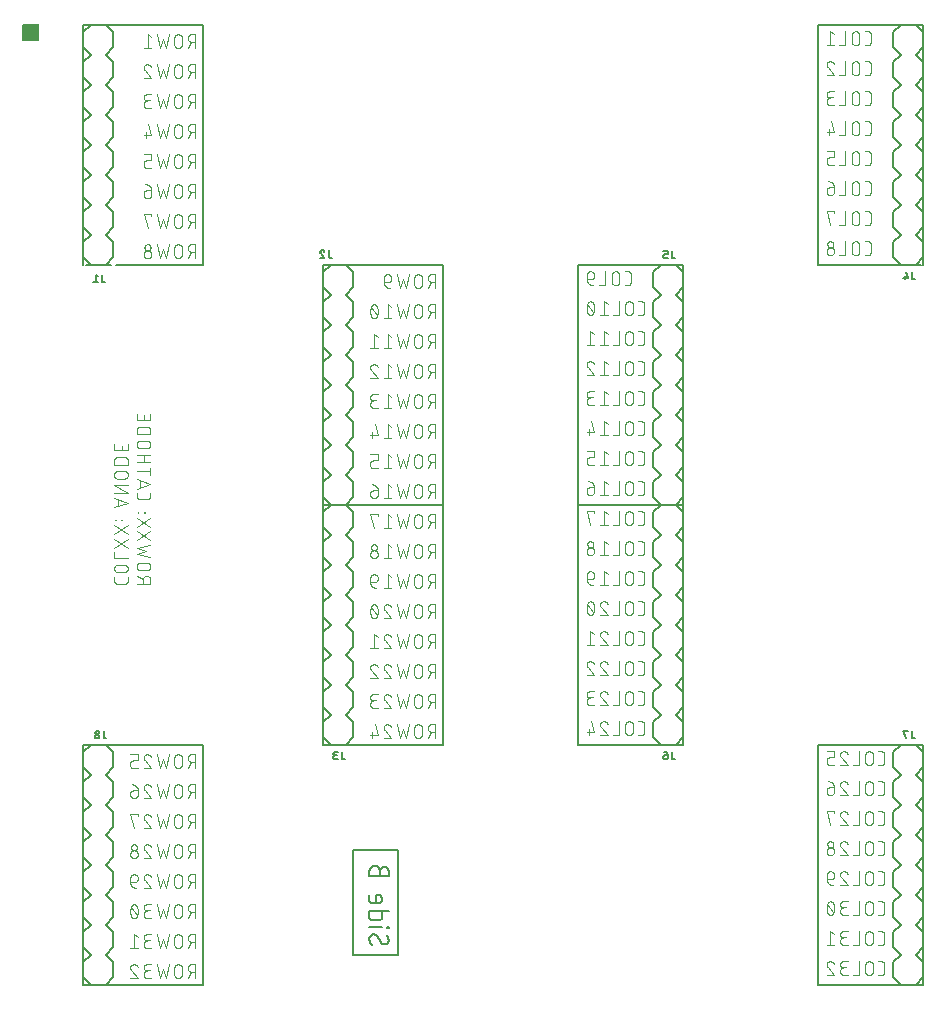
<source format=gbr>
G04 EAGLE Gerber RS-274X export*
G75*
%MOMM*%
%FSLAX34Y34*%
%LPD*%
%INSilkscreen Bottom*%
%IPPOS*%
%AMOC8*
5,1,8,0,0,1.08239X$1,22.5*%
G01*
%ADD10C,0.101600*%
%ADD11C,0.152400*%
%ADD12C,0.203200*%

G36*
X12720Y799342D02*
X12720Y799342D01*
X12739Y799340D01*
X12841Y799362D01*
X12943Y799379D01*
X12960Y799388D01*
X12980Y799392D01*
X13069Y799445D01*
X13160Y799494D01*
X13174Y799508D01*
X13191Y799518D01*
X13258Y799597D01*
X13330Y799672D01*
X13338Y799690D01*
X13351Y799705D01*
X13390Y799801D01*
X13433Y799895D01*
X13435Y799915D01*
X13443Y799933D01*
X13461Y800100D01*
X13461Y812800D01*
X13458Y812820D01*
X13460Y812839D01*
X13438Y812941D01*
X13422Y813043D01*
X13412Y813060D01*
X13408Y813080D01*
X13355Y813169D01*
X13306Y813260D01*
X13292Y813274D01*
X13282Y813291D01*
X13203Y813358D01*
X13128Y813430D01*
X13110Y813438D01*
X13095Y813451D01*
X12999Y813490D01*
X12905Y813533D01*
X12885Y813535D01*
X12867Y813543D01*
X12700Y813561D01*
X0Y813561D01*
X-20Y813558D01*
X-39Y813560D01*
X-141Y813538D01*
X-243Y813522D01*
X-260Y813512D01*
X-280Y813508D01*
X-369Y813455D01*
X-460Y813406D01*
X-474Y813392D01*
X-491Y813382D01*
X-558Y813303D01*
X-630Y813228D01*
X-638Y813210D01*
X-651Y813195D01*
X-690Y813099D01*
X-733Y813005D01*
X-735Y812985D01*
X-743Y812967D01*
X-761Y812800D01*
X-761Y800100D01*
X-758Y800080D01*
X-760Y800061D01*
X-738Y799959D01*
X-722Y799857D01*
X-712Y799840D01*
X-708Y799820D01*
X-655Y799731D01*
X-606Y799640D01*
X-592Y799626D01*
X-582Y799609D01*
X-503Y799542D01*
X-428Y799471D01*
X-410Y799462D01*
X-395Y799449D01*
X-299Y799410D01*
X-205Y799367D01*
X-185Y799365D01*
X-167Y799357D01*
X0Y799339D01*
X12700Y799339D01*
X12720Y799342D01*
G37*
D10*
X145542Y792988D02*
X145542Y804672D01*
X142296Y804672D01*
X142183Y804670D01*
X142070Y804664D01*
X141957Y804654D01*
X141844Y804640D01*
X141732Y804623D01*
X141621Y804601D01*
X141511Y804576D01*
X141401Y804546D01*
X141293Y804513D01*
X141186Y804476D01*
X141080Y804436D01*
X140976Y804391D01*
X140873Y804343D01*
X140772Y804292D01*
X140673Y804237D01*
X140576Y804179D01*
X140481Y804117D01*
X140388Y804052D01*
X140298Y803984D01*
X140210Y803913D01*
X140124Y803838D01*
X140041Y803761D01*
X139961Y803681D01*
X139884Y803598D01*
X139809Y803512D01*
X139738Y803424D01*
X139670Y803334D01*
X139605Y803241D01*
X139543Y803146D01*
X139485Y803049D01*
X139430Y802950D01*
X139379Y802849D01*
X139331Y802746D01*
X139286Y802642D01*
X139246Y802536D01*
X139209Y802429D01*
X139176Y802321D01*
X139146Y802211D01*
X139121Y802101D01*
X139099Y801990D01*
X139082Y801878D01*
X139068Y801765D01*
X139058Y801652D01*
X139052Y801539D01*
X139050Y801426D01*
X139052Y801313D01*
X139058Y801200D01*
X139068Y801087D01*
X139082Y800974D01*
X139099Y800862D01*
X139121Y800751D01*
X139146Y800641D01*
X139176Y800531D01*
X139209Y800423D01*
X139246Y800316D01*
X139286Y800210D01*
X139331Y800106D01*
X139379Y800003D01*
X139430Y799902D01*
X139485Y799803D01*
X139543Y799706D01*
X139605Y799611D01*
X139670Y799518D01*
X139738Y799428D01*
X139809Y799340D01*
X139884Y799254D01*
X139961Y799171D01*
X140041Y799091D01*
X140124Y799014D01*
X140210Y798939D01*
X140298Y798868D01*
X140388Y798800D01*
X140481Y798735D01*
X140576Y798673D01*
X140673Y798615D01*
X140772Y798560D01*
X140873Y798509D01*
X140976Y798461D01*
X141080Y798416D01*
X141186Y798376D01*
X141293Y798339D01*
X141401Y798306D01*
X141511Y798276D01*
X141621Y798251D01*
X141732Y798229D01*
X141844Y798212D01*
X141957Y798198D01*
X142070Y798188D01*
X142183Y798182D01*
X142296Y798180D01*
X142296Y798181D02*
X145542Y798181D01*
X141647Y798181D02*
X139051Y792988D01*
X134186Y796234D02*
X134186Y801426D01*
X134184Y801539D01*
X134178Y801652D01*
X134168Y801765D01*
X134154Y801878D01*
X134137Y801990D01*
X134115Y802101D01*
X134090Y802211D01*
X134060Y802321D01*
X134027Y802429D01*
X133990Y802536D01*
X133950Y802642D01*
X133905Y802746D01*
X133857Y802849D01*
X133806Y802950D01*
X133751Y803049D01*
X133693Y803146D01*
X133631Y803241D01*
X133566Y803334D01*
X133498Y803424D01*
X133427Y803512D01*
X133352Y803598D01*
X133275Y803681D01*
X133195Y803761D01*
X133112Y803838D01*
X133026Y803913D01*
X132938Y803984D01*
X132848Y804052D01*
X132755Y804117D01*
X132660Y804179D01*
X132563Y804237D01*
X132464Y804292D01*
X132363Y804343D01*
X132260Y804391D01*
X132156Y804436D01*
X132050Y804476D01*
X131943Y804513D01*
X131835Y804546D01*
X131725Y804576D01*
X131615Y804601D01*
X131504Y804623D01*
X131392Y804640D01*
X131279Y804654D01*
X131166Y804664D01*
X131053Y804670D01*
X130940Y804672D01*
X130827Y804670D01*
X130714Y804664D01*
X130601Y804654D01*
X130488Y804640D01*
X130376Y804623D01*
X130265Y804601D01*
X130155Y804576D01*
X130045Y804546D01*
X129937Y804513D01*
X129830Y804476D01*
X129724Y804436D01*
X129620Y804391D01*
X129517Y804343D01*
X129416Y804292D01*
X129317Y804237D01*
X129220Y804179D01*
X129125Y804117D01*
X129032Y804052D01*
X128942Y803984D01*
X128854Y803913D01*
X128768Y803838D01*
X128685Y803761D01*
X128605Y803681D01*
X128528Y803598D01*
X128453Y803512D01*
X128382Y803424D01*
X128314Y803334D01*
X128249Y803241D01*
X128187Y803146D01*
X128129Y803049D01*
X128074Y802950D01*
X128023Y802849D01*
X127975Y802746D01*
X127930Y802642D01*
X127890Y802536D01*
X127853Y802429D01*
X127820Y802321D01*
X127790Y802211D01*
X127765Y802101D01*
X127743Y801990D01*
X127726Y801878D01*
X127712Y801765D01*
X127702Y801652D01*
X127696Y801539D01*
X127694Y801426D01*
X127695Y801426D02*
X127695Y796234D01*
X127694Y796234D02*
X127696Y796121D01*
X127702Y796008D01*
X127712Y795895D01*
X127726Y795782D01*
X127743Y795670D01*
X127765Y795559D01*
X127790Y795449D01*
X127820Y795339D01*
X127853Y795231D01*
X127890Y795124D01*
X127930Y795018D01*
X127975Y794914D01*
X128023Y794811D01*
X128074Y794710D01*
X128129Y794611D01*
X128187Y794514D01*
X128249Y794419D01*
X128314Y794326D01*
X128382Y794236D01*
X128453Y794148D01*
X128528Y794062D01*
X128605Y793979D01*
X128685Y793899D01*
X128768Y793822D01*
X128854Y793747D01*
X128942Y793676D01*
X129032Y793608D01*
X129125Y793543D01*
X129220Y793481D01*
X129317Y793423D01*
X129416Y793368D01*
X129517Y793317D01*
X129620Y793269D01*
X129724Y793224D01*
X129830Y793184D01*
X129937Y793147D01*
X130045Y793114D01*
X130155Y793084D01*
X130265Y793059D01*
X130376Y793037D01*
X130488Y793020D01*
X130601Y793006D01*
X130714Y792996D01*
X130827Y792990D01*
X130940Y792988D01*
X131053Y792990D01*
X131166Y792996D01*
X131279Y793006D01*
X131392Y793020D01*
X131504Y793037D01*
X131615Y793059D01*
X131725Y793084D01*
X131835Y793114D01*
X131943Y793147D01*
X132050Y793184D01*
X132156Y793224D01*
X132260Y793269D01*
X132363Y793317D01*
X132464Y793368D01*
X132563Y793423D01*
X132660Y793481D01*
X132755Y793543D01*
X132848Y793608D01*
X132938Y793676D01*
X133026Y793747D01*
X133112Y793822D01*
X133195Y793899D01*
X133275Y793979D01*
X133352Y794062D01*
X133427Y794148D01*
X133498Y794236D01*
X133566Y794326D01*
X133631Y794419D01*
X133693Y794514D01*
X133751Y794611D01*
X133806Y794710D01*
X133857Y794811D01*
X133905Y794914D01*
X133950Y795018D01*
X133990Y795124D01*
X134027Y795231D01*
X134060Y795339D01*
X134090Y795449D01*
X134115Y795559D01*
X134137Y795670D01*
X134154Y795782D01*
X134168Y795895D01*
X134178Y796008D01*
X134184Y796121D01*
X134186Y796234D01*
X123179Y804672D02*
X120583Y792988D01*
X117986Y800777D01*
X115390Y792988D01*
X112793Y804672D01*
X108278Y802076D02*
X105032Y804672D01*
X105032Y792988D01*
X101787Y792988D02*
X108278Y792988D01*
X145542Y779272D02*
X145542Y767588D01*
X145542Y779272D02*
X142296Y779272D01*
X142183Y779270D01*
X142070Y779264D01*
X141957Y779254D01*
X141844Y779240D01*
X141732Y779223D01*
X141621Y779201D01*
X141511Y779176D01*
X141401Y779146D01*
X141293Y779113D01*
X141186Y779076D01*
X141080Y779036D01*
X140976Y778991D01*
X140873Y778943D01*
X140772Y778892D01*
X140673Y778837D01*
X140576Y778779D01*
X140481Y778717D01*
X140388Y778652D01*
X140298Y778584D01*
X140210Y778513D01*
X140124Y778438D01*
X140041Y778361D01*
X139961Y778281D01*
X139884Y778198D01*
X139809Y778112D01*
X139738Y778024D01*
X139670Y777934D01*
X139605Y777841D01*
X139543Y777746D01*
X139485Y777649D01*
X139430Y777550D01*
X139379Y777449D01*
X139331Y777346D01*
X139286Y777242D01*
X139246Y777136D01*
X139209Y777029D01*
X139176Y776921D01*
X139146Y776811D01*
X139121Y776701D01*
X139099Y776590D01*
X139082Y776478D01*
X139068Y776365D01*
X139058Y776252D01*
X139052Y776139D01*
X139050Y776026D01*
X139052Y775913D01*
X139058Y775800D01*
X139068Y775687D01*
X139082Y775574D01*
X139099Y775462D01*
X139121Y775351D01*
X139146Y775241D01*
X139176Y775131D01*
X139209Y775023D01*
X139246Y774916D01*
X139286Y774810D01*
X139331Y774706D01*
X139379Y774603D01*
X139430Y774502D01*
X139485Y774403D01*
X139543Y774306D01*
X139605Y774211D01*
X139670Y774118D01*
X139738Y774028D01*
X139809Y773940D01*
X139884Y773854D01*
X139961Y773771D01*
X140041Y773691D01*
X140124Y773614D01*
X140210Y773539D01*
X140298Y773468D01*
X140388Y773400D01*
X140481Y773335D01*
X140576Y773273D01*
X140673Y773215D01*
X140772Y773160D01*
X140873Y773109D01*
X140976Y773061D01*
X141080Y773016D01*
X141186Y772976D01*
X141293Y772939D01*
X141401Y772906D01*
X141511Y772876D01*
X141621Y772851D01*
X141732Y772829D01*
X141844Y772812D01*
X141957Y772798D01*
X142070Y772788D01*
X142183Y772782D01*
X142296Y772780D01*
X142296Y772781D02*
X145542Y772781D01*
X141647Y772781D02*
X139051Y767588D01*
X134186Y770834D02*
X134186Y776026D01*
X134184Y776139D01*
X134178Y776252D01*
X134168Y776365D01*
X134154Y776478D01*
X134137Y776590D01*
X134115Y776701D01*
X134090Y776811D01*
X134060Y776921D01*
X134027Y777029D01*
X133990Y777136D01*
X133950Y777242D01*
X133905Y777346D01*
X133857Y777449D01*
X133806Y777550D01*
X133751Y777649D01*
X133693Y777746D01*
X133631Y777841D01*
X133566Y777934D01*
X133498Y778024D01*
X133427Y778112D01*
X133352Y778198D01*
X133275Y778281D01*
X133195Y778361D01*
X133112Y778438D01*
X133026Y778513D01*
X132938Y778584D01*
X132848Y778652D01*
X132755Y778717D01*
X132660Y778779D01*
X132563Y778837D01*
X132464Y778892D01*
X132363Y778943D01*
X132260Y778991D01*
X132156Y779036D01*
X132050Y779076D01*
X131943Y779113D01*
X131835Y779146D01*
X131725Y779176D01*
X131615Y779201D01*
X131504Y779223D01*
X131392Y779240D01*
X131279Y779254D01*
X131166Y779264D01*
X131053Y779270D01*
X130940Y779272D01*
X130827Y779270D01*
X130714Y779264D01*
X130601Y779254D01*
X130488Y779240D01*
X130376Y779223D01*
X130265Y779201D01*
X130155Y779176D01*
X130045Y779146D01*
X129937Y779113D01*
X129830Y779076D01*
X129724Y779036D01*
X129620Y778991D01*
X129517Y778943D01*
X129416Y778892D01*
X129317Y778837D01*
X129220Y778779D01*
X129125Y778717D01*
X129032Y778652D01*
X128942Y778584D01*
X128854Y778513D01*
X128768Y778438D01*
X128685Y778361D01*
X128605Y778281D01*
X128528Y778198D01*
X128453Y778112D01*
X128382Y778024D01*
X128314Y777934D01*
X128249Y777841D01*
X128187Y777746D01*
X128129Y777649D01*
X128074Y777550D01*
X128023Y777449D01*
X127975Y777346D01*
X127930Y777242D01*
X127890Y777136D01*
X127853Y777029D01*
X127820Y776921D01*
X127790Y776811D01*
X127765Y776701D01*
X127743Y776590D01*
X127726Y776478D01*
X127712Y776365D01*
X127702Y776252D01*
X127696Y776139D01*
X127694Y776026D01*
X127695Y776026D02*
X127695Y770834D01*
X127694Y770834D02*
X127696Y770721D01*
X127702Y770608D01*
X127712Y770495D01*
X127726Y770382D01*
X127743Y770270D01*
X127765Y770159D01*
X127790Y770049D01*
X127820Y769939D01*
X127853Y769831D01*
X127890Y769724D01*
X127930Y769618D01*
X127975Y769514D01*
X128023Y769411D01*
X128074Y769310D01*
X128129Y769211D01*
X128187Y769114D01*
X128249Y769019D01*
X128314Y768926D01*
X128382Y768836D01*
X128453Y768748D01*
X128528Y768662D01*
X128605Y768579D01*
X128685Y768499D01*
X128768Y768422D01*
X128854Y768347D01*
X128942Y768276D01*
X129032Y768208D01*
X129125Y768143D01*
X129220Y768081D01*
X129317Y768023D01*
X129416Y767968D01*
X129517Y767917D01*
X129620Y767869D01*
X129724Y767824D01*
X129830Y767784D01*
X129937Y767747D01*
X130045Y767714D01*
X130155Y767684D01*
X130265Y767659D01*
X130376Y767637D01*
X130488Y767620D01*
X130601Y767606D01*
X130714Y767596D01*
X130827Y767590D01*
X130940Y767588D01*
X131053Y767590D01*
X131166Y767596D01*
X131279Y767606D01*
X131392Y767620D01*
X131504Y767637D01*
X131615Y767659D01*
X131725Y767684D01*
X131835Y767714D01*
X131943Y767747D01*
X132050Y767784D01*
X132156Y767824D01*
X132260Y767869D01*
X132363Y767917D01*
X132464Y767968D01*
X132563Y768023D01*
X132660Y768081D01*
X132755Y768143D01*
X132848Y768208D01*
X132938Y768276D01*
X133026Y768347D01*
X133112Y768422D01*
X133195Y768499D01*
X133275Y768579D01*
X133352Y768662D01*
X133427Y768748D01*
X133498Y768836D01*
X133566Y768926D01*
X133631Y769019D01*
X133693Y769114D01*
X133751Y769211D01*
X133806Y769310D01*
X133857Y769411D01*
X133905Y769514D01*
X133950Y769618D01*
X133990Y769724D01*
X134027Y769831D01*
X134060Y769939D01*
X134090Y770049D01*
X134115Y770159D01*
X134137Y770270D01*
X134154Y770382D01*
X134168Y770495D01*
X134178Y770608D01*
X134184Y770721D01*
X134186Y770834D01*
X123179Y779272D02*
X120583Y767588D01*
X117986Y775377D01*
X115390Y767588D01*
X112793Y779272D01*
X104708Y779272D02*
X104601Y779270D01*
X104495Y779264D01*
X104389Y779254D01*
X104283Y779241D01*
X104177Y779223D01*
X104073Y779202D01*
X103969Y779177D01*
X103866Y779148D01*
X103765Y779116D01*
X103665Y779079D01*
X103566Y779039D01*
X103468Y778996D01*
X103372Y778949D01*
X103278Y778898D01*
X103186Y778844D01*
X103096Y778787D01*
X103008Y778727D01*
X102923Y778663D01*
X102840Y778596D01*
X102759Y778526D01*
X102681Y778454D01*
X102605Y778378D01*
X102533Y778300D01*
X102463Y778219D01*
X102396Y778136D01*
X102332Y778051D01*
X102272Y777963D01*
X102215Y777873D01*
X102161Y777781D01*
X102110Y777687D01*
X102063Y777591D01*
X102020Y777493D01*
X101980Y777394D01*
X101943Y777294D01*
X101911Y777193D01*
X101882Y777090D01*
X101857Y776986D01*
X101836Y776882D01*
X101818Y776776D01*
X101805Y776670D01*
X101795Y776564D01*
X101789Y776458D01*
X101787Y776351D01*
X104708Y779272D02*
X104829Y779270D01*
X104950Y779264D01*
X105070Y779254D01*
X105191Y779241D01*
X105310Y779223D01*
X105430Y779202D01*
X105548Y779177D01*
X105665Y779148D01*
X105782Y779115D01*
X105897Y779079D01*
X106011Y779038D01*
X106124Y778995D01*
X106236Y778947D01*
X106345Y778896D01*
X106453Y778841D01*
X106560Y778783D01*
X106664Y778722D01*
X106766Y778657D01*
X106866Y778589D01*
X106964Y778518D01*
X107060Y778444D01*
X107153Y778367D01*
X107243Y778286D01*
X107331Y778203D01*
X107416Y778117D01*
X107499Y778028D01*
X107578Y777937D01*
X107655Y777843D01*
X107728Y777747D01*
X107798Y777649D01*
X107865Y777548D01*
X107929Y777445D01*
X107990Y777340D01*
X108047Y777233D01*
X108100Y777125D01*
X108150Y777015D01*
X108196Y776903D01*
X108239Y776790D01*
X108278Y776675D01*
X102761Y774079D02*
X102682Y774157D01*
X102606Y774237D01*
X102533Y774320D01*
X102463Y774406D01*
X102396Y774493D01*
X102332Y774584D01*
X102272Y774676D01*
X102214Y774770D01*
X102160Y774867D01*
X102110Y774965D01*
X102063Y775065D01*
X102019Y775166D01*
X101979Y775269D01*
X101943Y775374D01*
X101911Y775479D01*
X101882Y775586D01*
X101857Y775693D01*
X101835Y775802D01*
X101818Y775911D01*
X101804Y776020D01*
X101795Y776130D01*
X101789Y776241D01*
X101787Y776351D01*
X102760Y774079D02*
X108278Y767588D01*
X101787Y767588D01*
X145542Y753872D02*
X145542Y742188D01*
X145542Y753872D02*
X142296Y753872D01*
X142183Y753870D01*
X142070Y753864D01*
X141957Y753854D01*
X141844Y753840D01*
X141732Y753823D01*
X141621Y753801D01*
X141511Y753776D01*
X141401Y753746D01*
X141293Y753713D01*
X141186Y753676D01*
X141080Y753636D01*
X140976Y753591D01*
X140873Y753543D01*
X140772Y753492D01*
X140673Y753437D01*
X140576Y753379D01*
X140481Y753317D01*
X140388Y753252D01*
X140298Y753184D01*
X140210Y753113D01*
X140124Y753038D01*
X140041Y752961D01*
X139961Y752881D01*
X139884Y752798D01*
X139809Y752712D01*
X139738Y752624D01*
X139670Y752534D01*
X139605Y752441D01*
X139543Y752346D01*
X139485Y752249D01*
X139430Y752150D01*
X139379Y752049D01*
X139331Y751946D01*
X139286Y751842D01*
X139246Y751736D01*
X139209Y751629D01*
X139176Y751521D01*
X139146Y751411D01*
X139121Y751301D01*
X139099Y751190D01*
X139082Y751078D01*
X139068Y750965D01*
X139058Y750852D01*
X139052Y750739D01*
X139050Y750626D01*
X139052Y750513D01*
X139058Y750400D01*
X139068Y750287D01*
X139082Y750174D01*
X139099Y750062D01*
X139121Y749951D01*
X139146Y749841D01*
X139176Y749731D01*
X139209Y749623D01*
X139246Y749516D01*
X139286Y749410D01*
X139331Y749306D01*
X139379Y749203D01*
X139430Y749102D01*
X139485Y749003D01*
X139543Y748906D01*
X139605Y748811D01*
X139670Y748718D01*
X139738Y748628D01*
X139809Y748540D01*
X139884Y748454D01*
X139961Y748371D01*
X140041Y748291D01*
X140124Y748214D01*
X140210Y748139D01*
X140298Y748068D01*
X140388Y748000D01*
X140481Y747935D01*
X140576Y747873D01*
X140673Y747815D01*
X140772Y747760D01*
X140873Y747709D01*
X140976Y747661D01*
X141080Y747616D01*
X141186Y747576D01*
X141293Y747539D01*
X141401Y747506D01*
X141511Y747476D01*
X141621Y747451D01*
X141732Y747429D01*
X141844Y747412D01*
X141957Y747398D01*
X142070Y747388D01*
X142183Y747382D01*
X142296Y747380D01*
X142296Y747381D02*
X145542Y747381D01*
X141647Y747381D02*
X139051Y742188D01*
X134186Y745434D02*
X134186Y750626D01*
X134184Y750739D01*
X134178Y750852D01*
X134168Y750965D01*
X134154Y751078D01*
X134137Y751190D01*
X134115Y751301D01*
X134090Y751411D01*
X134060Y751521D01*
X134027Y751629D01*
X133990Y751736D01*
X133950Y751842D01*
X133905Y751946D01*
X133857Y752049D01*
X133806Y752150D01*
X133751Y752249D01*
X133693Y752346D01*
X133631Y752441D01*
X133566Y752534D01*
X133498Y752624D01*
X133427Y752712D01*
X133352Y752798D01*
X133275Y752881D01*
X133195Y752961D01*
X133112Y753038D01*
X133026Y753113D01*
X132938Y753184D01*
X132848Y753252D01*
X132755Y753317D01*
X132660Y753379D01*
X132563Y753437D01*
X132464Y753492D01*
X132363Y753543D01*
X132260Y753591D01*
X132156Y753636D01*
X132050Y753676D01*
X131943Y753713D01*
X131835Y753746D01*
X131725Y753776D01*
X131615Y753801D01*
X131504Y753823D01*
X131392Y753840D01*
X131279Y753854D01*
X131166Y753864D01*
X131053Y753870D01*
X130940Y753872D01*
X130827Y753870D01*
X130714Y753864D01*
X130601Y753854D01*
X130488Y753840D01*
X130376Y753823D01*
X130265Y753801D01*
X130155Y753776D01*
X130045Y753746D01*
X129937Y753713D01*
X129830Y753676D01*
X129724Y753636D01*
X129620Y753591D01*
X129517Y753543D01*
X129416Y753492D01*
X129317Y753437D01*
X129220Y753379D01*
X129125Y753317D01*
X129032Y753252D01*
X128942Y753184D01*
X128854Y753113D01*
X128768Y753038D01*
X128685Y752961D01*
X128605Y752881D01*
X128528Y752798D01*
X128453Y752712D01*
X128382Y752624D01*
X128314Y752534D01*
X128249Y752441D01*
X128187Y752346D01*
X128129Y752249D01*
X128074Y752150D01*
X128023Y752049D01*
X127975Y751946D01*
X127930Y751842D01*
X127890Y751736D01*
X127853Y751629D01*
X127820Y751521D01*
X127790Y751411D01*
X127765Y751301D01*
X127743Y751190D01*
X127726Y751078D01*
X127712Y750965D01*
X127702Y750852D01*
X127696Y750739D01*
X127694Y750626D01*
X127695Y750626D02*
X127695Y745434D01*
X127694Y745434D02*
X127696Y745321D01*
X127702Y745208D01*
X127712Y745095D01*
X127726Y744982D01*
X127743Y744870D01*
X127765Y744759D01*
X127790Y744649D01*
X127820Y744539D01*
X127853Y744431D01*
X127890Y744324D01*
X127930Y744218D01*
X127975Y744114D01*
X128023Y744011D01*
X128074Y743910D01*
X128129Y743811D01*
X128187Y743714D01*
X128249Y743619D01*
X128314Y743526D01*
X128382Y743436D01*
X128453Y743348D01*
X128528Y743262D01*
X128605Y743179D01*
X128685Y743099D01*
X128768Y743022D01*
X128854Y742947D01*
X128942Y742876D01*
X129032Y742808D01*
X129125Y742743D01*
X129220Y742681D01*
X129317Y742623D01*
X129416Y742568D01*
X129517Y742517D01*
X129620Y742469D01*
X129724Y742424D01*
X129830Y742384D01*
X129937Y742347D01*
X130045Y742314D01*
X130155Y742284D01*
X130265Y742259D01*
X130376Y742237D01*
X130488Y742220D01*
X130601Y742206D01*
X130714Y742196D01*
X130827Y742190D01*
X130940Y742188D01*
X131053Y742190D01*
X131166Y742196D01*
X131279Y742206D01*
X131392Y742220D01*
X131504Y742237D01*
X131615Y742259D01*
X131725Y742284D01*
X131835Y742314D01*
X131943Y742347D01*
X132050Y742384D01*
X132156Y742424D01*
X132260Y742469D01*
X132363Y742517D01*
X132464Y742568D01*
X132563Y742623D01*
X132660Y742681D01*
X132755Y742743D01*
X132848Y742808D01*
X132938Y742876D01*
X133026Y742947D01*
X133112Y743022D01*
X133195Y743099D01*
X133275Y743179D01*
X133352Y743262D01*
X133427Y743348D01*
X133498Y743436D01*
X133566Y743526D01*
X133631Y743619D01*
X133693Y743714D01*
X133751Y743811D01*
X133806Y743910D01*
X133857Y744011D01*
X133905Y744114D01*
X133950Y744218D01*
X133990Y744324D01*
X134027Y744431D01*
X134060Y744539D01*
X134090Y744649D01*
X134115Y744759D01*
X134137Y744870D01*
X134154Y744982D01*
X134168Y745095D01*
X134178Y745208D01*
X134184Y745321D01*
X134186Y745434D01*
X123179Y753872D02*
X120583Y742188D01*
X117986Y749977D01*
X115390Y742188D01*
X112793Y753872D01*
X108278Y742188D02*
X105032Y742188D01*
X104919Y742190D01*
X104806Y742196D01*
X104693Y742206D01*
X104580Y742220D01*
X104468Y742237D01*
X104357Y742259D01*
X104247Y742284D01*
X104137Y742314D01*
X104029Y742347D01*
X103922Y742384D01*
X103816Y742424D01*
X103712Y742469D01*
X103609Y742517D01*
X103508Y742568D01*
X103409Y742623D01*
X103312Y742681D01*
X103217Y742743D01*
X103124Y742808D01*
X103034Y742876D01*
X102946Y742947D01*
X102860Y743022D01*
X102777Y743099D01*
X102697Y743179D01*
X102620Y743262D01*
X102545Y743348D01*
X102474Y743436D01*
X102406Y743526D01*
X102341Y743619D01*
X102279Y743714D01*
X102221Y743811D01*
X102166Y743910D01*
X102115Y744011D01*
X102067Y744114D01*
X102022Y744218D01*
X101982Y744324D01*
X101945Y744431D01*
X101912Y744539D01*
X101882Y744649D01*
X101857Y744759D01*
X101835Y744870D01*
X101818Y744982D01*
X101804Y745095D01*
X101794Y745208D01*
X101788Y745321D01*
X101786Y745434D01*
X101788Y745547D01*
X101794Y745660D01*
X101804Y745773D01*
X101818Y745886D01*
X101835Y745998D01*
X101857Y746109D01*
X101882Y746219D01*
X101912Y746329D01*
X101945Y746437D01*
X101982Y746544D01*
X102022Y746650D01*
X102067Y746754D01*
X102115Y746857D01*
X102166Y746958D01*
X102221Y747057D01*
X102279Y747154D01*
X102341Y747249D01*
X102406Y747342D01*
X102474Y747432D01*
X102545Y747520D01*
X102620Y747606D01*
X102697Y747689D01*
X102777Y747769D01*
X102860Y747846D01*
X102946Y747921D01*
X103034Y747992D01*
X103124Y748060D01*
X103217Y748125D01*
X103312Y748187D01*
X103409Y748245D01*
X103508Y748300D01*
X103609Y748351D01*
X103712Y748399D01*
X103816Y748444D01*
X103922Y748484D01*
X104029Y748521D01*
X104137Y748554D01*
X104247Y748584D01*
X104357Y748609D01*
X104468Y748631D01*
X104580Y748648D01*
X104693Y748662D01*
X104806Y748672D01*
X104919Y748678D01*
X105032Y748680D01*
X104383Y753872D02*
X108278Y753872D01*
X104383Y753872D02*
X104282Y753870D01*
X104182Y753864D01*
X104082Y753854D01*
X103982Y753841D01*
X103883Y753823D01*
X103784Y753802D01*
X103687Y753777D01*
X103590Y753748D01*
X103495Y753715D01*
X103401Y753679D01*
X103309Y753639D01*
X103218Y753596D01*
X103129Y753549D01*
X103042Y753499D01*
X102956Y753445D01*
X102873Y753388D01*
X102793Y753328D01*
X102714Y753265D01*
X102638Y753198D01*
X102565Y753129D01*
X102495Y753057D01*
X102427Y752983D01*
X102362Y752906D01*
X102301Y752826D01*
X102242Y752744D01*
X102187Y752660D01*
X102135Y752574D01*
X102086Y752486D01*
X102041Y752396D01*
X101999Y752304D01*
X101961Y752211D01*
X101927Y752116D01*
X101896Y752021D01*
X101869Y751924D01*
X101846Y751826D01*
X101826Y751727D01*
X101811Y751627D01*
X101799Y751527D01*
X101791Y751427D01*
X101787Y751326D01*
X101787Y751226D01*
X101791Y751125D01*
X101799Y751025D01*
X101811Y750925D01*
X101826Y750825D01*
X101846Y750726D01*
X101869Y750628D01*
X101896Y750531D01*
X101927Y750436D01*
X101961Y750341D01*
X101999Y750248D01*
X102041Y750156D01*
X102086Y750066D01*
X102135Y749978D01*
X102187Y749892D01*
X102242Y749808D01*
X102301Y749726D01*
X102362Y749646D01*
X102427Y749569D01*
X102495Y749495D01*
X102565Y749423D01*
X102638Y749354D01*
X102714Y749287D01*
X102793Y749224D01*
X102873Y749164D01*
X102956Y749107D01*
X103042Y749053D01*
X103129Y749003D01*
X103218Y748956D01*
X103309Y748913D01*
X103401Y748873D01*
X103495Y748837D01*
X103590Y748804D01*
X103687Y748775D01*
X103784Y748750D01*
X103883Y748729D01*
X103982Y748711D01*
X104082Y748698D01*
X104182Y748688D01*
X104282Y748682D01*
X104383Y748680D01*
X104383Y748679D02*
X106979Y748679D01*
X145542Y728472D02*
X145542Y716788D01*
X145542Y728472D02*
X142296Y728472D01*
X142183Y728470D01*
X142070Y728464D01*
X141957Y728454D01*
X141844Y728440D01*
X141732Y728423D01*
X141621Y728401D01*
X141511Y728376D01*
X141401Y728346D01*
X141293Y728313D01*
X141186Y728276D01*
X141080Y728236D01*
X140976Y728191D01*
X140873Y728143D01*
X140772Y728092D01*
X140673Y728037D01*
X140576Y727979D01*
X140481Y727917D01*
X140388Y727852D01*
X140298Y727784D01*
X140210Y727713D01*
X140124Y727638D01*
X140041Y727561D01*
X139961Y727481D01*
X139884Y727398D01*
X139809Y727312D01*
X139738Y727224D01*
X139670Y727134D01*
X139605Y727041D01*
X139543Y726946D01*
X139485Y726849D01*
X139430Y726750D01*
X139379Y726649D01*
X139331Y726546D01*
X139286Y726442D01*
X139246Y726336D01*
X139209Y726229D01*
X139176Y726121D01*
X139146Y726011D01*
X139121Y725901D01*
X139099Y725790D01*
X139082Y725678D01*
X139068Y725565D01*
X139058Y725452D01*
X139052Y725339D01*
X139050Y725226D01*
X139052Y725113D01*
X139058Y725000D01*
X139068Y724887D01*
X139082Y724774D01*
X139099Y724662D01*
X139121Y724551D01*
X139146Y724441D01*
X139176Y724331D01*
X139209Y724223D01*
X139246Y724116D01*
X139286Y724010D01*
X139331Y723906D01*
X139379Y723803D01*
X139430Y723702D01*
X139485Y723603D01*
X139543Y723506D01*
X139605Y723411D01*
X139670Y723318D01*
X139738Y723228D01*
X139809Y723140D01*
X139884Y723054D01*
X139961Y722971D01*
X140041Y722891D01*
X140124Y722814D01*
X140210Y722739D01*
X140298Y722668D01*
X140388Y722600D01*
X140481Y722535D01*
X140576Y722473D01*
X140673Y722415D01*
X140772Y722360D01*
X140873Y722309D01*
X140976Y722261D01*
X141080Y722216D01*
X141186Y722176D01*
X141293Y722139D01*
X141401Y722106D01*
X141511Y722076D01*
X141621Y722051D01*
X141732Y722029D01*
X141844Y722012D01*
X141957Y721998D01*
X142070Y721988D01*
X142183Y721982D01*
X142296Y721980D01*
X142296Y721981D02*
X145542Y721981D01*
X141647Y721981D02*
X139051Y716788D01*
X134186Y720034D02*
X134186Y725226D01*
X134184Y725339D01*
X134178Y725452D01*
X134168Y725565D01*
X134154Y725678D01*
X134137Y725790D01*
X134115Y725901D01*
X134090Y726011D01*
X134060Y726121D01*
X134027Y726229D01*
X133990Y726336D01*
X133950Y726442D01*
X133905Y726546D01*
X133857Y726649D01*
X133806Y726750D01*
X133751Y726849D01*
X133693Y726946D01*
X133631Y727041D01*
X133566Y727134D01*
X133498Y727224D01*
X133427Y727312D01*
X133352Y727398D01*
X133275Y727481D01*
X133195Y727561D01*
X133112Y727638D01*
X133026Y727713D01*
X132938Y727784D01*
X132848Y727852D01*
X132755Y727917D01*
X132660Y727979D01*
X132563Y728037D01*
X132464Y728092D01*
X132363Y728143D01*
X132260Y728191D01*
X132156Y728236D01*
X132050Y728276D01*
X131943Y728313D01*
X131835Y728346D01*
X131725Y728376D01*
X131615Y728401D01*
X131504Y728423D01*
X131392Y728440D01*
X131279Y728454D01*
X131166Y728464D01*
X131053Y728470D01*
X130940Y728472D01*
X130827Y728470D01*
X130714Y728464D01*
X130601Y728454D01*
X130488Y728440D01*
X130376Y728423D01*
X130265Y728401D01*
X130155Y728376D01*
X130045Y728346D01*
X129937Y728313D01*
X129830Y728276D01*
X129724Y728236D01*
X129620Y728191D01*
X129517Y728143D01*
X129416Y728092D01*
X129317Y728037D01*
X129220Y727979D01*
X129125Y727917D01*
X129032Y727852D01*
X128942Y727784D01*
X128854Y727713D01*
X128768Y727638D01*
X128685Y727561D01*
X128605Y727481D01*
X128528Y727398D01*
X128453Y727312D01*
X128382Y727224D01*
X128314Y727134D01*
X128249Y727041D01*
X128187Y726946D01*
X128129Y726849D01*
X128074Y726750D01*
X128023Y726649D01*
X127975Y726546D01*
X127930Y726442D01*
X127890Y726336D01*
X127853Y726229D01*
X127820Y726121D01*
X127790Y726011D01*
X127765Y725901D01*
X127743Y725790D01*
X127726Y725678D01*
X127712Y725565D01*
X127702Y725452D01*
X127696Y725339D01*
X127694Y725226D01*
X127695Y725226D02*
X127695Y720034D01*
X127694Y720034D02*
X127696Y719921D01*
X127702Y719808D01*
X127712Y719695D01*
X127726Y719582D01*
X127743Y719470D01*
X127765Y719359D01*
X127790Y719249D01*
X127820Y719139D01*
X127853Y719031D01*
X127890Y718924D01*
X127930Y718818D01*
X127975Y718714D01*
X128023Y718611D01*
X128074Y718510D01*
X128129Y718411D01*
X128187Y718314D01*
X128249Y718219D01*
X128314Y718126D01*
X128382Y718036D01*
X128453Y717948D01*
X128528Y717862D01*
X128605Y717779D01*
X128685Y717699D01*
X128768Y717622D01*
X128854Y717547D01*
X128942Y717476D01*
X129032Y717408D01*
X129125Y717343D01*
X129220Y717281D01*
X129317Y717223D01*
X129416Y717168D01*
X129517Y717117D01*
X129620Y717069D01*
X129724Y717024D01*
X129830Y716984D01*
X129937Y716947D01*
X130045Y716914D01*
X130155Y716884D01*
X130265Y716859D01*
X130376Y716837D01*
X130488Y716820D01*
X130601Y716806D01*
X130714Y716796D01*
X130827Y716790D01*
X130940Y716788D01*
X131053Y716790D01*
X131166Y716796D01*
X131279Y716806D01*
X131392Y716820D01*
X131504Y716837D01*
X131615Y716859D01*
X131725Y716884D01*
X131835Y716914D01*
X131943Y716947D01*
X132050Y716984D01*
X132156Y717024D01*
X132260Y717069D01*
X132363Y717117D01*
X132464Y717168D01*
X132563Y717223D01*
X132660Y717281D01*
X132755Y717343D01*
X132848Y717408D01*
X132938Y717476D01*
X133026Y717547D01*
X133112Y717622D01*
X133195Y717699D01*
X133275Y717779D01*
X133352Y717862D01*
X133427Y717948D01*
X133498Y718036D01*
X133566Y718126D01*
X133631Y718219D01*
X133693Y718314D01*
X133751Y718411D01*
X133806Y718510D01*
X133857Y718611D01*
X133905Y718714D01*
X133950Y718818D01*
X133990Y718924D01*
X134027Y719031D01*
X134060Y719139D01*
X134090Y719249D01*
X134115Y719359D01*
X134137Y719470D01*
X134154Y719582D01*
X134168Y719695D01*
X134178Y719808D01*
X134184Y719921D01*
X134186Y720034D01*
X123179Y728472D02*
X120583Y716788D01*
X117986Y724577D01*
X115390Y716788D01*
X112793Y728472D01*
X105681Y728472D02*
X108278Y719384D01*
X101787Y719384D01*
X103734Y721981D02*
X103734Y716788D01*
X145542Y703072D02*
X145542Y691388D01*
X145542Y703072D02*
X142296Y703072D01*
X142183Y703070D01*
X142070Y703064D01*
X141957Y703054D01*
X141844Y703040D01*
X141732Y703023D01*
X141621Y703001D01*
X141511Y702976D01*
X141401Y702946D01*
X141293Y702913D01*
X141186Y702876D01*
X141080Y702836D01*
X140976Y702791D01*
X140873Y702743D01*
X140772Y702692D01*
X140673Y702637D01*
X140576Y702579D01*
X140481Y702517D01*
X140388Y702452D01*
X140298Y702384D01*
X140210Y702313D01*
X140124Y702238D01*
X140041Y702161D01*
X139961Y702081D01*
X139884Y701998D01*
X139809Y701912D01*
X139738Y701824D01*
X139670Y701734D01*
X139605Y701641D01*
X139543Y701546D01*
X139485Y701449D01*
X139430Y701350D01*
X139379Y701249D01*
X139331Y701146D01*
X139286Y701042D01*
X139246Y700936D01*
X139209Y700829D01*
X139176Y700721D01*
X139146Y700611D01*
X139121Y700501D01*
X139099Y700390D01*
X139082Y700278D01*
X139068Y700165D01*
X139058Y700052D01*
X139052Y699939D01*
X139050Y699826D01*
X139052Y699713D01*
X139058Y699600D01*
X139068Y699487D01*
X139082Y699374D01*
X139099Y699262D01*
X139121Y699151D01*
X139146Y699041D01*
X139176Y698931D01*
X139209Y698823D01*
X139246Y698716D01*
X139286Y698610D01*
X139331Y698506D01*
X139379Y698403D01*
X139430Y698302D01*
X139485Y698203D01*
X139543Y698106D01*
X139605Y698011D01*
X139670Y697918D01*
X139738Y697828D01*
X139809Y697740D01*
X139884Y697654D01*
X139961Y697571D01*
X140041Y697491D01*
X140124Y697414D01*
X140210Y697339D01*
X140298Y697268D01*
X140388Y697200D01*
X140481Y697135D01*
X140576Y697073D01*
X140673Y697015D01*
X140772Y696960D01*
X140873Y696909D01*
X140976Y696861D01*
X141080Y696816D01*
X141186Y696776D01*
X141293Y696739D01*
X141401Y696706D01*
X141511Y696676D01*
X141621Y696651D01*
X141732Y696629D01*
X141844Y696612D01*
X141957Y696598D01*
X142070Y696588D01*
X142183Y696582D01*
X142296Y696580D01*
X142296Y696581D02*
X145542Y696581D01*
X141647Y696581D02*
X139051Y691388D01*
X134186Y694634D02*
X134186Y699826D01*
X134184Y699939D01*
X134178Y700052D01*
X134168Y700165D01*
X134154Y700278D01*
X134137Y700390D01*
X134115Y700501D01*
X134090Y700611D01*
X134060Y700721D01*
X134027Y700829D01*
X133990Y700936D01*
X133950Y701042D01*
X133905Y701146D01*
X133857Y701249D01*
X133806Y701350D01*
X133751Y701449D01*
X133693Y701546D01*
X133631Y701641D01*
X133566Y701734D01*
X133498Y701824D01*
X133427Y701912D01*
X133352Y701998D01*
X133275Y702081D01*
X133195Y702161D01*
X133112Y702238D01*
X133026Y702313D01*
X132938Y702384D01*
X132848Y702452D01*
X132755Y702517D01*
X132660Y702579D01*
X132563Y702637D01*
X132464Y702692D01*
X132363Y702743D01*
X132260Y702791D01*
X132156Y702836D01*
X132050Y702876D01*
X131943Y702913D01*
X131835Y702946D01*
X131725Y702976D01*
X131615Y703001D01*
X131504Y703023D01*
X131392Y703040D01*
X131279Y703054D01*
X131166Y703064D01*
X131053Y703070D01*
X130940Y703072D01*
X130827Y703070D01*
X130714Y703064D01*
X130601Y703054D01*
X130488Y703040D01*
X130376Y703023D01*
X130265Y703001D01*
X130155Y702976D01*
X130045Y702946D01*
X129937Y702913D01*
X129830Y702876D01*
X129724Y702836D01*
X129620Y702791D01*
X129517Y702743D01*
X129416Y702692D01*
X129317Y702637D01*
X129220Y702579D01*
X129125Y702517D01*
X129032Y702452D01*
X128942Y702384D01*
X128854Y702313D01*
X128768Y702238D01*
X128685Y702161D01*
X128605Y702081D01*
X128528Y701998D01*
X128453Y701912D01*
X128382Y701824D01*
X128314Y701734D01*
X128249Y701641D01*
X128187Y701546D01*
X128129Y701449D01*
X128074Y701350D01*
X128023Y701249D01*
X127975Y701146D01*
X127930Y701042D01*
X127890Y700936D01*
X127853Y700829D01*
X127820Y700721D01*
X127790Y700611D01*
X127765Y700501D01*
X127743Y700390D01*
X127726Y700278D01*
X127712Y700165D01*
X127702Y700052D01*
X127696Y699939D01*
X127694Y699826D01*
X127695Y699826D02*
X127695Y694634D01*
X127694Y694634D02*
X127696Y694521D01*
X127702Y694408D01*
X127712Y694295D01*
X127726Y694182D01*
X127743Y694070D01*
X127765Y693959D01*
X127790Y693849D01*
X127820Y693739D01*
X127853Y693631D01*
X127890Y693524D01*
X127930Y693418D01*
X127975Y693314D01*
X128023Y693211D01*
X128074Y693110D01*
X128129Y693011D01*
X128187Y692914D01*
X128249Y692819D01*
X128314Y692726D01*
X128382Y692636D01*
X128453Y692548D01*
X128528Y692462D01*
X128605Y692379D01*
X128685Y692299D01*
X128768Y692222D01*
X128854Y692147D01*
X128942Y692076D01*
X129032Y692008D01*
X129125Y691943D01*
X129220Y691881D01*
X129317Y691823D01*
X129416Y691768D01*
X129517Y691717D01*
X129620Y691669D01*
X129724Y691624D01*
X129830Y691584D01*
X129937Y691547D01*
X130045Y691514D01*
X130155Y691484D01*
X130265Y691459D01*
X130376Y691437D01*
X130488Y691420D01*
X130601Y691406D01*
X130714Y691396D01*
X130827Y691390D01*
X130940Y691388D01*
X131053Y691390D01*
X131166Y691396D01*
X131279Y691406D01*
X131392Y691420D01*
X131504Y691437D01*
X131615Y691459D01*
X131725Y691484D01*
X131835Y691514D01*
X131943Y691547D01*
X132050Y691584D01*
X132156Y691624D01*
X132260Y691669D01*
X132363Y691717D01*
X132464Y691768D01*
X132563Y691823D01*
X132660Y691881D01*
X132755Y691943D01*
X132848Y692008D01*
X132938Y692076D01*
X133026Y692147D01*
X133112Y692222D01*
X133195Y692299D01*
X133275Y692379D01*
X133352Y692462D01*
X133427Y692548D01*
X133498Y692636D01*
X133566Y692726D01*
X133631Y692819D01*
X133693Y692914D01*
X133751Y693011D01*
X133806Y693110D01*
X133857Y693211D01*
X133905Y693314D01*
X133950Y693418D01*
X133990Y693524D01*
X134027Y693631D01*
X134060Y693739D01*
X134090Y693849D01*
X134115Y693959D01*
X134137Y694070D01*
X134154Y694182D01*
X134168Y694295D01*
X134178Y694408D01*
X134184Y694521D01*
X134186Y694634D01*
X123179Y703072D02*
X120583Y691388D01*
X117986Y699177D01*
X115390Y691388D01*
X112793Y703072D01*
X108278Y691388D02*
X104383Y691388D01*
X104284Y691390D01*
X104184Y691396D01*
X104085Y691405D01*
X103987Y691418D01*
X103889Y691435D01*
X103791Y691456D01*
X103695Y691481D01*
X103600Y691509D01*
X103506Y691541D01*
X103413Y691576D01*
X103321Y691615D01*
X103231Y691658D01*
X103143Y691703D01*
X103056Y691753D01*
X102972Y691805D01*
X102889Y691861D01*
X102809Y691919D01*
X102731Y691981D01*
X102656Y692046D01*
X102583Y692114D01*
X102513Y692184D01*
X102445Y692257D01*
X102380Y692332D01*
X102318Y692410D01*
X102260Y692490D01*
X102204Y692573D01*
X102152Y692657D01*
X102102Y692744D01*
X102057Y692832D01*
X102014Y692922D01*
X101975Y693014D01*
X101940Y693107D01*
X101908Y693201D01*
X101880Y693296D01*
X101855Y693392D01*
X101834Y693490D01*
X101817Y693588D01*
X101804Y693686D01*
X101795Y693785D01*
X101789Y693885D01*
X101787Y693984D01*
X101787Y695283D01*
X101789Y695382D01*
X101795Y695482D01*
X101804Y695581D01*
X101817Y695679D01*
X101834Y695777D01*
X101855Y695875D01*
X101880Y695971D01*
X101908Y696066D01*
X101940Y696160D01*
X101975Y696253D01*
X102014Y696345D01*
X102057Y696435D01*
X102102Y696523D01*
X102152Y696610D01*
X102204Y696694D01*
X102260Y696777D01*
X102318Y696857D01*
X102380Y696935D01*
X102445Y697010D01*
X102513Y697083D01*
X102583Y697153D01*
X102656Y697221D01*
X102731Y697286D01*
X102809Y697348D01*
X102889Y697406D01*
X102972Y697462D01*
X103056Y697514D01*
X103143Y697564D01*
X103231Y697609D01*
X103321Y697652D01*
X103413Y697691D01*
X103506Y697726D01*
X103600Y697758D01*
X103695Y697786D01*
X103791Y697811D01*
X103889Y697832D01*
X103987Y697849D01*
X104085Y697862D01*
X104184Y697871D01*
X104284Y697877D01*
X104383Y697879D01*
X108278Y697879D01*
X108278Y703072D01*
X101787Y703072D01*
X145542Y677672D02*
X145542Y665988D01*
X145542Y677672D02*
X142296Y677672D01*
X142183Y677670D01*
X142070Y677664D01*
X141957Y677654D01*
X141844Y677640D01*
X141732Y677623D01*
X141621Y677601D01*
X141511Y677576D01*
X141401Y677546D01*
X141293Y677513D01*
X141186Y677476D01*
X141080Y677436D01*
X140976Y677391D01*
X140873Y677343D01*
X140772Y677292D01*
X140673Y677237D01*
X140576Y677179D01*
X140481Y677117D01*
X140388Y677052D01*
X140298Y676984D01*
X140210Y676913D01*
X140124Y676838D01*
X140041Y676761D01*
X139961Y676681D01*
X139884Y676598D01*
X139809Y676512D01*
X139738Y676424D01*
X139670Y676334D01*
X139605Y676241D01*
X139543Y676146D01*
X139485Y676049D01*
X139430Y675950D01*
X139379Y675849D01*
X139331Y675746D01*
X139286Y675642D01*
X139246Y675536D01*
X139209Y675429D01*
X139176Y675321D01*
X139146Y675211D01*
X139121Y675101D01*
X139099Y674990D01*
X139082Y674878D01*
X139068Y674765D01*
X139058Y674652D01*
X139052Y674539D01*
X139050Y674426D01*
X139052Y674313D01*
X139058Y674200D01*
X139068Y674087D01*
X139082Y673974D01*
X139099Y673862D01*
X139121Y673751D01*
X139146Y673641D01*
X139176Y673531D01*
X139209Y673423D01*
X139246Y673316D01*
X139286Y673210D01*
X139331Y673106D01*
X139379Y673003D01*
X139430Y672902D01*
X139485Y672803D01*
X139543Y672706D01*
X139605Y672611D01*
X139670Y672518D01*
X139738Y672428D01*
X139809Y672340D01*
X139884Y672254D01*
X139961Y672171D01*
X140041Y672091D01*
X140124Y672014D01*
X140210Y671939D01*
X140298Y671868D01*
X140388Y671800D01*
X140481Y671735D01*
X140576Y671673D01*
X140673Y671615D01*
X140772Y671560D01*
X140873Y671509D01*
X140976Y671461D01*
X141080Y671416D01*
X141186Y671376D01*
X141293Y671339D01*
X141401Y671306D01*
X141511Y671276D01*
X141621Y671251D01*
X141732Y671229D01*
X141844Y671212D01*
X141957Y671198D01*
X142070Y671188D01*
X142183Y671182D01*
X142296Y671180D01*
X142296Y671181D02*
X145542Y671181D01*
X141647Y671181D02*
X139051Y665988D01*
X134186Y669234D02*
X134186Y674426D01*
X134184Y674539D01*
X134178Y674652D01*
X134168Y674765D01*
X134154Y674878D01*
X134137Y674990D01*
X134115Y675101D01*
X134090Y675211D01*
X134060Y675321D01*
X134027Y675429D01*
X133990Y675536D01*
X133950Y675642D01*
X133905Y675746D01*
X133857Y675849D01*
X133806Y675950D01*
X133751Y676049D01*
X133693Y676146D01*
X133631Y676241D01*
X133566Y676334D01*
X133498Y676424D01*
X133427Y676512D01*
X133352Y676598D01*
X133275Y676681D01*
X133195Y676761D01*
X133112Y676838D01*
X133026Y676913D01*
X132938Y676984D01*
X132848Y677052D01*
X132755Y677117D01*
X132660Y677179D01*
X132563Y677237D01*
X132464Y677292D01*
X132363Y677343D01*
X132260Y677391D01*
X132156Y677436D01*
X132050Y677476D01*
X131943Y677513D01*
X131835Y677546D01*
X131725Y677576D01*
X131615Y677601D01*
X131504Y677623D01*
X131392Y677640D01*
X131279Y677654D01*
X131166Y677664D01*
X131053Y677670D01*
X130940Y677672D01*
X130827Y677670D01*
X130714Y677664D01*
X130601Y677654D01*
X130488Y677640D01*
X130376Y677623D01*
X130265Y677601D01*
X130155Y677576D01*
X130045Y677546D01*
X129937Y677513D01*
X129830Y677476D01*
X129724Y677436D01*
X129620Y677391D01*
X129517Y677343D01*
X129416Y677292D01*
X129317Y677237D01*
X129220Y677179D01*
X129125Y677117D01*
X129032Y677052D01*
X128942Y676984D01*
X128854Y676913D01*
X128768Y676838D01*
X128685Y676761D01*
X128605Y676681D01*
X128528Y676598D01*
X128453Y676512D01*
X128382Y676424D01*
X128314Y676334D01*
X128249Y676241D01*
X128187Y676146D01*
X128129Y676049D01*
X128074Y675950D01*
X128023Y675849D01*
X127975Y675746D01*
X127930Y675642D01*
X127890Y675536D01*
X127853Y675429D01*
X127820Y675321D01*
X127790Y675211D01*
X127765Y675101D01*
X127743Y674990D01*
X127726Y674878D01*
X127712Y674765D01*
X127702Y674652D01*
X127696Y674539D01*
X127694Y674426D01*
X127695Y674426D02*
X127695Y669234D01*
X127694Y669234D02*
X127696Y669121D01*
X127702Y669008D01*
X127712Y668895D01*
X127726Y668782D01*
X127743Y668670D01*
X127765Y668559D01*
X127790Y668449D01*
X127820Y668339D01*
X127853Y668231D01*
X127890Y668124D01*
X127930Y668018D01*
X127975Y667914D01*
X128023Y667811D01*
X128074Y667710D01*
X128129Y667611D01*
X128187Y667514D01*
X128249Y667419D01*
X128314Y667326D01*
X128382Y667236D01*
X128453Y667148D01*
X128528Y667062D01*
X128605Y666979D01*
X128685Y666899D01*
X128768Y666822D01*
X128854Y666747D01*
X128942Y666676D01*
X129032Y666608D01*
X129125Y666543D01*
X129220Y666481D01*
X129317Y666423D01*
X129416Y666368D01*
X129517Y666317D01*
X129620Y666269D01*
X129724Y666224D01*
X129830Y666184D01*
X129937Y666147D01*
X130045Y666114D01*
X130155Y666084D01*
X130265Y666059D01*
X130376Y666037D01*
X130488Y666020D01*
X130601Y666006D01*
X130714Y665996D01*
X130827Y665990D01*
X130940Y665988D01*
X131053Y665990D01*
X131166Y665996D01*
X131279Y666006D01*
X131392Y666020D01*
X131504Y666037D01*
X131615Y666059D01*
X131725Y666084D01*
X131835Y666114D01*
X131943Y666147D01*
X132050Y666184D01*
X132156Y666224D01*
X132260Y666269D01*
X132363Y666317D01*
X132464Y666368D01*
X132563Y666423D01*
X132660Y666481D01*
X132755Y666543D01*
X132848Y666608D01*
X132938Y666676D01*
X133026Y666747D01*
X133112Y666822D01*
X133195Y666899D01*
X133275Y666979D01*
X133352Y667062D01*
X133427Y667148D01*
X133498Y667236D01*
X133566Y667326D01*
X133631Y667419D01*
X133693Y667514D01*
X133751Y667611D01*
X133806Y667710D01*
X133857Y667811D01*
X133905Y667914D01*
X133950Y668018D01*
X133990Y668124D01*
X134027Y668231D01*
X134060Y668339D01*
X134090Y668449D01*
X134115Y668559D01*
X134137Y668670D01*
X134154Y668782D01*
X134168Y668895D01*
X134178Y669008D01*
X134184Y669121D01*
X134186Y669234D01*
X123179Y677672D02*
X120583Y665988D01*
X117986Y673777D01*
X115390Y665988D01*
X112793Y677672D01*
X108278Y672479D02*
X104383Y672479D01*
X104284Y672477D01*
X104184Y672471D01*
X104085Y672462D01*
X103987Y672449D01*
X103889Y672432D01*
X103791Y672411D01*
X103695Y672386D01*
X103600Y672358D01*
X103506Y672326D01*
X103413Y672291D01*
X103321Y672252D01*
X103231Y672209D01*
X103143Y672164D01*
X103056Y672114D01*
X102972Y672062D01*
X102889Y672006D01*
X102809Y671948D01*
X102731Y671886D01*
X102656Y671821D01*
X102583Y671753D01*
X102513Y671683D01*
X102445Y671610D01*
X102380Y671535D01*
X102318Y671457D01*
X102260Y671377D01*
X102204Y671294D01*
X102152Y671210D01*
X102102Y671123D01*
X102057Y671035D01*
X102014Y670945D01*
X101975Y670853D01*
X101940Y670760D01*
X101908Y670666D01*
X101880Y670571D01*
X101855Y670475D01*
X101834Y670377D01*
X101817Y670279D01*
X101804Y670181D01*
X101795Y670082D01*
X101789Y669982D01*
X101787Y669883D01*
X101787Y669234D01*
X101786Y669234D02*
X101788Y669121D01*
X101794Y669008D01*
X101804Y668895D01*
X101818Y668782D01*
X101835Y668670D01*
X101857Y668559D01*
X101882Y668449D01*
X101912Y668339D01*
X101945Y668231D01*
X101982Y668124D01*
X102022Y668018D01*
X102067Y667914D01*
X102115Y667811D01*
X102166Y667710D01*
X102221Y667611D01*
X102279Y667514D01*
X102341Y667419D01*
X102406Y667326D01*
X102474Y667236D01*
X102545Y667148D01*
X102620Y667062D01*
X102697Y666979D01*
X102777Y666899D01*
X102860Y666822D01*
X102946Y666747D01*
X103034Y666676D01*
X103124Y666608D01*
X103217Y666543D01*
X103312Y666481D01*
X103409Y666423D01*
X103508Y666368D01*
X103609Y666317D01*
X103712Y666269D01*
X103816Y666224D01*
X103922Y666184D01*
X104029Y666147D01*
X104137Y666114D01*
X104247Y666084D01*
X104357Y666059D01*
X104468Y666037D01*
X104580Y666020D01*
X104693Y666006D01*
X104806Y665996D01*
X104919Y665990D01*
X105032Y665988D01*
X105145Y665990D01*
X105258Y665996D01*
X105371Y666006D01*
X105484Y666020D01*
X105596Y666037D01*
X105707Y666059D01*
X105817Y666084D01*
X105927Y666114D01*
X106035Y666147D01*
X106142Y666184D01*
X106248Y666224D01*
X106352Y666269D01*
X106455Y666317D01*
X106556Y666368D01*
X106655Y666423D01*
X106752Y666481D01*
X106847Y666543D01*
X106940Y666608D01*
X107030Y666676D01*
X107118Y666747D01*
X107204Y666822D01*
X107287Y666899D01*
X107367Y666979D01*
X107444Y667062D01*
X107519Y667148D01*
X107590Y667236D01*
X107658Y667326D01*
X107723Y667419D01*
X107785Y667514D01*
X107843Y667611D01*
X107898Y667710D01*
X107949Y667811D01*
X107997Y667914D01*
X108042Y668018D01*
X108082Y668124D01*
X108119Y668231D01*
X108152Y668339D01*
X108182Y668449D01*
X108207Y668559D01*
X108229Y668670D01*
X108246Y668782D01*
X108260Y668895D01*
X108270Y669008D01*
X108276Y669121D01*
X108278Y669234D01*
X108278Y672479D01*
X108276Y672622D01*
X108270Y672765D01*
X108260Y672908D01*
X108246Y673050D01*
X108229Y673192D01*
X108207Y673334D01*
X108182Y673475D01*
X108152Y673615D01*
X108119Y673754D01*
X108082Y673892D01*
X108041Y674029D01*
X107997Y674165D01*
X107948Y674300D01*
X107896Y674433D01*
X107841Y674565D01*
X107781Y674695D01*
X107718Y674824D01*
X107652Y674951D01*
X107582Y675076D01*
X107509Y675198D01*
X107432Y675319D01*
X107352Y675438D01*
X107269Y675554D01*
X107183Y675669D01*
X107094Y675780D01*
X107001Y675890D01*
X106906Y675996D01*
X106807Y676100D01*
X106706Y676201D01*
X106602Y676300D01*
X106496Y676395D01*
X106386Y676488D01*
X106275Y676577D01*
X106160Y676663D01*
X106044Y676746D01*
X105925Y676826D01*
X105804Y676903D01*
X105682Y676976D01*
X105557Y677046D01*
X105430Y677112D01*
X105301Y677175D01*
X105171Y677235D01*
X105039Y677290D01*
X104906Y677342D01*
X104771Y677391D01*
X104635Y677435D01*
X104498Y677476D01*
X104360Y677513D01*
X104221Y677546D01*
X104081Y677576D01*
X103940Y677601D01*
X103798Y677623D01*
X103656Y677640D01*
X103514Y677654D01*
X103371Y677664D01*
X103228Y677670D01*
X103085Y677672D01*
X145542Y652272D02*
X145542Y640588D01*
X145542Y652272D02*
X142296Y652272D01*
X142183Y652270D01*
X142070Y652264D01*
X141957Y652254D01*
X141844Y652240D01*
X141732Y652223D01*
X141621Y652201D01*
X141511Y652176D01*
X141401Y652146D01*
X141293Y652113D01*
X141186Y652076D01*
X141080Y652036D01*
X140976Y651991D01*
X140873Y651943D01*
X140772Y651892D01*
X140673Y651837D01*
X140576Y651779D01*
X140481Y651717D01*
X140388Y651652D01*
X140298Y651584D01*
X140210Y651513D01*
X140124Y651438D01*
X140041Y651361D01*
X139961Y651281D01*
X139884Y651198D01*
X139809Y651112D01*
X139738Y651024D01*
X139670Y650934D01*
X139605Y650841D01*
X139543Y650746D01*
X139485Y650649D01*
X139430Y650550D01*
X139379Y650449D01*
X139331Y650346D01*
X139286Y650242D01*
X139246Y650136D01*
X139209Y650029D01*
X139176Y649921D01*
X139146Y649811D01*
X139121Y649701D01*
X139099Y649590D01*
X139082Y649478D01*
X139068Y649365D01*
X139058Y649252D01*
X139052Y649139D01*
X139050Y649026D01*
X139052Y648913D01*
X139058Y648800D01*
X139068Y648687D01*
X139082Y648574D01*
X139099Y648462D01*
X139121Y648351D01*
X139146Y648241D01*
X139176Y648131D01*
X139209Y648023D01*
X139246Y647916D01*
X139286Y647810D01*
X139331Y647706D01*
X139379Y647603D01*
X139430Y647502D01*
X139485Y647403D01*
X139543Y647306D01*
X139605Y647211D01*
X139670Y647118D01*
X139738Y647028D01*
X139809Y646940D01*
X139884Y646854D01*
X139961Y646771D01*
X140041Y646691D01*
X140124Y646614D01*
X140210Y646539D01*
X140298Y646468D01*
X140388Y646400D01*
X140481Y646335D01*
X140576Y646273D01*
X140673Y646215D01*
X140772Y646160D01*
X140873Y646109D01*
X140976Y646061D01*
X141080Y646016D01*
X141186Y645976D01*
X141293Y645939D01*
X141401Y645906D01*
X141511Y645876D01*
X141621Y645851D01*
X141732Y645829D01*
X141844Y645812D01*
X141957Y645798D01*
X142070Y645788D01*
X142183Y645782D01*
X142296Y645780D01*
X142296Y645781D02*
X145542Y645781D01*
X141647Y645781D02*
X139051Y640588D01*
X134186Y643834D02*
X134186Y649026D01*
X134184Y649139D01*
X134178Y649252D01*
X134168Y649365D01*
X134154Y649478D01*
X134137Y649590D01*
X134115Y649701D01*
X134090Y649811D01*
X134060Y649921D01*
X134027Y650029D01*
X133990Y650136D01*
X133950Y650242D01*
X133905Y650346D01*
X133857Y650449D01*
X133806Y650550D01*
X133751Y650649D01*
X133693Y650746D01*
X133631Y650841D01*
X133566Y650934D01*
X133498Y651024D01*
X133427Y651112D01*
X133352Y651198D01*
X133275Y651281D01*
X133195Y651361D01*
X133112Y651438D01*
X133026Y651513D01*
X132938Y651584D01*
X132848Y651652D01*
X132755Y651717D01*
X132660Y651779D01*
X132563Y651837D01*
X132464Y651892D01*
X132363Y651943D01*
X132260Y651991D01*
X132156Y652036D01*
X132050Y652076D01*
X131943Y652113D01*
X131835Y652146D01*
X131725Y652176D01*
X131615Y652201D01*
X131504Y652223D01*
X131392Y652240D01*
X131279Y652254D01*
X131166Y652264D01*
X131053Y652270D01*
X130940Y652272D01*
X130827Y652270D01*
X130714Y652264D01*
X130601Y652254D01*
X130488Y652240D01*
X130376Y652223D01*
X130265Y652201D01*
X130155Y652176D01*
X130045Y652146D01*
X129937Y652113D01*
X129830Y652076D01*
X129724Y652036D01*
X129620Y651991D01*
X129517Y651943D01*
X129416Y651892D01*
X129317Y651837D01*
X129220Y651779D01*
X129125Y651717D01*
X129032Y651652D01*
X128942Y651584D01*
X128854Y651513D01*
X128768Y651438D01*
X128685Y651361D01*
X128605Y651281D01*
X128528Y651198D01*
X128453Y651112D01*
X128382Y651024D01*
X128314Y650934D01*
X128249Y650841D01*
X128187Y650746D01*
X128129Y650649D01*
X128074Y650550D01*
X128023Y650449D01*
X127975Y650346D01*
X127930Y650242D01*
X127890Y650136D01*
X127853Y650029D01*
X127820Y649921D01*
X127790Y649811D01*
X127765Y649701D01*
X127743Y649590D01*
X127726Y649478D01*
X127712Y649365D01*
X127702Y649252D01*
X127696Y649139D01*
X127694Y649026D01*
X127695Y649026D02*
X127695Y643834D01*
X127694Y643834D02*
X127696Y643721D01*
X127702Y643608D01*
X127712Y643495D01*
X127726Y643382D01*
X127743Y643270D01*
X127765Y643159D01*
X127790Y643049D01*
X127820Y642939D01*
X127853Y642831D01*
X127890Y642724D01*
X127930Y642618D01*
X127975Y642514D01*
X128023Y642411D01*
X128074Y642310D01*
X128129Y642211D01*
X128187Y642114D01*
X128249Y642019D01*
X128314Y641926D01*
X128382Y641836D01*
X128453Y641748D01*
X128528Y641662D01*
X128605Y641579D01*
X128685Y641499D01*
X128768Y641422D01*
X128854Y641347D01*
X128942Y641276D01*
X129032Y641208D01*
X129125Y641143D01*
X129220Y641081D01*
X129317Y641023D01*
X129416Y640968D01*
X129517Y640917D01*
X129620Y640869D01*
X129724Y640824D01*
X129830Y640784D01*
X129937Y640747D01*
X130045Y640714D01*
X130155Y640684D01*
X130265Y640659D01*
X130376Y640637D01*
X130488Y640620D01*
X130601Y640606D01*
X130714Y640596D01*
X130827Y640590D01*
X130940Y640588D01*
X131053Y640590D01*
X131166Y640596D01*
X131279Y640606D01*
X131392Y640620D01*
X131504Y640637D01*
X131615Y640659D01*
X131725Y640684D01*
X131835Y640714D01*
X131943Y640747D01*
X132050Y640784D01*
X132156Y640824D01*
X132260Y640869D01*
X132363Y640917D01*
X132464Y640968D01*
X132563Y641023D01*
X132660Y641081D01*
X132755Y641143D01*
X132848Y641208D01*
X132938Y641276D01*
X133026Y641347D01*
X133112Y641422D01*
X133195Y641499D01*
X133275Y641579D01*
X133352Y641662D01*
X133427Y641748D01*
X133498Y641836D01*
X133566Y641926D01*
X133631Y642019D01*
X133693Y642114D01*
X133751Y642211D01*
X133806Y642310D01*
X133857Y642411D01*
X133905Y642514D01*
X133950Y642618D01*
X133990Y642724D01*
X134027Y642831D01*
X134060Y642939D01*
X134090Y643049D01*
X134115Y643159D01*
X134137Y643270D01*
X134154Y643382D01*
X134168Y643495D01*
X134178Y643608D01*
X134184Y643721D01*
X134186Y643834D01*
X123179Y652272D02*
X120583Y640588D01*
X117986Y648377D01*
X115390Y640588D01*
X112793Y652272D01*
X108278Y652272D02*
X108278Y650974D01*
X108278Y652272D02*
X101787Y652272D01*
X105032Y640588D01*
X145542Y626872D02*
X145542Y615188D01*
X145542Y626872D02*
X142296Y626872D01*
X142183Y626870D01*
X142070Y626864D01*
X141957Y626854D01*
X141844Y626840D01*
X141732Y626823D01*
X141621Y626801D01*
X141511Y626776D01*
X141401Y626746D01*
X141293Y626713D01*
X141186Y626676D01*
X141080Y626636D01*
X140976Y626591D01*
X140873Y626543D01*
X140772Y626492D01*
X140673Y626437D01*
X140576Y626379D01*
X140481Y626317D01*
X140388Y626252D01*
X140298Y626184D01*
X140210Y626113D01*
X140124Y626038D01*
X140041Y625961D01*
X139961Y625881D01*
X139884Y625798D01*
X139809Y625712D01*
X139738Y625624D01*
X139670Y625534D01*
X139605Y625441D01*
X139543Y625346D01*
X139485Y625249D01*
X139430Y625150D01*
X139379Y625049D01*
X139331Y624946D01*
X139286Y624842D01*
X139246Y624736D01*
X139209Y624629D01*
X139176Y624521D01*
X139146Y624411D01*
X139121Y624301D01*
X139099Y624190D01*
X139082Y624078D01*
X139068Y623965D01*
X139058Y623852D01*
X139052Y623739D01*
X139050Y623626D01*
X139052Y623513D01*
X139058Y623400D01*
X139068Y623287D01*
X139082Y623174D01*
X139099Y623062D01*
X139121Y622951D01*
X139146Y622841D01*
X139176Y622731D01*
X139209Y622623D01*
X139246Y622516D01*
X139286Y622410D01*
X139331Y622306D01*
X139379Y622203D01*
X139430Y622102D01*
X139485Y622003D01*
X139543Y621906D01*
X139605Y621811D01*
X139670Y621718D01*
X139738Y621628D01*
X139809Y621540D01*
X139884Y621454D01*
X139961Y621371D01*
X140041Y621291D01*
X140124Y621214D01*
X140210Y621139D01*
X140298Y621068D01*
X140388Y621000D01*
X140481Y620935D01*
X140576Y620873D01*
X140673Y620815D01*
X140772Y620760D01*
X140873Y620709D01*
X140976Y620661D01*
X141080Y620616D01*
X141186Y620576D01*
X141293Y620539D01*
X141401Y620506D01*
X141511Y620476D01*
X141621Y620451D01*
X141732Y620429D01*
X141844Y620412D01*
X141957Y620398D01*
X142070Y620388D01*
X142183Y620382D01*
X142296Y620380D01*
X142296Y620381D02*
X145542Y620381D01*
X141647Y620381D02*
X139051Y615188D01*
X134186Y618434D02*
X134186Y623626D01*
X134184Y623739D01*
X134178Y623852D01*
X134168Y623965D01*
X134154Y624078D01*
X134137Y624190D01*
X134115Y624301D01*
X134090Y624411D01*
X134060Y624521D01*
X134027Y624629D01*
X133990Y624736D01*
X133950Y624842D01*
X133905Y624946D01*
X133857Y625049D01*
X133806Y625150D01*
X133751Y625249D01*
X133693Y625346D01*
X133631Y625441D01*
X133566Y625534D01*
X133498Y625624D01*
X133427Y625712D01*
X133352Y625798D01*
X133275Y625881D01*
X133195Y625961D01*
X133112Y626038D01*
X133026Y626113D01*
X132938Y626184D01*
X132848Y626252D01*
X132755Y626317D01*
X132660Y626379D01*
X132563Y626437D01*
X132464Y626492D01*
X132363Y626543D01*
X132260Y626591D01*
X132156Y626636D01*
X132050Y626676D01*
X131943Y626713D01*
X131835Y626746D01*
X131725Y626776D01*
X131615Y626801D01*
X131504Y626823D01*
X131392Y626840D01*
X131279Y626854D01*
X131166Y626864D01*
X131053Y626870D01*
X130940Y626872D01*
X130827Y626870D01*
X130714Y626864D01*
X130601Y626854D01*
X130488Y626840D01*
X130376Y626823D01*
X130265Y626801D01*
X130155Y626776D01*
X130045Y626746D01*
X129937Y626713D01*
X129830Y626676D01*
X129724Y626636D01*
X129620Y626591D01*
X129517Y626543D01*
X129416Y626492D01*
X129317Y626437D01*
X129220Y626379D01*
X129125Y626317D01*
X129032Y626252D01*
X128942Y626184D01*
X128854Y626113D01*
X128768Y626038D01*
X128685Y625961D01*
X128605Y625881D01*
X128528Y625798D01*
X128453Y625712D01*
X128382Y625624D01*
X128314Y625534D01*
X128249Y625441D01*
X128187Y625346D01*
X128129Y625249D01*
X128074Y625150D01*
X128023Y625049D01*
X127975Y624946D01*
X127930Y624842D01*
X127890Y624736D01*
X127853Y624629D01*
X127820Y624521D01*
X127790Y624411D01*
X127765Y624301D01*
X127743Y624190D01*
X127726Y624078D01*
X127712Y623965D01*
X127702Y623852D01*
X127696Y623739D01*
X127694Y623626D01*
X127695Y623626D02*
X127695Y618434D01*
X127694Y618434D02*
X127696Y618321D01*
X127702Y618208D01*
X127712Y618095D01*
X127726Y617982D01*
X127743Y617870D01*
X127765Y617759D01*
X127790Y617649D01*
X127820Y617539D01*
X127853Y617431D01*
X127890Y617324D01*
X127930Y617218D01*
X127975Y617114D01*
X128023Y617011D01*
X128074Y616910D01*
X128129Y616811D01*
X128187Y616714D01*
X128249Y616619D01*
X128314Y616526D01*
X128382Y616436D01*
X128453Y616348D01*
X128528Y616262D01*
X128605Y616179D01*
X128685Y616099D01*
X128768Y616022D01*
X128854Y615947D01*
X128942Y615876D01*
X129032Y615808D01*
X129125Y615743D01*
X129220Y615681D01*
X129317Y615623D01*
X129416Y615568D01*
X129517Y615517D01*
X129620Y615469D01*
X129724Y615424D01*
X129830Y615384D01*
X129937Y615347D01*
X130045Y615314D01*
X130155Y615284D01*
X130265Y615259D01*
X130376Y615237D01*
X130488Y615220D01*
X130601Y615206D01*
X130714Y615196D01*
X130827Y615190D01*
X130940Y615188D01*
X131053Y615190D01*
X131166Y615196D01*
X131279Y615206D01*
X131392Y615220D01*
X131504Y615237D01*
X131615Y615259D01*
X131725Y615284D01*
X131835Y615314D01*
X131943Y615347D01*
X132050Y615384D01*
X132156Y615424D01*
X132260Y615469D01*
X132363Y615517D01*
X132464Y615568D01*
X132563Y615623D01*
X132660Y615681D01*
X132755Y615743D01*
X132848Y615808D01*
X132938Y615876D01*
X133026Y615947D01*
X133112Y616022D01*
X133195Y616099D01*
X133275Y616179D01*
X133352Y616262D01*
X133427Y616348D01*
X133498Y616436D01*
X133566Y616526D01*
X133631Y616619D01*
X133693Y616714D01*
X133751Y616811D01*
X133806Y616910D01*
X133857Y617011D01*
X133905Y617114D01*
X133950Y617218D01*
X133990Y617324D01*
X134027Y617431D01*
X134060Y617539D01*
X134090Y617649D01*
X134115Y617759D01*
X134137Y617870D01*
X134154Y617982D01*
X134168Y618095D01*
X134178Y618208D01*
X134184Y618321D01*
X134186Y618434D01*
X123179Y626872D02*
X120583Y615188D01*
X117986Y622977D01*
X115390Y615188D01*
X112793Y626872D01*
X108278Y618434D02*
X108276Y618547D01*
X108270Y618660D01*
X108260Y618773D01*
X108246Y618886D01*
X108229Y618998D01*
X108207Y619109D01*
X108182Y619219D01*
X108152Y619329D01*
X108119Y619437D01*
X108082Y619544D01*
X108042Y619650D01*
X107997Y619754D01*
X107949Y619857D01*
X107898Y619958D01*
X107843Y620057D01*
X107785Y620154D01*
X107723Y620249D01*
X107658Y620342D01*
X107590Y620432D01*
X107519Y620520D01*
X107444Y620606D01*
X107367Y620689D01*
X107287Y620769D01*
X107204Y620846D01*
X107118Y620921D01*
X107030Y620992D01*
X106940Y621060D01*
X106847Y621125D01*
X106752Y621187D01*
X106655Y621245D01*
X106556Y621300D01*
X106455Y621351D01*
X106352Y621399D01*
X106248Y621444D01*
X106142Y621484D01*
X106035Y621521D01*
X105927Y621554D01*
X105817Y621584D01*
X105707Y621609D01*
X105596Y621631D01*
X105484Y621648D01*
X105371Y621662D01*
X105258Y621672D01*
X105145Y621678D01*
X105032Y621680D01*
X104919Y621678D01*
X104806Y621672D01*
X104693Y621662D01*
X104580Y621648D01*
X104468Y621631D01*
X104357Y621609D01*
X104247Y621584D01*
X104137Y621554D01*
X104029Y621521D01*
X103922Y621484D01*
X103816Y621444D01*
X103712Y621399D01*
X103609Y621351D01*
X103508Y621300D01*
X103409Y621245D01*
X103312Y621187D01*
X103217Y621125D01*
X103124Y621060D01*
X103034Y620992D01*
X102946Y620921D01*
X102860Y620846D01*
X102777Y620769D01*
X102697Y620689D01*
X102620Y620606D01*
X102545Y620520D01*
X102474Y620432D01*
X102406Y620342D01*
X102341Y620249D01*
X102279Y620154D01*
X102221Y620057D01*
X102166Y619958D01*
X102115Y619857D01*
X102067Y619754D01*
X102022Y619650D01*
X101982Y619544D01*
X101945Y619437D01*
X101912Y619329D01*
X101882Y619219D01*
X101857Y619109D01*
X101835Y618998D01*
X101818Y618886D01*
X101804Y618773D01*
X101794Y618660D01*
X101788Y618547D01*
X101786Y618434D01*
X101788Y618321D01*
X101794Y618208D01*
X101804Y618095D01*
X101818Y617982D01*
X101835Y617870D01*
X101857Y617759D01*
X101882Y617649D01*
X101912Y617539D01*
X101945Y617431D01*
X101982Y617324D01*
X102022Y617218D01*
X102067Y617114D01*
X102115Y617011D01*
X102166Y616910D01*
X102221Y616811D01*
X102279Y616714D01*
X102341Y616619D01*
X102406Y616526D01*
X102474Y616436D01*
X102545Y616348D01*
X102620Y616262D01*
X102697Y616179D01*
X102777Y616099D01*
X102860Y616022D01*
X102946Y615947D01*
X103034Y615876D01*
X103124Y615808D01*
X103217Y615743D01*
X103312Y615681D01*
X103409Y615623D01*
X103508Y615568D01*
X103609Y615517D01*
X103712Y615469D01*
X103816Y615424D01*
X103922Y615384D01*
X104029Y615347D01*
X104137Y615314D01*
X104247Y615284D01*
X104357Y615259D01*
X104468Y615237D01*
X104580Y615220D01*
X104693Y615206D01*
X104806Y615196D01*
X104919Y615190D01*
X105032Y615188D01*
X105145Y615190D01*
X105258Y615196D01*
X105371Y615206D01*
X105484Y615220D01*
X105596Y615237D01*
X105707Y615259D01*
X105817Y615284D01*
X105927Y615314D01*
X106035Y615347D01*
X106142Y615384D01*
X106248Y615424D01*
X106352Y615469D01*
X106455Y615517D01*
X106556Y615568D01*
X106655Y615623D01*
X106752Y615681D01*
X106847Y615743D01*
X106940Y615808D01*
X107030Y615876D01*
X107118Y615947D01*
X107204Y616022D01*
X107287Y616099D01*
X107367Y616179D01*
X107444Y616262D01*
X107519Y616348D01*
X107590Y616436D01*
X107658Y616526D01*
X107723Y616619D01*
X107785Y616714D01*
X107843Y616811D01*
X107898Y616910D01*
X107949Y617011D01*
X107997Y617114D01*
X108042Y617218D01*
X108082Y617324D01*
X108119Y617431D01*
X108152Y617539D01*
X108182Y617649D01*
X108207Y617759D01*
X108229Y617870D01*
X108246Y617982D01*
X108260Y618095D01*
X108270Y618208D01*
X108276Y618321D01*
X108278Y618434D01*
X107628Y624276D02*
X107626Y624377D01*
X107620Y624477D01*
X107610Y624577D01*
X107597Y624677D01*
X107579Y624776D01*
X107558Y624875D01*
X107533Y624972D01*
X107504Y625069D01*
X107471Y625164D01*
X107435Y625258D01*
X107395Y625350D01*
X107352Y625441D01*
X107305Y625530D01*
X107255Y625617D01*
X107201Y625703D01*
X107144Y625786D01*
X107084Y625866D01*
X107021Y625945D01*
X106954Y626021D01*
X106885Y626094D01*
X106813Y626164D01*
X106739Y626232D01*
X106662Y626297D01*
X106582Y626358D01*
X106500Y626417D01*
X106416Y626472D01*
X106330Y626524D01*
X106242Y626573D01*
X106152Y626618D01*
X106060Y626660D01*
X105967Y626698D01*
X105872Y626732D01*
X105777Y626763D01*
X105680Y626790D01*
X105582Y626813D01*
X105483Y626833D01*
X105383Y626848D01*
X105283Y626860D01*
X105183Y626868D01*
X105082Y626872D01*
X104982Y626872D01*
X104881Y626868D01*
X104781Y626860D01*
X104681Y626848D01*
X104581Y626833D01*
X104482Y626813D01*
X104384Y626790D01*
X104287Y626763D01*
X104192Y626732D01*
X104097Y626698D01*
X104004Y626660D01*
X103912Y626618D01*
X103822Y626573D01*
X103734Y626524D01*
X103648Y626472D01*
X103564Y626417D01*
X103482Y626358D01*
X103402Y626297D01*
X103325Y626232D01*
X103251Y626164D01*
X103179Y626094D01*
X103110Y626021D01*
X103043Y625945D01*
X102980Y625866D01*
X102920Y625786D01*
X102863Y625703D01*
X102809Y625617D01*
X102759Y625530D01*
X102712Y625441D01*
X102669Y625350D01*
X102629Y625258D01*
X102593Y625164D01*
X102560Y625069D01*
X102531Y624972D01*
X102506Y624875D01*
X102485Y624776D01*
X102467Y624677D01*
X102454Y624577D01*
X102444Y624477D01*
X102438Y624377D01*
X102436Y624276D01*
X102438Y624175D01*
X102444Y624075D01*
X102454Y623975D01*
X102467Y623875D01*
X102485Y623776D01*
X102506Y623677D01*
X102531Y623580D01*
X102560Y623483D01*
X102593Y623388D01*
X102629Y623294D01*
X102669Y623202D01*
X102712Y623111D01*
X102759Y623022D01*
X102809Y622935D01*
X102863Y622849D01*
X102920Y622766D01*
X102980Y622686D01*
X103043Y622607D01*
X103110Y622531D01*
X103179Y622458D01*
X103251Y622388D01*
X103325Y622320D01*
X103402Y622255D01*
X103482Y622194D01*
X103564Y622135D01*
X103648Y622080D01*
X103734Y622028D01*
X103822Y621979D01*
X103912Y621934D01*
X104004Y621892D01*
X104097Y621854D01*
X104192Y621820D01*
X104287Y621789D01*
X104384Y621762D01*
X104482Y621739D01*
X104581Y621719D01*
X104681Y621704D01*
X104781Y621692D01*
X104881Y621684D01*
X104982Y621680D01*
X105082Y621680D01*
X105183Y621684D01*
X105283Y621692D01*
X105383Y621704D01*
X105483Y621719D01*
X105582Y621739D01*
X105680Y621762D01*
X105777Y621789D01*
X105872Y621820D01*
X105967Y621854D01*
X106060Y621892D01*
X106152Y621934D01*
X106242Y621979D01*
X106330Y622028D01*
X106416Y622080D01*
X106500Y622135D01*
X106582Y622194D01*
X106662Y622255D01*
X106739Y622320D01*
X106813Y622388D01*
X106885Y622458D01*
X106954Y622531D01*
X107021Y622607D01*
X107084Y622686D01*
X107144Y622766D01*
X107201Y622849D01*
X107255Y622935D01*
X107305Y623022D01*
X107352Y623111D01*
X107395Y623202D01*
X107435Y623294D01*
X107471Y623388D01*
X107504Y623483D01*
X107533Y623580D01*
X107558Y623677D01*
X107579Y623776D01*
X107597Y623875D01*
X107610Y623975D01*
X107620Y624075D01*
X107626Y624175D01*
X107628Y624276D01*
X348742Y601472D02*
X348742Y589788D01*
X348742Y601472D02*
X345496Y601472D01*
X345383Y601470D01*
X345270Y601464D01*
X345157Y601454D01*
X345044Y601440D01*
X344932Y601423D01*
X344821Y601401D01*
X344711Y601376D01*
X344601Y601346D01*
X344493Y601313D01*
X344386Y601276D01*
X344280Y601236D01*
X344176Y601191D01*
X344073Y601143D01*
X343972Y601092D01*
X343873Y601037D01*
X343776Y600979D01*
X343681Y600917D01*
X343588Y600852D01*
X343498Y600784D01*
X343410Y600713D01*
X343324Y600638D01*
X343241Y600561D01*
X343161Y600481D01*
X343084Y600398D01*
X343009Y600312D01*
X342938Y600224D01*
X342870Y600134D01*
X342805Y600041D01*
X342743Y599946D01*
X342685Y599849D01*
X342630Y599750D01*
X342579Y599649D01*
X342531Y599546D01*
X342486Y599442D01*
X342446Y599336D01*
X342409Y599229D01*
X342376Y599121D01*
X342346Y599011D01*
X342321Y598901D01*
X342299Y598790D01*
X342282Y598678D01*
X342268Y598565D01*
X342258Y598452D01*
X342252Y598339D01*
X342250Y598226D01*
X342252Y598113D01*
X342258Y598000D01*
X342268Y597887D01*
X342282Y597774D01*
X342299Y597662D01*
X342321Y597551D01*
X342346Y597441D01*
X342376Y597331D01*
X342409Y597223D01*
X342446Y597116D01*
X342486Y597010D01*
X342531Y596906D01*
X342579Y596803D01*
X342630Y596702D01*
X342685Y596603D01*
X342743Y596506D01*
X342805Y596411D01*
X342870Y596318D01*
X342938Y596228D01*
X343009Y596140D01*
X343084Y596054D01*
X343161Y595971D01*
X343241Y595891D01*
X343324Y595814D01*
X343410Y595739D01*
X343498Y595668D01*
X343588Y595600D01*
X343681Y595535D01*
X343776Y595473D01*
X343873Y595415D01*
X343972Y595360D01*
X344073Y595309D01*
X344176Y595261D01*
X344280Y595216D01*
X344386Y595176D01*
X344493Y595139D01*
X344601Y595106D01*
X344711Y595076D01*
X344821Y595051D01*
X344932Y595029D01*
X345044Y595012D01*
X345157Y594998D01*
X345270Y594988D01*
X345383Y594982D01*
X345496Y594980D01*
X345496Y594981D02*
X348742Y594981D01*
X344847Y594981D02*
X342251Y589788D01*
X337386Y593034D02*
X337386Y598226D01*
X337384Y598339D01*
X337378Y598452D01*
X337368Y598565D01*
X337354Y598678D01*
X337337Y598790D01*
X337315Y598901D01*
X337290Y599011D01*
X337260Y599121D01*
X337227Y599229D01*
X337190Y599336D01*
X337150Y599442D01*
X337105Y599546D01*
X337057Y599649D01*
X337006Y599750D01*
X336951Y599849D01*
X336893Y599946D01*
X336831Y600041D01*
X336766Y600134D01*
X336698Y600224D01*
X336627Y600312D01*
X336552Y600398D01*
X336475Y600481D01*
X336395Y600561D01*
X336312Y600638D01*
X336226Y600713D01*
X336138Y600784D01*
X336048Y600852D01*
X335955Y600917D01*
X335860Y600979D01*
X335763Y601037D01*
X335664Y601092D01*
X335563Y601143D01*
X335460Y601191D01*
X335356Y601236D01*
X335250Y601276D01*
X335143Y601313D01*
X335035Y601346D01*
X334925Y601376D01*
X334815Y601401D01*
X334704Y601423D01*
X334592Y601440D01*
X334479Y601454D01*
X334366Y601464D01*
X334253Y601470D01*
X334140Y601472D01*
X334027Y601470D01*
X333914Y601464D01*
X333801Y601454D01*
X333688Y601440D01*
X333576Y601423D01*
X333465Y601401D01*
X333355Y601376D01*
X333245Y601346D01*
X333137Y601313D01*
X333030Y601276D01*
X332924Y601236D01*
X332820Y601191D01*
X332717Y601143D01*
X332616Y601092D01*
X332517Y601037D01*
X332420Y600979D01*
X332325Y600917D01*
X332232Y600852D01*
X332142Y600784D01*
X332054Y600713D01*
X331968Y600638D01*
X331885Y600561D01*
X331805Y600481D01*
X331728Y600398D01*
X331653Y600312D01*
X331582Y600224D01*
X331514Y600134D01*
X331449Y600041D01*
X331387Y599946D01*
X331329Y599849D01*
X331274Y599750D01*
X331223Y599649D01*
X331175Y599546D01*
X331130Y599442D01*
X331090Y599336D01*
X331053Y599229D01*
X331020Y599121D01*
X330990Y599011D01*
X330965Y598901D01*
X330943Y598790D01*
X330926Y598678D01*
X330912Y598565D01*
X330902Y598452D01*
X330896Y598339D01*
X330894Y598226D01*
X330895Y598226D02*
X330895Y593034D01*
X330894Y593034D02*
X330896Y592921D01*
X330902Y592808D01*
X330912Y592695D01*
X330926Y592582D01*
X330943Y592470D01*
X330965Y592359D01*
X330990Y592249D01*
X331020Y592139D01*
X331053Y592031D01*
X331090Y591924D01*
X331130Y591818D01*
X331175Y591714D01*
X331223Y591611D01*
X331274Y591510D01*
X331329Y591411D01*
X331387Y591314D01*
X331449Y591219D01*
X331514Y591126D01*
X331582Y591036D01*
X331653Y590948D01*
X331728Y590862D01*
X331805Y590779D01*
X331885Y590699D01*
X331968Y590622D01*
X332054Y590547D01*
X332142Y590476D01*
X332232Y590408D01*
X332325Y590343D01*
X332420Y590281D01*
X332517Y590223D01*
X332616Y590168D01*
X332717Y590117D01*
X332820Y590069D01*
X332924Y590024D01*
X333030Y589984D01*
X333137Y589947D01*
X333245Y589914D01*
X333355Y589884D01*
X333465Y589859D01*
X333576Y589837D01*
X333688Y589820D01*
X333801Y589806D01*
X333914Y589796D01*
X334027Y589790D01*
X334140Y589788D01*
X334253Y589790D01*
X334366Y589796D01*
X334479Y589806D01*
X334592Y589820D01*
X334704Y589837D01*
X334815Y589859D01*
X334925Y589884D01*
X335035Y589914D01*
X335143Y589947D01*
X335250Y589984D01*
X335356Y590024D01*
X335460Y590069D01*
X335563Y590117D01*
X335664Y590168D01*
X335763Y590223D01*
X335860Y590281D01*
X335955Y590343D01*
X336048Y590408D01*
X336138Y590476D01*
X336226Y590547D01*
X336312Y590622D01*
X336395Y590699D01*
X336475Y590779D01*
X336552Y590862D01*
X336627Y590948D01*
X336698Y591036D01*
X336766Y591126D01*
X336831Y591219D01*
X336893Y591314D01*
X336951Y591411D01*
X337006Y591510D01*
X337057Y591611D01*
X337105Y591714D01*
X337150Y591818D01*
X337190Y591924D01*
X337227Y592031D01*
X337260Y592139D01*
X337290Y592249D01*
X337315Y592359D01*
X337337Y592470D01*
X337354Y592582D01*
X337368Y592695D01*
X337378Y592808D01*
X337384Y592921D01*
X337386Y593034D01*
X326379Y601472D02*
X323783Y589788D01*
X321186Y597577D01*
X318590Y589788D01*
X315993Y601472D01*
X308881Y594981D02*
X304987Y594981D01*
X308881Y594981D02*
X308980Y594983D01*
X309080Y594989D01*
X309179Y594998D01*
X309277Y595011D01*
X309375Y595028D01*
X309473Y595049D01*
X309569Y595074D01*
X309664Y595102D01*
X309758Y595134D01*
X309851Y595169D01*
X309943Y595208D01*
X310033Y595251D01*
X310121Y595296D01*
X310208Y595346D01*
X310292Y595398D01*
X310375Y595454D01*
X310455Y595512D01*
X310533Y595574D01*
X310608Y595639D01*
X310681Y595707D01*
X310751Y595777D01*
X310819Y595850D01*
X310884Y595925D01*
X310946Y596003D01*
X311004Y596083D01*
X311060Y596166D01*
X311112Y596250D01*
X311162Y596337D01*
X311207Y596425D01*
X311250Y596515D01*
X311289Y596607D01*
X311324Y596700D01*
X311356Y596794D01*
X311384Y596889D01*
X311409Y596985D01*
X311430Y597083D01*
X311447Y597181D01*
X311460Y597279D01*
X311469Y597378D01*
X311475Y597478D01*
X311477Y597577D01*
X311478Y597577D02*
X311478Y598226D01*
X311476Y598339D01*
X311470Y598452D01*
X311460Y598565D01*
X311446Y598678D01*
X311429Y598790D01*
X311407Y598901D01*
X311382Y599011D01*
X311352Y599121D01*
X311319Y599229D01*
X311282Y599336D01*
X311242Y599442D01*
X311197Y599546D01*
X311149Y599649D01*
X311098Y599750D01*
X311043Y599849D01*
X310985Y599946D01*
X310923Y600041D01*
X310858Y600134D01*
X310790Y600224D01*
X310719Y600312D01*
X310644Y600398D01*
X310567Y600481D01*
X310487Y600561D01*
X310404Y600638D01*
X310318Y600713D01*
X310230Y600784D01*
X310140Y600852D01*
X310047Y600917D01*
X309952Y600979D01*
X309855Y601037D01*
X309756Y601092D01*
X309655Y601143D01*
X309552Y601191D01*
X309448Y601236D01*
X309342Y601276D01*
X309235Y601313D01*
X309127Y601346D01*
X309017Y601376D01*
X308907Y601401D01*
X308796Y601423D01*
X308684Y601440D01*
X308571Y601454D01*
X308458Y601464D01*
X308345Y601470D01*
X308232Y601472D01*
X308119Y601470D01*
X308006Y601464D01*
X307893Y601454D01*
X307780Y601440D01*
X307668Y601423D01*
X307557Y601401D01*
X307447Y601376D01*
X307337Y601346D01*
X307229Y601313D01*
X307122Y601276D01*
X307016Y601236D01*
X306912Y601191D01*
X306809Y601143D01*
X306708Y601092D01*
X306609Y601037D01*
X306512Y600979D01*
X306417Y600917D01*
X306324Y600852D01*
X306234Y600784D01*
X306146Y600713D01*
X306060Y600638D01*
X305977Y600561D01*
X305897Y600481D01*
X305820Y600398D01*
X305745Y600312D01*
X305674Y600224D01*
X305606Y600134D01*
X305541Y600041D01*
X305479Y599946D01*
X305421Y599849D01*
X305366Y599750D01*
X305315Y599649D01*
X305267Y599546D01*
X305222Y599442D01*
X305182Y599336D01*
X305145Y599229D01*
X305112Y599121D01*
X305082Y599011D01*
X305057Y598901D01*
X305035Y598790D01*
X305018Y598678D01*
X305004Y598565D01*
X304994Y598452D01*
X304988Y598339D01*
X304986Y598226D01*
X304987Y598226D02*
X304987Y594981D01*
X304986Y594981D02*
X304988Y594838D01*
X304994Y594695D01*
X305004Y594552D01*
X305018Y594410D01*
X305035Y594268D01*
X305057Y594126D01*
X305082Y593985D01*
X305112Y593845D01*
X305145Y593706D01*
X305182Y593568D01*
X305223Y593431D01*
X305267Y593295D01*
X305316Y593160D01*
X305368Y593027D01*
X305423Y592895D01*
X305483Y592765D01*
X305546Y592636D01*
X305612Y592509D01*
X305682Y592385D01*
X305755Y592262D01*
X305832Y592141D01*
X305912Y592022D01*
X305995Y591906D01*
X306081Y591791D01*
X306170Y591680D01*
X306263Y591570D01*
X306358Y591464D01*
X306457Y591360D01*
X306558Y591259D01*
X306662Y591160D01*
X306768Y591065D01*
X306878Y590972D01*
X306989Y590883D01*
X307104Y590797D01*
X307220Y590714D01*
X307339Y590634D01*
X307460Y590557D01*
X307582Y590484D01*
X307707Y590414D01*
X307834Y590348D01*
X307963Y590285D01*
X308093Y590225D01*
X308225Y590170D01*
X308358Y590118D01*
X308493Y590069D01*
X308629Y590025D01*
X308766Y589984D01*
X308904Y589947D01*
X309043Y589914D01*
X309183Y589884D01*
X309324Y589859D01*
X309466Y589837D01*
X309608Y589820D01*
X309750Y589806D01*
X309893Y589796D01*
X310036Y589790D01*
X310179Y589788D01*
X348742Y576072D02*
X348742Y564388D01*
X348742Y576072D02*
X345496Y576072D01*
X345383Y576070D01*
X345270Y576064D01*
X345157Y576054D01*
X345044Y576040D01*
X344932Y576023D01*
X344821Y576001D01*
X344711Y575976D01*
X344601Y575946D01*
X344493Y575913D01*
X344386Y575876D01*
X344280Y575836D01*
X344176Y575791D01*
X344073Y575743D01*
X343972Y575692D01*
X343873Y575637D01*
X343776Y575579D01*
X343681Y575517D01*
X343588Y575452D01*
X343498Y575384D01*
X343410Y575313D01*
X343324Y575238D01*
X343241Y575161D01*
X343161Y575081D01*
X343084Y574998D01*
X343009Y574912D01*
X342938Y574824D01*
X342870Y574734D01*
X342805Y574641D01*
X342743Y574546D01*
X342685Y574449D01*
X342630Y574350D01*
X342579Y574249D01*
X342531Y574146D01*
X342486Y574042D01*
X342446Y573936D01*
X342409Y573829D01*
X342376Y573721D01*
X342346Y573611D01*
X342321Y573501D01*
X342299Y573390D01*
X342282Y573278D01*
X342268Y573165D01*
X342258Y573052D01*
X342252Y572939D01*
X342250Y572826D01*
X342252Y572713D01*
X342258Y572600D01*
X342268Y572487D01*
X342282Y572374D01*
X342299Y572262D01*
X342321Y572151D01*
X342346Y572041D01*
X342376Y571931D01*
X342409Y571823D01*
X342446Y571716D01*
X342486Y571610D01*
X342531Y571506D01*
X342579Y571403D01*
X342630Y571302D01*
X342685Y571203D01*
X342743Y571106D01*
X342805Y571011D01*
X342870Y570918D01*
X342938Y570828D01*
X343009Y570740D01*
X343084Y570654D01*
X343161Y570571D01*
X343241Y570491D01*
X343324Y570414D01*
X343410Y570339D01*
X343498Y570268D01*
X343588Y570200D01*
X343681Y570135D01*
X343776Y570073D01*
X343873Y570015D01*
X343972Y569960D01*
X344073Y569909D01*
X344176Y569861D01*
X344280Y569816D01*
X344386Y569776D01*
X344493Y569739D01*
X344601Y569706D01*
X344711Y569676D01*
X344821Y569651D01*
X344932Y569629D01*
X345044Y569612D01*
X345157Y569598D01*
X345270Y569588D01*
X345383Y569582D01*
X345496Y569580D01*
X345496Y569581D02*
X348742Y569581D01*
X344847Y569581D02*
X342251Y564388D01*
X337386Y567634D02*
X337386Y572826D01*
X337384Y572939D01*
X337378Y573052D01*
X337368Y573165D01*
X337354Y573278D01*
X337337Y573390D01*
X337315Y573501D01*
X337290Y573611D01*
X337260Y573721D01*
X337227Y573829D01*
X337190Y573936D01*
X337150Y574042D01*
X337105Y574146D01*
X337057Y574249D01*
X337006Y574350D01*
X336951Y574449D01*
X336893Y574546D01*
X336831Y574641D01*
X336766Y574734D01*
X336698Y574824D01*
X336627Y574912D01*
X336552Y574998D01*
X336475Y575081D01*
X336395Y575161D01*
X336312Y575238D01*
X336226Y575313D01*
X336138Y575384D01*
X336048Y575452D01*
X335955Y575517D01*
X335860Y575579D01*
X335763Y575637D01*
X335664Y575692D01*
X335563Y575743D01*
X335460Y575791D01*
X335356Y575836D01*
X335250Y575876D01*
X335143Y575913D01*
X335035Y575946D01*
X334925Y575976D01*
X334815Y576001D01*
X334704Y576023D01*
X334592Y576040D01*
X334479Y576054D01*
X334366Y576064D01*
X334253Y576070D01*
X334140Y576072D01*
X334027Y576070D01*
X333914Y576064D01*
X333801Y576054D01*
X333688Y576040D01*
X333576Y576023D01*
X333465Y576001D01*
X333355Y575976D01*
X333245Y575946D01*
X333137Y575913D01*
X333030Y575876D01*
X332924Y575836D01*
X332820Y575791D01*
X332717Y575743D01*
X332616Y575692D01*
X332517Y575637D01*
X332420Y575579D01*
X332325Y575517D01*
X332232Y575452D01*
X332142Y575384D01*
X332054Y575313D01*
X331968Y575238D01*
X331885Y575161D01*
X331805Y575081D01*
X331728Y574998D01*
X331653Y574912D01*
X331582Y574824D01*
X331514Y574734D01*
X331449Y574641D01*
X331387Y574546D01*
X331329Y574449D01*
X331274Y574350D01*
X331223Y574249D01*
X331175Y574146D01*
X331130Y574042D01*
X331090Y573936D01*
X331053Y573829D01*
X331020Y573721D01*
X330990Y573611D01*
X330965Y573501D01*
X330943Y573390D01*
X330926Y573278D01*
X330912Y573165D01*
X330902Y573052D01*
X330896Y572939D01*
X330894Y572826D01*
X330895Y572826D02*
X330895Y567634D01*
X330894Y567634D02*
X330896Y567521D01*
X330902Y567408D01*
X330912Y567295D01*
X330926Y567182D01*
X330943Y567070D01*
X330965Y566959D01*
X330990Y566849D01*
X331020Y566739D01*
X331053Y566631D01*
X331090Y566524D01*
X331130Y566418D01*
X331175Y566314D01*
X331223Y566211D01*
X331274Y566110D01*
X331329Y566011D01*
X331387Y565914D01*
X331449Y565819D01*
X331514Y565726D01*
X331582Y565636D01*
X331653Y565548D01*
X331728Y565462D01*
X331805Y565379D01*
X331885Y565299D01*
X331968Y565222D01*
X332054Y565147D01*
X332142Y565076D01*
X332232Y565008D01*
X332325Y564943D01*
X332420Y564881D01*
X332517Y564823D01*
X332616Y564768D01*
X332717Y564717D01*
X332820Y564669D01*
X332924Y564624D01*
X333030Y564584D01*
X333137Y564547D01*
X333245Y564514D01*
X333355Y564484D01*
X333465Y564459D01*
X333576Y564437D01*
X333688Y564420D01*
X333801Y564406D01*
X333914Y564396D01*
X334027Y564390D01*
X334140Y564388D01*
X334253Y564390D01*
X334366Y564396D01*
X334479Y564406D01*
X334592Y564420D01*
X334704Y564437D01*
X334815Y564459D01*
X334925Y564484D01*
X335035Y564514D01*
X335143Y564547D01*
X335250Y564584D01*
X335356Y564624D01*
X335460Y564669D01*
X335563Y564717D01*
X335664Y564768D01*
X335763Y564823D01*
X335860Y564881D01*
X335955Y564943D01*
X336048Y565008D01*
X336138Y565076D01*
X336226Y565147D01*
X336312Y565222D01*
X336395Y565299D01*
X336475Y565379D01*
X336552Y565462D01*
X336627Y565548D01*
X336698Y565636D01*
X336766Y565726D01*
X336831Y565819D01*
X336893Y565914D01*
X336951Y566011D01*
X337006Y566110D01*
X337057Y566211D01*
X337105Y566314D01*
X337150Y566418D01*
X337190Y566524D01*
X337227Y566631D01*
X337260Y566739D01*
X337290Y566849D01*
X337315Y566959D01*
X337337Y567070D01*
X337354Y567182D01*
X337368Y567295D01*
X337378Y567408D01*
X337384Y567521D01*
X337386Y567634D01*
X326379Y576072D02*
X323783Y564388D01*
X321186Y572177D01*
X318590Y564388D01*
X315993Y576072D01*
X311478Y573476D02*
X308232Y576072D01*
X308232Y564388D01*
X304987Y564388D02*
X311478Y564388D01*
X300048Y570230D02*
X300045Y570460D01*
X300037Y570690D01*
X300023Y570919D01*
X300004Y571148D01*
X299979Y571377D01*
X299949Y571605D01*
X299914Y571832D01*
X299873Y572058D01*
X299827Y572283D01*
X299775Y572507D01*
X299718Y572730D01*
X299656Y572951D01*
X299588Y573171D01*
X299515Y573389D01*
X299437Y573605D01*
X299354Y573819D01*
X299266Y574032D01*
X299173Y574242D01*
X299074Y574449D01*
X299041Y574539D01*
X299005Y574628D01*
X298965Y574716D01*
X298921Y574801D01*
X298874Y574885D01*
X298824Y574967D01*
X298770Y575047D01*
X298714Y575124D01*
X298654Y575200D01*
X298591Y575273D01*
X298526Y575343D01*
X298457Y575411D01*
X298386Y575475D01*
X298313Y575537D01*
X298237Y575596D01*
X298159Y575652D01*
X298078Y575705D01*
X297996Y575754D01*
X297912Y575800D01*
X297825Y575843D01*
X297738Y575882D01*
X297648Y575918D01*
X297558Y575950D01*
X297466Y575978D01*
X297373Y576003D01*
X297279Y576024D01*
X297185Y576041D01*
X297090Y576055D01*
X296994Y576064D01*
X296898Y576070D01*
X296802Y576072D01*
X296706Y576070D01*
X296610Y576064D01*
X296514Y576055D01*
X296419Y576041D01*
X296325Y576024D01*
X296231Y576003D01*
X296138Y575978D01*
X296046Y575950D01*
X295956Y575918D01*
X295866Y575882D01*
X295779Y575843D01*
X295692Y575800D01*
X295608Y575754D01*
X295526Y575705D01*
X295445Y575652D01*
X295367Y575596D01*
X295291Y575537D01*
X295218Y575475D01*
X295147Y575411D01*
X295078Y575343D01*
X295013Y575273D01*
X294950Y575200D01*
X294890Y575125D01*
X294834Y575047D01*
X294780Y574967D01*
X294730Y574885D01*
X294683Y574801D01*
X294640Y574716D01*
X294599Y574628D01*
X294563Y574539D01*
X294530Y574449D01*
X294531Y574449D02*
X294432Y574241D01*
X294339Y574031D01*
X294251Y573819D01*
X294168Y573605D01*
X294090Y573388D01*
X294017Y573170D01*
X293949Y572951D01*
X293887Y572729D01*
X293830Y572507D01*
X293778Y572283D01*
X293732Y572058D01*
X293691Y571832D01*
X293656Y571604D01*
X293626Y571377D01*
X293601Y571148D01*
X293582Y570919D01*
X293568Y570690D01*
X293560Y570460D01*
X293557Y570230D01*
X300048Y570230D02*
X300045Y570000D01*
X300037Y569770D01*
X300023Y569541D01*
X300004Y569312D01*
X299979Y569083D01*
X299949Y568855D01*
X299914Y568628D01*
X299873Y568402D01*
X299827Y568177D01*
X299775Y567953D01*
X299718Y567730D01*
X299656Y567509D01*
X299588Y567289D01*
X299515Y567071D01*
X299437Y566855D01*
X299354Y566641D01*
X299266Y566429D01*
X299173Y566218D01*
X299074Y566011D01*
X299041Y565921D01*
X299005Y565832D01*
X298964Y565744D01*
X298921Y565659D01*
X298874Y565575D01*
X298824Y565493D01*
X298770Y565413D01*
X298714Y565336D01*
X298654Y565260D01*
X298591Y565187D01*
X298526Y565117D01*
X298457Y565049D01*
X298386Y564985D01*
X298313Y564923D01*
X298237Y564864D01*
X298159Y564808D01*
X298078Y564755D01*
X297996Y564706D01*
X297912Y564660D01*
X297825Y564617D01*
X297738Y564578D01*
X297648Y564542D01*
X297558Y564510D01*
X297466Y564482D01*
X297373Y564457D01*
X297279Y564436D01*
X297185Y564419D01*
X297090Y564405D01*
X296994Y564396D01*
X296898Y564390D01*
X296802Y564388D01*
X294530Y566011D02*
X294431Y566218D01*
X294338Y566429D01*
X294250Y566641D01*
X294167Y566855D01*
X294089Y567071D01*
X294016Y567289D01*
X293948Y567509D01*
X293886Y567730D01*
X293829Y567953D01*
X293777Y568177D01*
X293731Y568402D01*
X293690Y568628D01*
X293655Y568855D01*
X293625Y569083D01*
X293600Y569312D01*
X293581Y569541D01*
X293567Y569770D01*
X293559Y570000D01*
X293556Y570230D01*
X294530Y566011D02*
X294563Y565921D01*
X294599Y565832D01*
X294640Y565744D01*
X294683Y565659D01*
X294730Y565575D01*
X294780Y565493D01*
X294834Y565413D01*
X294890Y565335D01*
X294950Y565260D01*
X295013Y565187D01*
X295078Y565117D01*
X295147Y565049D01*
X295218Y564985D01*
X295291Y564923D01*
X295367Y564864D01*
X295445Y564808D01*
X295526Y564755D01*
X295608Y564706D01*
X295692Y564660D01*
X295779Y564617D01*
X295866Y564578D01*
X295956Y564542D01*
X296046Y564510D01*
X296138Y564482D01*
X296231Y564457D01*
X296325Y564436D01*
X296419Y564419D01*
X296514Y564405D01*
X296610Y564396D01*
X296706Y564390D01*
X296802Y564388D01*
X299399Y566984D02*
X294206Y573476D01*
X348742Y550672D02*
X348742Y538988D01*
X348742Y550672D02*
X345496Y550672D01*
X345383Y550670D01*
X345270Y550664D01*
X345157Y550654D01*
X345044Y550640D01*
X344932Y550623D01*
X344821Y550601D01*
X344711Y550576D01*
X344601Y550546D01*
X344493Y550513D01*
X344386Y550476D01*
X344280Y550436D01*
X344176Y550391D01*
X344073Y550343D01*
X343972Y550292D01*
X343873Y550237D01*
X343776Y550179D01*
X343681Y550117D01*
X343588Y550052D01*
X343498Y549984D01*
X343410Y549913D01*
X343324Y549838D01*
X343241Y549761D01*
X343161Y549681D01*
X343084Y549598D01*
X343009Y549512D01*
X342938Y549424D01*
X342870Y549334D01*
X342805Y549241D01*
X342743Y549146D01*
X342685Y549049D01*
X342630Y548950D01*
X342579Y548849D01*
X342531Y548746D01*
X342486Y548642D01*
X342446Y548536D01*
X342409Y548429D01*
X342376Y548321D01*
X342346Y548211D01*
X342321Y548101D01*
X342299Y547990D01*
X342282Y547878D01*
X342268Y547765D01*
X342258Y547652D01*
X342252Y547539D01*
X342250Y547426D01*
X342252Y547313D01*
X342258Y547200D01*
X342268Y547087D01*
X342282Y546974D01*
X342299Y546862D01*
X342321Y546751D01*
X342346Y546641D01*
X342376Y546531D01*
X342409Y546423D01*
X342446Y546316D01*
X342486Y546210D01*
X342531Y546106D01*
X342579Y546003D01*
X342630Y545902D01*
X342685Y545803D01*
X342743Y545706D01*
X342805Y545611D01*
X342870Y545518D01*
X342938Y545428D01*
X343009Y545340D01*
X343084Y545254D01*
X343161Y545171D01*
X343241Y545091D01*
X343324Y545014D01*
X343410Y544939D01*
X343498Y544868D01*
X343588Y544800D01*
X343681Y544735D01*
X343776Y544673D01*
X343873Y544615D01*
X343972Y544560D01*
X344073Y544509D01*
X344176Y544461D01*
X344280Y544416D01*
X344386Y544376D01*
X344493Y544339D01*
X344601Y544306D01*
X344711Y544276D01*
X344821Y544251D01*
X344932Y544229D01*
X345044Y544212D01*
X345157Y544198D01*
X345270Y544188D01*
X345383Y544182D01*
X345496Y544180D01*
X345496Y544181D02*
X348742Y544181D01*
X344847Y544181D02*
X342251Y538988D01*
X337386Y542234D02*
X337386Y547426D01*
X337384Y547539D01*
X337378Y547652D01*
X337368Y547765D01*
X337354Y547878D01*
X337337Y547990D01*
X337315Y548101D01*
X337290Y548211D01*
X337260Y548321D01*
X337227Y548429D01*
X337190Y548536D01*
X337150Y548642D01*
X337105Y548746D01*
X337057Y548849D01*
X337006Y548950D01*
X336951Y549049D01*
X336893Y549146D01*
X336831Y549241D01*
X336766Y549334D01*
X336698Y549424D01*
X336627Y549512D01*
X336552Y549598D01*
X336475Y549681D01*
X336395Y549761D01*
X336312Y549838D01*
X336226Y549913D01*
X336138Y549984D01*
X336048Y550052D01*
X335955Y550117D01*
X335860Y550179D01*
X335763Y550237D01*
X335664Y550292D01*
X335563Y550343D01*
X335460Y550391D01*
X335356Y550436D01*
X335250Y550476D01*
X335143Y550513D01*
X335035Y550546D01*
X334925Y550576D01*
X334815Y550601D01*
X334704Y550623D01*
X334592Y550640D01*
X334479Y550654D01*
X334366Y550664D01*
X334253Y550670D01*
X334140Y550672D01*
X334027Y550670D01*
X333914Y550664D01*
X333801Y550654D01*
X333688Y550640D01*
X333576Y550623D01*
X333465Y550601D01*
X333355Y550576D01*
X333245Y550546D01*
X333137Y550513D01*
X333030Y550476D01*
X332924Y550436D01*
X332820Y550391D01*
X332717Y550343D01*
X332616Y550292D01*
X332517Y550237D01*
X332420Y550179D01*
X332325Y550117D01*
X332232Y550052D01*
X332142Y549984D01*
X332054Y549913D01*
X331968Y549838D01*
X331885Y549761D01*
X331805Y549681D01*
X331728Y549598D01*
X331653Y549512D01*
X331582Y549424D01*
X331514Y549334D01*
X331449Y549241D01*
X331387Y549146D01*
X331329Y549049D01*
X331274Y548950D01*
X331223Y548849D01*
X331175Y548746D01*
X331130Y548642D01*
X331090Y548536D01*
X331053Y548429D01*
X331020Y548321D01*
X330990Y548211D01*
X330965Y548101D01*
X330943Y547990D01*
X330926Y547878D01*
X330912Y547765D01*
X330902Y547652D01*
X330896Y547539D01*
X330894Y547426D01*
X330895Y547426D02*
X330895Y542234D01*
X330894Y542234D02*
X330896Y542121D01*
X330902Y542008D01*
X330912Y541895D01*
X330926Y541782D01*
X330943Y541670D01*
X330965Y541559D01*
X330990Y541449D01*
X331020Y541339D01*
X331053Y541231D01*
X331090Y541124D01*
X331130Y541018D01*
X331175Y540914D01*
X331223Y540811D01*
X331274Y540710D01*
X331329Y540611D01*
X331387Y540514D01*
X331449Y540419D01*
X331514Y540326D01*
X331582Y540236D01*
X331653Y540148D01*
X331728Y540062D01*
X331805Y539979D01*
X331885Y539899D01*
X331968Y539822D01*
X332054Y539747D01*
X332142Y539676D01*
X332232Y539608D01*
X332325Y539543D01*
X332420Y539481D01*
X332517Y539423D01*
X332616Y539368D01*
X332717Y539317D01*
X332820Y539269D01*
X332924Y539224D01*
X333030Y539184D01*
X333137Y539147D01*
X333245Y539114D01*
X333355Y539084D01*
X333465Y539059D01*
X333576Y539037D01*
X333688Y539020D01*
X333801Y539006D01*
X333914Y538996D01*
X334027Y538990D01*
X334140Y538988D01*
X334253Y538990D01*
X334366Y538996D01*
X334479Y539006D01*
X334592Y539020D01*
X334704Y539037D01*
X334815Y539059D01*
X334925Y539084D01*
X335035Y539114D01*
X335143Y539147D01*
X335250Y539184D01*
X335356Y539224D01*
X335460Y539269D01*
X335563Y539317D01*
X335664Y539368D01*
X335763Y539423D01*
X335860Y539481D01*
X335955Y539543D01*
X336048Y539608D01*
X336138Y539676D01*
X336226Y539747D01*
X336312Y539822D01*
X336395Y539899D01*
X336475Y539979D01*
X336552Y540062D01*
X336627Y540148D01*
X336698Y540236D01*
X336766Y540326D01*
X336831Y540419D01*
X336893Y540514D01*
X336951Y540611D01*
X337006Y540710D01*
X337057Y540811D01*
X337105Y540914D01*
X337150Y541018D01*
X337190Y541124D01*
X337227Y541231D01*
X337260Y541339D01*
X337290Y541449D01*
X337315Y541559D01*
X337337Y541670D01*
X337354Y541782D01*
X337368Y541895D01*
X337378Y542008D01*
X337384Y542121D01*
X337386Y542234D01*
X326379Y550672D02*
X323783Y538988D01*
X321186Y546777D01*
X318590Y538988D01*
X315993Y550672D01*
X311478Y548076D02*
X308232Y550672D01*
X308232Y538988D01*
X304987Y538988D02*
X311478Y538988D01*
X300048Y548076D02*
X296802Y550672D01*
X296802Y538988D01*
X293557Y538988D02*
X300048Y538988D01*
X348742Y525272D02*
X348742Y513588D01*
X348742Y525272D02*
X345496Y525272D01*
X345383Y525270D01*
X345270Y525264D01*
X345157Y525254D01*
X345044Y525240D01*
X344932Y525223D01*
X344821Y525201D01*
X344711Y525176D01*
X344601Y525146D01*
X344493Y525113D01*
X344386Y525076D01*
X344280Y525036D01*
X344176Y524991D01*
X344073Y524943D01*
X343972Y524892D01*
X343873Y524837D01*
X343776Y524779D01*
X343681Y524717D01*
X343588Y524652D01*
X343498Y524584D01*
X343410Y524513D01*
X343324Y524438D01*
X343241Y524361D01*
X343161Y524281D01*
X343084Y524198D01*
X343009Y524112D01*
X342938Y524024D01*
X342870Y523934D01*
X342805Y523841D01*
X342743Y523746D01*
X342685Y523649D01*
X342630Y523550D01*
X342579Y523449D01*
X342531Y523346D01*
X342486Y523242D01*
X342446Y523136D01*
X342409Y523029D01*
X342376Y522921D01*
X342346Y522811D01*
X342321Y522701D01*
X342299Y522590D01*
X342282Y522478D01*
X342268Y522365D01*
X342258Y522252D01*
X342252Y522139D01*
X342250Y522026D01*
X342252Y521913D01*
X342258Y521800D01*
X342268Y521687D01*
X342282Y521574D01*
X342299Y521462D01*
X342321Y521351D01*
X342346Y521241D01*
X342376Y521131D01*
X342409Y521023D01*
X342446Y520916D01*
X342486Y520810D01*
X342531Y520706D01*
X342579Y520603D01*
X342630Y520502D01*
X342685Y520403D01*
X342743Y520306D01*
X342805Y520211D01*
X342870Y520118D01*
X342938Y520028D01*
X343009Y519940D01*
X343084Y519854D01*
X343161Y519771D01*
X343241Y519691D01*
X343324Y519614D01*
X343410Y519539D01*
X343498Y519468D01*
X343588Y519400D01*
X343681Y519335D01*
X343776Y519273D01*
X343873Y519215D01*
X343972Y519160D01*
X344073Y519109D01*
X344176Y519061D01*
X344280Y519016D01*
X344386Y518976D01*
X344493Y518939D01*
X344601Y518906D01*
X344711Y518876D01*
X344821Y518851D01*
X344932Y518829D01*
X345044Y518812D01*
X345157Y518798D01*
X345270Y518788D01*
X345383Y518782D01*
X345496Y518780D01*
X345496Y518781D02*
X348742Y518781D01*
X344847Y518781D02*
X342251Y513588D01*
X337386Y516834D02*
X337386Y522026D01*
X337384Y522139D01*
X337378Y522252D01*
X337368Y522365D01*
X337354Y522478D01*
X337337Y522590D01*
X337315Y522701D01*
X337290Y522811D01*
X337260Y522921D01*
X337227Y523029D01*
X337190Y523136D01*
X337150Y523242D01*
X337105Y523346D01*
X337057Y523449D01*
X337006Y523550D01*
X336951Y523649D01*
X336893Y523746D01*
X336831Y523841D01*
X336766Y523934D01*
X336698Y524024D01*
X336627Y524112D01*
X336552Y524198D01*
X336475Y524281D01*
X336395Y524361D01*
X336312Y524438D01*
X336226Y524513D01*
X336138Y524584D01*
X336048Y524652D01*
X335955Y524717D01*
X335860Y524779D01*
X335763Y524837D01*
X335664Y524892D01*
X335563Y524943D01*
X335460Y524991D01*
X335356Y525036D01*
X335250Y525076D01*
X335143Y525113D01*
X335035Y525146D01*
X334925Y525176D01*
X334815Y525201D01*
X334704Y525223D01*
X334592Y525240D01*
X334479Y525254D01*
X334366Y525264D01*
X334253Y525270D01*
X334140Y525272D01*
X334027Y525270D01*
X333914Y525264D01*
X333801Y525254D01*
X333688Y525240D01*
X333576Y525223D01*
X333465Y525201D01*
X333355Y525176D01*
X333245Y525146D01*
X333137Y525113D01*
X333030Y525076D01*
X332924Y525036D01*
X332820Y524991D01*
X332717Y524943D01*
X332616Y524892D01*
X332517Y524837D01*
X332420Y524779D01*
X332325Y524717D01*
X332232Y524652D01*
X332142Y524584D01*
X332054Y524513D01*
X331968Y524438D01*
X331885Y524361D01*
X331805Y524281D01*
X331728Y524198D01*
X331653Y524112D01*
X331582Y524024D01*
X331514Y523934D01*
X331449Y523841D01*
X331387Y523746D01*
X331329Y523649D01*
X331274Y523550D01*
X331223Y523449D01*
X331175Y523346D01*
X331130Y523242D01*
X331090Y523136D01*
X331053Y523029D01*
X331020Y522921D01*
X330990Y522811D01*
X330965Y522701D01*
X330943Y522590D01*
X330926Y522478D01*
X330912Y522365D01*
X330902Y522252D01*
X330896Y522139D01*
X330894Y522026D01*
X330895Y522026D02*
X330895Y516834D01*
X330894Y516834D02*
X330896Y516721D01*
X330902Y516608D01*
X330912Y516495D01*
X330926Y516382D01*
X330943Y516270D01*
X330965Y516159D01*
X330990Y516049D01*
X331020Y515939D01*
X331053Y515831D01*
X331090Y515724D01*
X331130Y515618D01*
X331175Y515514D01*
X331223Y515411D01*
X331274Y515310D01*
X331329Y515211D01*
X331387Y515114D01*
X331449Y515019D01*
X331514Y514926D01*
X331582Y514836D01*
X331653Y514748D01*
X331728Y514662D01*
X331805Y514579D01*
X331885Y514499D01*
X331968Y514422D01*
X332054Y514347D01*
X332142Y514276D01*
X332232Y514208D01*
X332325Y514143D01*
X332420Y514081D01*
X332517Y514023D01*
X332616Y513968D01*
X332717Y513917D01*
X332820Y513869D01*
X332924Y513824D01*
X333030Y513784D01*
X333137Y513747D01*
X333245Y513714D01*
X333355Y513684D01*
X333465Y513659D01*
X333576Y513637D01*
X333688Y513620D01*
X333801Y513606D01*
X333914Y513596D01*
X334027Y513590D01*
X334140Y513588D01*
X334253Y513590D01*
X334366Y513596D01*
X334479Y513606D01*
X334592Y513620D01*
X334704Y513637D01*
X334815Y513659D01*
X334925Y513684D01*
X335035Y513714D01*
X335143Y513747D01*
X335250Y513784D01*
X335356Y513824D01*
X335460Y513869D01*
X335563Y513917D01*
X335664Y513968D01*
X335763Y514023D01*
X335860Y514081D01*
X335955Y514143D01*
X336048Y514208D01*
X336138Y514276D01*
X336226Y514347D01*
X336312Y514422D01*
X336395Y514499D01*
X336475Y514579D01*
X336552Y514662D01*
X336627Y514748D01*
X336698Y514836D01*
X336766Y514926D01*
X336831Y515019D01*
X336893Y515114D01*
X336951Y515211D01*
X337006Y515310D01*
X337057Y515411D01*
X337105Y515514D01*
X337150Y515618D01*
X337190Y515724D01*
X337227Y515831D01*
X337260Y515939D01*
X337290Y516049D01*
X337315Y516159D01*
X337337Y516270D01*
X337354Y516382D01*
X337368Y516495D01*
X337378Y516608D01*
X337384Y516721D01*
X337386Y516834D01*
X326379Y525272D02*
X323783Y513588D01*
X321186Y521377D01*
X318590Y513588D01*
X315993Y525272D01*
X311478Y522676D02*
X308232Y525272D01*
X308232Y513588D01*
X304987Y513588D02*
X311478Y513588D01*
X296478Y525272D02*
X296371Y525270D01*
X296265Y525264D01*
X296159Y525254D01*
X296053Y525241D01*
X295947Y525223D01*
X295843Y525202D01*
X295739Y525177D01*
X295636Y525148D01*
X295535Y525116D01*
X295435Y525079D01*
X295336Y525039D01*
X295238Y524996D01*
X295142Y524949D01*
X295048Y524898D01*
X294956Y524844D01*
X294866Y524787D01*
X294778Y524727D01*
X294693Y524663D01*
X294610Y524596D01*
X294529Y524526D01*
X294451Y524454D01*
X294375Y524378D01*
X294303Y524300D01*
X294233Y524219D01*
X294166Y524136D01*
X294102Y524051D01*
X294042Y523963D01*
X293985Y523873D01*
X293931Y523781D01*
X293880Y523687D01*
X293833Y523591D01*
X293790Y523493D01*
X293750Y523394D01*
X293713Y523294D01*
X293681Y523193D01*
X293652Y523090D01*
X293627Y522986D01*
X293606Y522882D01*
X293588Y522776D01*
X293575Y522670D01*
X293565Y522564D01*
X293559Y522458D01*
X293557Y522351D01*
X296478Y525272D02*
X296599Y525270D01*
X296720Y525264D01*
X296840Y525254D01*
X296961Y525241D01*
X297080Y525223D01*
X297200Y525202D01*
X297318Y525177D01*
X297435Y525148D01*
X297552Y525115D01*
X297667Y525079D01*
X297781Y525038D01*
X297894Y524995D01*
X298006Y524947D01*
X298115Y524896D01*
X298223Y524841D01*
X298330Y524783D01*
X298434Y524722D01*
X298536Y524657D01*
X298636Y524589D01*
X298734Y524518D01*
X298830Y524444D01*
X298923Y524367D01*
X299013Y524286D01*
X299101Y524203D01*
X299186Y524117D01*
X299269Y524028D01*
X299348Y523937D01*
X299425Y523843D01*
X299498Y523747D01*
X299568Y523649D01*
X299635Y523548D01*
X299699Y523445D01*
X299760Y523340D01*
X299817Y523233D01*
X299870Y523125D01*
X299920Y523015D01*
X299966Y522903D01*
X300009Y522790D01*
X300048Y522675D01*
X294531Y520079D02*
X294452Y520157D01*
X294376Y520237D01*
X294303Y520320D01*
X294233Y520406D01*
X294166Y520493D01*
X294102Y520584D01*
X294042Y520676D01*
X293984Y520770D01*
X293930Y520867D01*
X293880Y520965D01*
X293833Y521065D01*
X293789Y521166D01*
X293749Y521269D01*
X293713Y521374D01*
X293681Y521479D01*
X293652Y521586D01*
X293627Y521693D01*
X293605Y521802D01*
X293588Y521911D01*
X293574Y522020D01*
X293565Y522130D01*
X293559Y522241D01*
X293557Y522351D01*
X294530Y520079D02*
X300048Y513588D01*
X293557Y513588D01*
X348742Y499872D02*
X348742Y488188D01*
X348742Y499872D02*
X345496Y499872D01*
X345383Y499870D01*
X345270Y499864D01*
X345157Y499854D01*
X345044Y499840D01*
X344932Y499823D01*
X344821Y499801D01*
X344711Y499776D01*
X344601Y499746D01*
X344493Y499713D01*
X344386Y499676D01*
X344280Y499636D01*
X344176Y499591D01*
X344073Y499543D01*
X343972Y499492D01*
X343873Y499437D01*
X343776Y499379D01*
X343681Y499317D01*
X343588Y499252D01*
X343498Y499184D01*
X343410Y499113D01*
X343324Y499038D01*
X343241Y498961D01*
X343161Y498881D01*
X343084Y498798D01*
X343009Y498712D01*
X342938Y498624D01*
X342870Y498534D01*
X342805Y498441D01*
X342743Y498346D01*
X342685Y498249D01*
X342630Y498150D01*
X342579Y498049D01*
X342531Y497946D01*
X342486Y497842D01*
X342446Y497736D01*
X342409Y497629D01*
X342376Y497521D01*
X342346Y497411D01*
X342321Y497301D01*
X342299Y497190D01*
X342282Y497078D01*
X342268Y496965D01*
X342258Y496852D01*
X342252Y496739D01*
X342250Y496626D01*
X342252Y496513D01*
X342258Y496400D01*
X342268Y496287D01*
X342282Y496174D01*
X342299Y496062D01*
X342321Y495951D01*
X342346Y495841D01*
X342376Y495731D01*
X342409Y495623D01*
X342446Y495516D01*
X342486Y495410D01*
X342531Y495306D01*
X342579Y495203D01*
X342630Y495102D01*
X342685Y495003D01*
X342743Y494906D01*
X342805Y494811D01*
X342870Y494718D01*
X342938Y494628D01*
X343009Y494540D01*
X343084Y494454D01*
X343161Y494371D01*
X343241Y494291D01*
X343324Y494214D01*
X343410Y494139D01*
X343498Y494068D01*
X343588Y494000D01*
X343681Y493935D01*
X343776Y493873D01*
X343873Y493815D01*
X343972Y493760D01*
X344073Y493709D01*
X344176Y493661D01*
X344280Y493616D01*
X344386Y493576D01*
X344493Y493539D01*
X344601Y493506D01*
X344711Y493476D01*
X344821Y493451D01*
X344932Y493429D01*
X345044Y493412D01*
X345157Y493398D01*
X345270Y493388D01*
X345383Y493382D01*
X345496Y493380D01*
X345496Y493381D02*
X348742Y493381D01*
X344847Y493381D02*
X342251Y488188D01*
X337386Y491434D02*
X337386Y496626D01*
X337384Y496739D01*
X337378Y496852D01*
X337368Y496965D01*
X337354Y497078D01*
X337337Y497190D01*
X337315Y497301D01*
X337290Y497411D01*
X337260Y497521D01*
X337227Y497629D01*
X337190Y497736D01*
X337150Y497842D01*
X337105Y497946D01*
X337057Y498049D01*
X337006Y498150D01*
X336951Y498249D01*
X336893Y498346D01*
X336831Y498441D01*
X336766Y498534D01*
X336698Y498624D01*
X336627Y498712D01*
X336552Y498798D01*
X336475Y498881D01*
X336395Y498961D01*
X336312Y499038D01*
X336226Y499113D01*
X336138Y499184D01*
X336048Y499252D01*
X335955Y499317D01*
X335860Y499379D01*
X335763Y499437D01*
X335664Y499492D01*
X335563Y499543D01*
X335460Y499591D01*
X335356Y499636D01*
X335250Y499676D01*
X335143Y499713D01*
X335035Y499746D01*
X334925Y499776D01*
X334815Y499801D01*
X334704Y499823D01*
X334592Y499840D01*
X334479Y499854D01*
X334366Y499864D01*
X334253Y499870D01*
X334140Y499872D01*
X334027Y499870D01*
X333914Y499864D01*
X333801Y499854D01*
X333688Y499840D01*
X333576Y499823D01*
X333465Y499801D01*
X333355Y499776D01*
X333245Y499746D01*
X333137Y499713D01*
X333030Y499676D01*
X332924Y499636D01*
X332820Y499591D01*
X332717Y499543D01*
X332616Y499492D01*
X332517Y499437D01*
X332420Y499379D01*
X332325Y499317D01*
X332232Y499252D01*
X332142Y499184D01*
X332054Y499113D01*
X331968Y499038D01*
X331885Y498961D01*
X331805Y498881D01*
X331728Y498798D01*
X331653Y498712D01*
X331582Y498624D01*
X331514Y498534D01*
X331449Y498441D01*
X331387Y498346D01*
X331329Y498249D01*
X331274Y498150D01*
X331223Y498049D01*
X331175Y497946D01*
X331130Y497842D01*
X331090Y497736D01*
X331053Y497629D01*
X331020Y497521D01*
X330990Y497411D01*
X330965Y497301D01*
X330943Y497190D01*
X330926Y497078D01*
X330912Y496965D01*
X330902Y496852D01*
X330896Y496739D01*
X330894Y496626D01*
X330895Y496626D02*
X330895Y491434D01*
X330894Y491434D02*
X330896Y491321D01*
X330902Y491208D01*
X330912Y491095D01*
X330926Y490982D01*
X330943Y490870D01*
X330965Y490759D01*
X330990Y490649D01*
X331020Y490539D01*
X331053Y490431D01*
X331090Y490324D01*
X331130Y490218D01*
X331175Y490114D01*
X331223Y490011D01*
X331274Y489910D01*
X331329Y489811D01*
X331387Y489714D01*
X331449Y489619D01*
X331514Y489526D01*
X331582Y489436D01*
X331653Y489348D01*
X331728Y489262D01*
X331805Y489179D01*
X331885Y489099D01*
X331968Y489022D01*
X332054Y488947D01*
X332142Y488876D01*
X332232Y488808D01*
X332325Y488743D01*
X332420Y488681D01*
X332517Y488623D01*
X332616Y488568D01*
X332717Y488517D01*
X332820Y488469D01*
X332924Y488424D01*
X333030Y488384D01*
X333137Y488347D01*
X333245Y488314D01*
X333355Y488284D01*
X333465Y488259D01*
X333576Y488237D01*
X333688Y488220D01*
X333801Y488206D01*
X333914Y488196D01*
X334027Y488190D01*
X334140Y488188D01*
X334253Y488190D01*
X334366Y488196D01*
X334479Y488206D01*
X334592Y488220D01*
X334704Y488237D01*
X334815Y488259D01*
X334925Y488284D01*
X335035Y488314D01*
X335143Y488347D01*
X335250Y488384D01*
X335356Y488424D01*
X335460Y488469D01*
X335563Y488517D01*
X335664Y488568D01*
X335763Y488623D01*
X335860Y488681D01*
X335955Y488743D01*
X336048Y488808D01*
X336138Y488876D01*
X336226Y488947D01*
X336312Y489022D01*
X336395Y489099D01*
X336475Y489179D01*
X336552Y489262D01*
X336627Y489348D01*
X336698Y489436D01*
X336766Y489526D01*
X336831Y489619D01*
X336893Y489714D01*
X336951Y489811D01*
X337006Y489910D01*
X337057Y490011D01*
X337105Y490114D01*
X337150Y490218D01*
X337190Y490324D01*
X337227Y490431D01*
X337260Y490539D01*
X337290Y490649D01*
X337315Y490759D01*
X337337Y490870D01*
X337354Y490982D01*
X337368Y491095D01*
X337378Y491208D01*
X337384Y491321D01*
X337386Y491434D01*
X326379Y499872D02*
X323783Y488188D01*
X321186Y495977D01*
X318590Y488188D01*
X315993Y499872D01*
X311478Y497276D02*
X308232Y499872D01*
X308232Y488188D01*
X304987Y488188D02*
X311478Y488188D01*
X300048Y488188D02*
X296802Y488188D01*
X296689Y488190D01*
X296576Y488196D01*
X296463Y488206D01*
X296350Y488220D01*
X296238Y488237D01*
X296127Y488259D01*
X296017Y488284D01*
X295907Y488314D01*
X295799Y488347D01*
X295692Y488384D01*
X295586Y488424D01*
X295482Y488469D01*
X295379Y488517D01*
X295278Y488568D01*
X295179Y488623D01*
X295082Y488681D01*
X294987Y488743D01*
X294894Y488808D01*
X294804Y488876D01*
X294716Y488947D01*
X294630Y489022D01*
X294547Y489099D01*
X294467Y489179D01*
X294390Y489262D01*
X294315Y489348D01*
X294244Y489436D01*
X294176Y489526D01*
X294111Y489619D01*
X294049Y489714D01*
X293991Y489811D01*
X293936Y489910D01*
X293885Y490011D01*
X293837Y490114D01*
X293792Y490218D01*
X293752Y490324D01*
X293715Y490431D01*
X293682Y490539D01*
X293652Y490649D01*
X293627Y490759D01*
X293605Y490870D01*
X293588Y490982D01*
X293574Y491095D01*
X293564Y491208D01*
X293558Y491321D01*
X293556Y491434D01*
X293558Y491547D01*
X293564Y491660D01*
X293574Y491773D01*
X293588Y491886D01*
X293605Y491998D01*
X293627Y492109D01*
X293652Y492219D01*
X293682Y492329D01*
X293715Y492437D01*
X293752Y492544D01*
X293792Y492650D01*
X293837Y492754D01*
X293885Y492857D01*
X293936Y492958D01*
X293991Y493057D01*
X294049Y493154D01*
X294111Y493249D01*
X294176Y493342D01*
X294244Y493432D01*
X294315Y493520D01*
X294390Y493606D01*
X294467Y493689D01*
X294547Y493769D01*
X294630Y493846D01*
X294716Y493921D01*
X294804Y493992D01*
X294894Y494060D01*
X294987Y494125D01*
X295082Y494187D01*
X295179Y494245D01*
X295278Y494300D01*
X295379Y494351D01*
X295482Y494399D01*
X295586Y494444D01*
X295692Y494484D01*
X295799Y494521D01*
X295907Y494554D01*
X296017Y494584D01*
X296127Y494609D01*
X296238Y494631D01*
X296350Y494648D01*
X296463Y494662D01*
X296576Y494672D01*
X296689Y494678D01*
X296802Y494680D01*
X296153Y499872D02*
X300048Y499872D01*
X296153Y499872D02*
X296052Y499870D01*
X295952Y499864D01*
X295852Y499854D01*
X295752Y499841D01*
X295653Y499823D01*
X295554Y499802D01*
X295457Y499777D01*
X295360Y499748D01*
X295265Y499715D01*
X295171Y499679D01*
X295079Y499639D01*
X294988Y499596D01*
X294899Y499549D01*
X294812Y499499D01*
X294726Y499445D01*
X294643Y499388D01*
X294563Y499328D01*
X294484Y499265D01*
X294408Y499198D01*
X294335Y499129D01*
X294265Y499057D01*
X294197Y498983D01*
X294132Y498906D01*
X294071Y498826D01*
X294012Y498744D01*
X293957Y498660D01*
X293905Y498574D01*
X293856Y498486D01*
X293811Y498396D01*
X293769Y498304D01*
X293731Y498211D01*
X293697Y498116D01*
X293666Y498021D01*
X293639Y497924D01*
X293616Y497826D01*
X293596Y497727D01*
X293581Y497627D01*
X293569Y497527D01*
X293561Y497427D01*
X293557Y497326D01*
X293557Y497226D01*
X293561Y497125D01*
X293569Y497025D01*
X293581Y496925D01*
X293596Y496825D01*
X293616Y496726D01*
X293639Y496628D01*
X293666Y496531D01*
X293697Y496436D01*
X293731Y496341D01*
X293769Y496248D01*
X293811Y496156D01*
X293856Y496066D01*
X293905Y495978D01*
X293957Y495892D01*
X294012Y495808D01*
X294071Y495726D01*
X294132Y495646D01*
X294197Y495569D01*
X294265Y495495D01*
X294335Y495423D01*
X294408Y495354D01*
X294484Y495287D01*
X294563Y495224D01*
X294643Y495164D01*
X294726Y495107D01*
X294812Y495053D01*
X294899Y495003D01*
X294988Y494956D01*
X295079Y494913D01*
X295171Y494873D01*
X295265Y494837D01*
X295360Y494804D01*
X295457Y494775D01*
X295554Y494750D01*
X295653Y494729D01*
X295752Y494711D01*
X295852Y494698D01*
X295952Y494688D01*
X296052Y494682D01*
X296153Y494680D01*
X296153Y494679D02*
X298750Y494679D01*
X348742Y474472D02*
X348742Y462788D01*
X348742Y474472D02*
X345496Y474472D01*
X345383Y474470D01*
X345270Y474464D01*
X345157Y474454D01*
X345044Y474440D01*
X344932Y474423D01*
X344821Y474401D01*
X344711Y474376D01*
X344601Y474346D01*
X344493Y474313D01*
X344386Y474276D01*
X344280Y474236D01*
X344176Y474191D01*
X344073Y474143D01*
X343972Y474092D01*
X343873Y474037D01*
X343776Y473979D01*
X343681Y473917D01*
X343588Y473852D01*
X343498Y473784D01*
X343410Y473713D01*
X343324Y473638D01*
X343241Y473561D01*
X343161Y473481D01*
X343084Y473398D01*
X343009Y473312D01*
X342938Y473224D01*
X342870Y473134D01*
X342805Y473041D01*
X342743Y472946D01*
X342685Y472849D01*
X342630Y472750D01*
X342579Y472649D01*
X342531Y472546D01*
X342486Y472442D01*
X342446Y472336D01*
X342409Y472229D01*
X342376Y472121D01*
X342346Y472011D01*
X342321Y471901D01*
X342299Y471790D01*
X342282Y471678D01*
X342268Y471565D01*
X342258Y471452D01*
X342252Y471339D01*
X342250Y471226D01*
X342252Y471113D01*
X342258Y471000D01*
X342268Y470887D01*
X342282Y470774D01*
X342299Y470662D01*
X342321Y470551D01*
X342346Y470441D01*
X342376Y470331D01*
X342409Y470223D01*
X342446Y470116D01*
X342486Y470010D01*
X342531Y469906D01*
X342579Y469803D01*
X342630Y469702D01*
X342685Y469603D01*
X342743Y469506D01*
X342805Y469411D01*
X342870Y469318D01*
X342938Y469228D01*
X343009Y469140D01*
X343084Y469054D01*
X343161Y468971D01*
X343241Y468891D01*
X343324Y468814D01*
X343410Y468739D01*
X343498Y468668D01*
X343588Y468600D01*
X343681Y468535D01*
X343776Y468473D01*
X343873Y468415D01*
X343972Y468360D01*
X344073Y468309D01*
X344176Y468261D01*
X344280Y468216D01*
X344386Y468176D01*
X344493Y468139D01*
X344601Y468106D01*
X344711Y468076D01*
X344821Y468051D01*
X344932Y468029D01*
X345044Y468012D01*
X345157Y467998D01*
X345270Y467988D01*
X345383Y467982D01*
X345496Y467980D01*
X345496Y467981D02*
X348742Y467981D01*
X344847Y467981D02*
X342251Y462788D01*
X337386Y466034D02*
X337386Y471226D01*
X337384Y471339D01*
X337378Y471452D01*
X337368Y471565D01*
X337354Y471678D01*
X337337Y471790D01*
X337315Y471901D01*
X337290Y472011D01*
X337260Y472121D01*
X337227Y472229D01*
X337190Y472336D01*
X337150Y472442D01*
X337105Y472546D01*
X337057Y472649D01*
X337006Y472750D01*
X336951Y472849D01*
X336893Y472946D01*
X336831Y473041D01*
X336766Y473134D01*
X336698Y473224D01*
X336627Y473312D01*
X336552Y473398D01*
X336475Y473481D01*
X336395Y473561D01*
X336312Y473638D01*
X336226Y473713D01*
X336138Y473784D01*
X336048Y473852D01*
X335955Y473917D01*
X335860Y473979D01*
X335763Y474037D01*
X335664Y474092D01*
X335563Y474143D01*
X335460Y474191D01*
X335356Y474236D01*
X335250Y474276D01*
X335143Y474313D01*
X335035Y474346D01*
X334925Y474376D01*
X334815Y474401D01*
X334704Y474423D01*
X334592Y474440D01*
X334479Y474454D01*
X334366Y474464D01*
X334253Y474470D01*
X334140Y474472D01*
X334027Y474470D01*
X333914Y474464D01*
X333801Y474454D01*
X333688Y474440D01*
X333576Y474423D01*
X333465Y474401D01*
X333355Y474376D01*
X333245Y474346D01*
X333137Y474313D01*
X333030Y474276D01*
X332924Y474236D01*
X332820Y474191D01*
X332717Y474143D01*
X332616Y474092D01*
X332517Y474037D01*
X332420Y473979D01*
X332325Y473917D01*
X332232Y473852D01*
X332142Y473784D01*
X332054Y473713D01*
X331968Y473638D01*
X331885Y473561D01*
X331805Y473481D01*
X331728Y473398D01*
X331653Y473312D01*
X331582Y473224D01*
X331514Y473134D01*
X331449Y473041D01*
X331387Y472946D01*
X331329Y472849D01*
X331274Y472750D01*
X331223Y472649D01*
X331175Y472546D01*
X331130Y472442D01*
X331090Y472336D01*
X331053Y472229D01*
X331020Y472121D01*
X330990Y472011D01*
X330965Y471901D01*
X330943Y471790D01*
X330926Y471678D01*
X330912Y471565D01*
X330902Y471452D01*
X330896Y471339D01*
X330894Y471226D01*
X330895Y471226D02*
X330895Y466034D01*
X330894Y466034D02*
X330896Y465921D01*
X330902Y465808D01*
X330912Y465695D01*
X330926Y465582D01*
X330943Y465470D01*
X330965Y465359D01*
X330990Y465249D01*
X331020Y465139D01*
X331053Y465031D01*
X331090Y464924D01*
X331130Y464818D01*
X331175Y464714D01*
X331223Y464611D01*
X331274Y464510D01*
X331329Y464411D01*
X331387Y464314D01*
X331449Y464219D01*
X331514Y464126D01*
X331582Y464036D01*
X331653Y463948D01*
X331728Y463862D01*
X331805Y463779D01*
X331885Y463699D01*
X331968Y463622D01*
X332054Y463547D01*
X332142Y463476D01*
X332232Y463408D01*
X332325Y463343D01*
X332420Y463281D01*
X332517Y463223D01*
X332616Y463168D01*
X332717Y463117D01*
X332820Y463069D01*
X332924Y463024D01*
X333030Y462984D01*
X333137Y462947D01*
X333245Y462914D01*
X333355Y462884D01*
X333465Y462859D01*
X333576Y462837D01*
X333688Y462820D01*
X333801Y462806D01*
X333914Y462796D01*
X334027Y462790D01*
X334140Y462788D01*
X334253Y462790D01*
X334366Y462796D01*
X334479Y462806D01*
X334592Y462820D01*
X334704Y462837D01*
X334815Y462859D01*
X334925Y462884D01*
X335035Y462914D01*
X335143Y462947D01*
X335250Y462984D01*
X335356Y463024D01*
X335460Y463069D01*
X335563Y463117D01*
X335664Y463168D01*
X335763Y463223D01*
X335860Y463281D01*
X335955Y463343D01*
X336048Y463408D01*
X336138Y463476D01*
X336226Y463547D01*
X336312Y463622D01*
X336395Y463699D01*
X336475Y463779D01*
X336552Y463862D01*
X336627Y463948D01*
X336698Y464036D01*
X336766Y464126D01*
X336831Y464219D01*
X336893Y464314D01*
X336951Y464411D01*
X337006Y464510D01*
X337057Y464611D01*
X337105Y464714D01*
X337150Y464818D01*
X337190Y464924D01*
X337227Y465031D01*
X337260Y465139D01*
X337290Y465249D01*
X337315Y465359D01*
X337337Y465470D01*
X337354Y465582D01*
X337368Y465695D01*
X337378Y465808D01*
X337384Y465921D01*
X337386Y466034D01*
X326379Y474472D02*
X323783Y462788D01*
X321186Y470577D01*
X318590Y462788D01*
X315993Y474472D01*
X311478Y471876D02*
X308232Y474472D01*
X308232Y462788D01*
X304987Y462788D02*
X311478Y462788D01*
X300048Y465384D02*
X297451Y474472D01*
X300048Y465384D02*
X293557Y465384D01*
X295504Y467981D02*
X295504Y462788D01*
X348742Y449072D02*
X348742Y437388D01*
X348742Y449072D02*
X345496Y449072D01*
X345383Y449070D01*
X345270Y449064D01*
X345157Y449054D01*
X345044Y449040D01*
X344932Y449023D01*
X344821Y449001D01*
X344711Y448976D01*
X344601Y448946D01*
X344493Y448913D01*
X344386Y448876D01*
X344280Y448836D01*
X344176Y448791D01*
X344073Y448743D01*
X343972Y448692D01*
X343873Y448637D01*
X343776Y448579D01*
X343681Y448517D01*
X343588Y448452D01*
X343498Y448384D01*
X343410Y448313D01*
X343324Y448238D01*
X343241Y448161D01*
X343161Y448081D01*
X343084Y447998D01*
X343009Y447912D01*
X342938Y447824D01*
X342870Y447734D01*
X342805Y447641D01*
X342743Y447546D01*
X342685Y447449D01*
X342630Y447350D01*
X342579Y447249D01*
X342531Y447146D01*
X342486Y447042D01*
X342446Y446936D01*
X342409Y446829D01*
X342376Y446721D01*
X342346Y446611D01*
X342321Y446501D01*
X342299Y446390D01*
X342282Y446278D01*
X342268Y446165D01*
X342258Y446052D01*
X342252Y445939D01*
X342250Y445826D01*
X342252Y445713D01*
X342258Y445600D01*
X342268Y445487D01*
X342282Y445374D01*
X342299Y445262D01*
X342321Y445151D01*
X342346Y445041D01*
X342376Y444931D01*
X342409Y444823D01*
X342446Y444716D01*
X342486Y444610D01*
X342531Y444506D01*
X342579Y444403D01*
X342630Y444302D01*
X342685Y444203D01*
X342743Y444106D01*
X342805Y444011D01*
X342870Y443918D01*
X342938Y443828D01*
X343009Y443740D01*
X343084Y443654D01*
X343161Y443571D01*
X343241Y443491D01*
X343324Y443414D01*
X343410Y443339D01*
X343498Y443268D01*
X343588Y443200D01*
X343681Y443135D01*
X343776Y443073D01*
X343873Y443015D01*
X343972Y442960D01*
X344073Y442909D01*
X344176Y442861D01*
X344280Y442816D01*
X344386Y442776D01*
X344493Y442739D01*
X344601Y442706D01*
X344711Y442676D01*
X344821Y442651D01*
X344932Y442629D01*
X345044Y442612D01*
X345157Y442598D01*
X345270Y442588D01*
X345383Y442582D01*
X345496Y442580D01*
X345496Y442581D02*
X348742Y442581D01*
X344847Y442581D02*
X342251Y437388D01*
X337386Y440634D02*
X337386Y445826D01*
X337384Y445939D01*
X337378Y446052D01*
X337368Y446165D01*
X337354Y446278D01*
X337337Y446390D01*
X337315Y446501D01*
X337290Y446611D01*
X337260Y446721D01*
X337227Y446829D01*
X337190Y446936D01*
X337150Y447042D01*
X337105Y447146D01*
X337057Y447249D01*
X337006Y447350D01*
X336951Y447449D01*
X336893Y447546D01*
X336831Y447641D01*
X336766Y447734D01*
X336698Y447824D01*
X336627Y447912D01*
X336552Y447998D01*
X336475Y448081D01*
X336395Y448161D01*
X336312Y448238D01*
X336226Y448313D01*
X336138Y448384D01*
X336048Y448452D01*
X335955Y448517D01*
X335860Y448579D01*
X335763Y448637D01*
X335664Y448692D01*
X335563Y448743D01*
X335460Y448791D01*
X335356Y448836D01*
X335250Y448876D01*
X335143Y448913D01*
X335035Y448946D01*
X334925Y448976D01*
X334815Y449001D01*
X334704Y449023D01*
X334592Y449040D01*
X334479Y449054D01*
X334366Y449064D01*
X334253Y449070D01*
X334140Y449072D01*
X334027Y449070D01*
X333914Y449064D01*
X333801Y449054D01*
X333688Y449040D01*
X333576Y449023D01*
X333465Y449001D01*
X333355Y448976D01*
X333245Y448946D01*
X333137Y448913D01*
X333030Y448876D01*
X332924Y448836D01*
X332820Y448791D01*
X332717Y448743D01*
X332616Y448692D01*
X332517Y448637D01*
X332420Y448579D01*
X332325Y448517D01*
X332232Y448452D01*
X332142Y448384D01*
X332054Y448313D01*
X331968Y448238D01*
X331885Y448161D01*
X331805Y448081D01*
X331728Y447998D01*
X331653Y447912D01*
X331582Y447824D01*
X331514Y447734D01*
X331449Y447641D01*
X331387Y447546D01*
X331329Y447449D01*
X331274Y447350D01*
X331223Y447249D01*
X331175Y447146D01*
X331130Y447042D01*
X331090Y446936D01*
X331053Y446829D01*
X331020Y446721D01*
X330990Y446611D01*
X330965Y446501D01*
X330943Y446390D01*
X330926Y446278D01*
X330912Y446165D01*
X330902Y446052D01*
X330896Y445939D01*
X330894Y445826D01*
X330895Y445826D02*
X330895Y440634D01*
X330894Y440634D02*
X330896Y440521D01*
X330902Y440408D01*
X330912Y440295D01*
X330926Y440182D01*
X330943Y440070D01*
X330965Y439959D01*
X330990Y439849D01*
X331020Y439739D01*
X331053Y439631D01*
X331090Y439524D01*
X331130Y439418D01*
X331175Y439314D01*
X331223Y439211D01*
X331274Y439110D01*
X331329Y439011D01*
X331387Y438914D01*
X331449Y438819D01*
X331514Y438726D01*
X331582Y438636D01*
X331653Y438548D01*
X331728Y438462D01*
X331805Y438379D01*
X331885Y438299D01*
X331968Y438222D01*
X332054Y438147D01*
X332142Y438076D01*
X332232Y438008D01*
X332325Y437943D01*
X332420Y437881D01*
X332517Y437823D01*
X332616Y437768D01*
X332717Y437717D01*
X332820Y437669D01*
X332924Y437624D01*
X333030Y437584D01*
X333137Y437547D01*
X333245Y437514D01*
X333355Y437484D01*
X333465Y437459D01*
X333576Y437437D01*
X333688Y437420D01*
X333801Y437406D01*
X333914Y437396D01*
X334027Y437390D01*
X334140Y437388D01*
X334253Y437390D01*
X334366Y437396D01*
X334479Y437406D01*
X334592Y437420D01*
X334704Y437437D01*
X334815Y437459D01*
X334925Y437484D01*
X335035Y437514D01*
X335143Y437547D01*
X335250Y437584D01*
X335356Y437624D01*
X335460Y437669D01*
X335563Y437717D01*
X335664Y437768D01*
X335763Y437823D01*
X335860Y437881D01*
X335955Y437943D01*
X336048Y438008D01*
X336138Y438076D01*
X336226Y438147D01*
X336312Y438222D01*
X336395Y438299D01*
X336475Y438379D01*
X336552Y438462D01*
X336627Y438548D01*
X336698Y438636D01*
X336766Y438726D01*
X336831Y438819D01*
X336893Y438914D01*
X336951Y439011D01*
X337006Y439110D01*
X337057Y439211D01*
X337105Y439314D01*
X337150Y439418D01*
X337190Y439524D01*
X337227Y439631D01*
X337260Y439739D01*
X337290Y439849D01*
X337315Y439959D01*
X337337Y440070D01*
X337354Y440182D01*
X337368Y440295D01*
X337378Y440408D01*
X337384Y440521D01*
X337386Y440634D01*
X326379Y449072D02*
X323783Y437388D01*
X321186Y445177D01*
X318590Y437388D01*
X315993Y449072D01*
X311478Y446476D02*
X308232Y449072D01*
X308232Y437388D01*
X304987Y437388D02*
X311478Y437388D01*
X300048Y437388D02*
X296153Y437388D01*
X296054Y437390D01*
X295954Y437396D01*
X295855Y437405D01*
X295757Y437418D01*
X295659Y437435D01*
X295561Y437456D01*
X295465Y437481D01*
X295370Y437509D01*
X295276Y437541D01*
X295183Y437576D01*
X295091Y437615D01*
X295001Y437658D01*
X294913Y437703D01*
X294826Y437753D01*
X294742Y437805D01*
X294659Y437861D01*
X294579Y437919D01*
X294501Y437981D01*
X294426Y438046D01*
X294353Y438114D01*
X294283Y438184D01*
X294215Y438257D01*
X294150Y438332D01*
X294088Y438410D01*
X294030Y438490D01*
X293974Y438573D01*
X293922Y438657D01*
X293872Y438744D01*
X293827Y438832D01*
X293784Y438922D01*
X293745Y439014D01*
X293710Y439107D01*
X293678Y439201D01*
X293650Y439296D01*
X293625Y439392D01*
X293604Y439490D01*
X293587Y439588D01*
X293574Y439686D01*
X293565Y439785D01*
X293559Y439885D01*
X293557Y439984D01*
X293557Y441283D01*
X293559Y441382D01*
X293565Y441482D01*
X293574Y441581D01*
X293587Y441679D01*
X293604Y441777D01*
X293625Y441875D01*
X293650Y441971D01*
X293678Y442066D01*
X293710Y442160D01*
X293745Y442253D01*
X293784Y442345D01*
X293827Y442435D01*
X293872Y442523D01*
X293922Y442610D01*
X293974Y442694D01*
X294030Y442777D01*
X294088Y442857D01*
X294150Y442935D01*
X294215Y443010D01*
X294283Y443083D01*
X294353Y443153D01*
X294426Y443221D01*
X294501Y443286D01*
X294579Y443348D01*
X294659Y443406D01*
X294742Y443462D01*
X294826Y443514D01*
X294913Y443564D01*
X295001Y443609D01*
X295091Y443652D01*
X295183Y443691D01*
X295276Y443726D01*
X295370Y443758D01*
X295465Y443786D01*
X295561Y443811D01*
X295659Y443832D01*
X295757Y443849D01*
X295855Y443862D01*
X295954Y443871D01*
X296054Y443877D01*
X296153Y443879D01*
X300048Y443879D01*
X300048Y449072D01*
X293557Y449072D01*
X348742Y423672D02*
X348742Y411988D01*
X348742Y423672D02*
X345496Y423672D01*
X345383Y423670D01*
X345270Y423664D01*
X345157Y423654D01*
X345044Y423640D01*
X344932Y423623D01*
X344821Y423601D01*
X344711Y423576D01*
X344601Y423546D01*
X344493Y423513D01*
X344386Y423476D01*
X344280Y423436D01*
X344176Y423391D01*
X344073Y423343D01*
X343972Y423292D01*
X343873Y423237D01*
X343776Y423179D01*
X343681Y423117D01*
X343588Y423052D01*
X343498Y422984D01*
X343410Y422913D01*
X343324Y422838D01*
X343241Y422761D01*
X343161Y422681D01*
X343084Y422598D01*
X343009Y422512D01*
X342938Y422424D01*
X342870Y422334D01*
X342805Y422241D01*
X342743Y422146D01*
X342685Y422049D01*
X342630Y421950D01*
X342579Y421849D01*
X342531Y421746D01*
X342486Y421642D01*
X342446Y421536D01*
X342409Y421429D01*
X342376Y421321D01*
X342346Y421211D01*
X342321Y421101D01*
X342299Y420990D01*
X342282Y420878D01*
X342268Y420765D01*
X342258Y420652D01*
X342252Y420539D01*
X342250Y420426D01*
X342252Y420313D01*
X342258Y420200D01*
X342268Y420087D01*
X342282Y419974D01*
X342299Y419862D01*
X342321Y419751D01*
X342346Y419641D01*
X342376Y419531D01*
X342409Y419423D01*
X342446Y419316D01*
X342486Y419210D01*
X342531Y419106D01*
X342579Y419003D01*
X342630Y418902D01*
X342685Y418803D01*
X342743Y418706D01*
X342805Y418611D01*
X342870Y418518D01*
X342938Y418428D01*
X343009Y418340D01*
X343084Y418254D01*
X343161Y418171D01*
X343241Y418091D01*
X343324Y418014D01*
X343410Y417939D01*
X343498Y417868D01*
X343588Y417800D01*
X343681Y417735D01*
X343776Y417673D01*
X343873Y417615D01*
X343972Y417560D01*
X344073Y417509D01*
X344176Y417461D01*
X344280Y417416D01*
X344386Y417376D01*
X344493Y417339D01*
X344601Y417306D01*
X344711Y417276D01*
X344821Y417251D01*
X344932Y417229D01*
X345044Y417212D01*
X345157Y417198D01*
X345270Y417188D01*
X345383Y417182D01*
X345496Y417180D01*
X345496Y417181D02*
X348742Y417181D01*
X344847Y417181D02*
X342251Y411988D01*
X337386Y415234D02*
X337386Y420426D01*
X337384Y420539D01*
X337378Y420652D01*
X337368Y420765D01*
X337354Y420878D01*
X337337Y420990D01*
X337315Y421101D01*
X337290Y421211D01*
X337260Y421321D01*
X337227Y421429D01*
X337190Y421536D01*
X337150Y421642D01*
X337105Y421746D01*
X337057Y421849D01*
X337006Y421950D01*
X336951Y422049D01*
X336893Y422146D01*
X336831Y422241D01*
X336766Y422334D01*
X336698Y422424D01*
X336627Y422512D01*
X336552Y422598D01*
X336475Y422681D01*
X336395Y422761D01*
X336312Y422838D01*
X336226Y422913D01*
X336138Y422984D01*
X336048Y423052D01*
X335955Y423117D01*
X335860Y423179D01*
X335763Y423237D01*
X335664Y423292D01*
X335563Y423343D01*
X335460Y423391D01*
X335356Y423436D01*
X335250Y423476D01*
X335143Y423513D01*
X335035Y423546D01*
X334925Y423576D01*
X334815Y423601D01*
X334704Y423623D01*
X334592Y423640D01*
X334479Y423654D01*
X334366Y423664D01*
X334253Y423670D01*
X334140Y423672D01*
X334027Y423670D01*
X333914Y423664D01*
X333801Y423654D01*
X333688Y423640D01*
X333576Y423623D01*
X333465Y423601D01*
X333355Y423576D01*
X333245Y423546D01*
X333137Y423513D01*
X333030Y423476D01*
X332924Y423436D01*
X332820Y423391D01*
X332717Y423343D01*
X332616Y423292D01*
X332517Y423237D01*
X332420Y423179D01*
X332325Y423117D01*
X332232Y423052D01*
X332142Y422984D01*
X332054Y422913D01*
X331968Y422838D01*
X331885Y422761D01*
X331805Y422681D01*
X331728Y422598D01*
X331653Y422512D01*
X331582Y422424D01*
X331514Y422334D01*
X331449Y422241D01*
X331387Y422146D01*
X331329Y422049D01*
X331274Y421950D01*
X331223Y421849D01*
X331175Y421746D01*
X331130Y421642D01*
X331090Y421536D01*
X331053Y421429D01*
X331020Y421321D01*
X330990Y421211D01*
X330965Y421101D01*
X330943Y420990D01*
X330926Y420878D01*
X330912Y420765D01*
X330902Y420652D01*
X330896Y420539D01*
X330894Y420426D01*
X330895Y420426D02*
X330895Y415234D01*
X330894Y415234D02*
X330896Y415121D01*
X330902Y415008D01*
X330912Y414895D01*
X330926Y414782D01*
X330943Y414670D01*
X330965Y414559D01*
X330990Y414449D01*
X331020Y414339D01*
X331053Y414231D01*
X331090Y414124D01*
X331130Y414018D01*
X331175Y413914D01*
X331223Y413811D01*
X331274Y413710D01*
X331329Y413611D01*
X331387Y413514D01*
X331449Y413419D01*
X331514Y413326D01*
X331582Y413236D01*
X331653Y413148D01*
X331728Y413062D01*
X331805Y412979D01*
X331885Y412899D01*
X331968Y412822D01*
X332054Y412747D01*
X332142Y412676D01*
X332232Y412608D01*
X332325Y412543D01*
X332420Y412481D01*
X332517Y412423D01*
X332616Y412368D01*
X332717Y412317D01*
X332820Y412269D01*
X332924Y412224D01*
X333030Y412184D01*
X333137Y412147D01*
X333245Y412114D01*
X333355Y412084D01*
X333465Y412059D01*
X333576Y412037D01*
X333688Y412020D01*
X333801Y412006D01*
X333914Y411996D01*
X334027Y411990D01*
X334140Y411988D01*
X334253Y411990D01*
X334366Y411996D01*
X334479Y412006D01*
X334592Y412020D01*
X334704Y412037D01*
X334815Y412059D01*
X334925Y412084D01*
X335035Y412114D01*
X335143Y412147D01*
X335250Y412184D01*
X335356Y412224D01*
X335460Y412269D01*
X335563Y412317D01*
X335664Y412368D01*
X335763Y412423D01*
X335860Y412481D01*
X335955Y412543D01*
X336048Y412608D01*
X336138Y412676D01*
X336226Y412747D01*
X336312Y412822D01*
X336395Y412899D01*
X336475Y412979D01*
X336552Y413062D01*
X336627Y413148D01*
X336698Y413236D01*
X336766Y413326D01*
X336831Y413419D01*
X336893Y413514D01*
X336951Y413611D01*
X337006Y413710D01*
X337057Y413811D01*
X337105Y413914D01*
X337150Y414018D01*
X337190Y414124D01*
X337227Y414231D01*
X337260Y414339D01*
X337290Y414449D01*
X337315Y414559D01*
X337337Y414670D01*
X337354Y414782D01*
X337368Y414895D01*
X337378Y415008D01*
X337384Y415121D01*
X337386Y415234D01*
X326379Y423672D02*
X323783Y411988D01*
X321186Y419777D01*
X318590Y411988D01*
X315993Y423672D01*
X311478Y421076D02*
X308232Y423672D01*
X308232Y411988D01*
X304987Y411988D02*
X311478Y411988D01*
X300048Y418479D02*
X296153Y418479D01*
X296054Y418477D01*
X295954Y418471D01*
X295855Y418462D01*
X295757Y418449D01*
X295659Y418432D01*
X295561Y418411D01*
X295465Y418386D01*
X295370Y418358D01*
X295276Y418326D01*
X295183Y418291D01*
X295091Y418252D01*
X295001Y418209D01*
X294913Y418164D01*
X294826Y418114D01*
X294742Y418062D01*
X294659Y418006D01*
X294579Y417948D01*
X294501Y417886D01*
X294426Y417821D01*
X294353Y417753D01*
X294283Y417683D01*
X294215Y417610D01*
X294150Y417535D01*
X294088Y417457D01*
X294030Y417377D01*
X293974Y417294D01*
X293922Y417210D01*
X293872Y417123D01*
X293827Y417035D01*
X293784Y416945D01*
X293745Y416853D01*
X293710Y416760D01*
X293678Y416666D01*
X293650Y416571D01*
X293625Y416475D01*
X293604Y416377D01*
X293587Y416279D01*
X293574Y416181D01*
X293565Y416082D01*
X293559Y415982D01*
X293557Y415883D01*
X293557Y415234D01*
X293556Y415234D02*
X293558Y415121D01*
X293564Y415008D01*
X293574Y414895D01*
X293588Y414782D01*
X293605Y414670D01*
X293627Y414559D01*
X293652Y414449D01*
X293682Y414339D01*
X293715Y414231D01*
X293752Y414124D01*
X293792Y414018D01*
X293837Y413914D01*
X293885Y413811D01*
X293936Y413710D01*
X293991Y413611D01*
X294049Y413514D01*
X294111Y413419D01*
X294176Y413326D01*
X294244Y413236D01*
X294315Y413148D01*
X294390Y413062D01*
X294467Y412979D01*
X294547Y412899D01*
X294630Y412822D01*
X294716Y412747D01*
X294804Y412676D01*
X294894Y412608D01*
X294987Y412543D01*
X295082Y412481D01*
X295179Y412423D01*
X295278Y412368D01*
X295379Y412317D01*
X295482Y412269D01*
X295586Y412224D01*
X295692Y412184D01*
X295799Y412147D01*
X295907Y412114D01*
X296017Y412084D01*
X296127Y412059D01*
X296238Y412037D01*
X296350Y412020D01*
X296463Y412006D01*
X296576Y411996D01*
X296689Y411990D01*
X296802Y411988D01*
X296915Y411990D01*
X297028Y411996D01*
X297141Y412006D01*
X297254Y412020D01*
X297366Y412037D01*
X297477Y412059D01*
X297587Y412084D01*
X297697Y412114D01*
X297805Y412147D01*
X297912Y412184D01*
X298018Y412224D01*
X298122Y412269D01*
X298225Y412317D01*
X298326Y412368D01*
X298425Y412423D01*
X298522Y412481D01*
X298617Y412543D01*
X298710Y412608D01*
X298800Y412676D01*
X298888Y412747D01*
X298974Y412822D01*
X299057Y412899D01*
X299137Y412979D01*
X299214Y413062D01*
X299289Y413148D01*
X299360Y413236D01*
X299428Y413326D01*
X299493Y413419D01*
X299555Y413514D01*
X299613Y413611D01*
X299668Y413710D01*
X299719Y413811D01*
X299767Y413914D01*
X299812Y414018D01*
X299852Y414124D01*
X299889Y414231D01*
X299922Y414339D01*
X299952Y414449D01*
X299977Y414559D01*
X299999Y414670D01*
X300016Y414782D01*
X300030Y414895D01*
X300040Y415008D01*
X300046Y415121D01*
X300048Y415234D01*
X300048Y418479D01*
X300046Y418622D01*
X300040Y418765D01*
X300030Y418908D01*
X300016Y419050D01*
X299999Y419192D01*
X299977Y419334D01*
X299952Y419475D01*
X299922Y419615D01*
X299889Y419754D01*
X299852Y419892D01*
X299811Y420029D01*
X299767Y420165D01*
X299718Y420300D01*
X299666Y420433D01*
X299611Y420565D01*
X299551Y420695D01*
X299488Y420824D01*
X299422Y420951D01*
X299352Y421076D01*
X299279Y421198D01*
X299202Y421319D01*
X299122Y421438D01*
X299039Y421554D01*
X298953Y421669D01*
X298864Y421780D01*
X298771Y421890D01*
X298676Y421996D01*
X298577Y422100D01*
X298476Y422201D01*
X298372Y422300D01*
X298266Y422395D01*
X298156Y422488D01*
X298045Y422577D01*
X297930Y422663D01*
X297814Y422746D01*
X297695Y422826D01*
X297574Y422903D01*
X297452Y422976D01*
X297327Y423046D01*
X297200Y423112D01*
X297071Y423175D01*
X296941Y423235D01*
X296809Y423290D01*
X296676Y423342D01*
X296541Y423391D01*
X296405Y423435D01*
X296268Y423476D01*
X296130Y423513D01*
X295991Y423546D01*
X295851Y423576D01*
X295710Y423601D01*
X295568Y423623D01*
X295426Y423640D01*
X295284Y423654D01*
X295141Y423664D01*
X294998Y423670D01*
X294855Y423672D01*
X348742Y398272D02*
X348742Y386588D01*
X348742Y398272D02*
X345496Y398272D01*
X345383Y398270D01*
X345270Y398264D01*
X345157Y398254D01*
X345044Y398240D01*
X344932Y398223D01*
X344821Y398201D01*
X344711Y398176D01*
X344601Y398146D01*
X344493Y398113D01*
X344386Y398076D01*
X344280Y398036D01*
X344176Y397991D01*
X344073Y397943D01*
X343972Y397892D01*
X343873Y397837D01*
X343776Y397779D01*
X343681Y397717D01*
X343588Y397652D01*
X343498Y397584D01*
X343410Y397513D01*
X343324Y397438D01*
X343241Y397361D01*
X343161Y397281D01*
X343084Y397198D01*
X343009Y397112D01*
X342938Y397024D01*
X342870Y396934D01*
X342805Y396841D01*
X342743Y396746D01*
X342685Y396649D01*
X342630Y396550D01*
X342579Y396449D01*
X342531Y396346D01*
X342486Y396242D01*
X342446Y396136D01*
X342409Y396029D01*
X342376Y395921D01*
X342346Y395811D01*
X342321Y395701D01*
X342299Y395590D01*
X342282Y395478D01*
X342268Y395365D01*
X342258Y395252D01*
X342252Y395139D01*
X342250Y395026D01*
X342252Y394913D01*
X342258Y394800D01*
X342268Y394687D01*
X342282Y394574D01*
X342299Y394462D01*
X342321Y394351D01*
X342346Y394241D01*
X342376Y394131D01*
X342409Y394023D01*
X342446Y393916D01*
X342486Y393810D01*
X342531Y393706D01*
X342579Y393603D01*
X342630Y393502D01*
X342685Y393403D01*
X342743Y393306D01*
X342805Y393211D01*
X342870Y393118D01*
X342938Y393028D01*
X343009Y392940D01*
X343084Y392854D01*
X343161Y392771D01*
X343241Y392691D01*
X343324Y392614D01*
X343410Y392539D01*
X343498Y392468D01*
X343588Y392400D01*
X343681Y392335D01*
X343776Y392273D01*
X343873Y392215D01*
X343972Y392160D01*
X344073Y392109D01*
X344176Y392061D01*
X344280Y392016D01*
X344386Y391976D01*
X344493Y391939D01*
X344601Y391906D01*
X344711Y391876D01*
X344821Y391851D01*
X344932Y391829D01*
X345044Y391812D01*
X345157Y391798D01*
X345270Y391788D01*
X345383Y391782D01*
X345496Y391780D01*
X345496Y391781D02*
X348742Y391781D01*
X344847Y391781D02*
X342251Y386588D01*
X337386Y389834D02*
X337386Y395026D01*
X337384Y395139D01*
X337378Y395252D01*
X337368Y395365D01*
X337354Y395478D01*
X337337Y395590D01*
X337315Y395701D01*
X337290Y395811D01*
X337260Y395921D01*
X337227Y396029D01*
X337190Y396136D01*
X337150Y396242D01*
X337105Y396346D01*
X337057Y396449D01*
X337006Y396550D01*
X336951Y396649D01*
X336893Y396746D01*
X336831Y396841D01*
X336766Y396934D01*
X336698Y397024D01*
X336627Y397112D01*
X336552Y397198D01*
X336475Y397281D01*
X336395Y397361D01*
X336312Y397438D01*
X336226Y397513D01*
X336138Y397584D01*
X336048Y397652D01*
X335955Y397717D01*
X335860Y397779D01*
X335763Y397837D01*
X335664Y397892D01*
X335563Y397943D01*
X335460Y397991D01*
X335356Y398036D01*
X335250Y398076D01*
X335143Y398113D01*
X335035Y398146D01*
X334925Y398176D01*
X334815Y398201D01*
X334704Y398223D01*
X334592Y398240D01*
X334479Y398254D01*
X334366Y398264D01*
X334253Y398270D01*
X334140Y398272D01*
X334027Y398270D01*
X333914Y398264D01*
X333801Y398254D01*
X333688Y398240D01*
X333576Y398223D01*
X333465Y398201D01*
X333355Y398176D01*
X333245Y398146D01*
X333137Y398113D01*
X333030Y398076D01*
X332924Y398036D01*
X332820Y397991D01*
X332717Y397943D01*
X332616Y397892D01*
X332517Y397837D01*
X332420Y397779D01*
X332325Y397717D01*
X332232Y397652D01*
X332142Y397584D01*
X332054Y397513D01*
X331968Y397438D01*
X331885Y397361D01*
X331805Y397281D01*
X331728Y397198D01*
X331653Y397112D01*
X331582Y397024D01*
X331514Y396934D01*
X331449Y396841D01*
X331387Y396746D01*
X331329Y396649D01*
X331274Y396550D01*
X331223Y396449D01*
X331175Y396346D01*
X331130Y396242D01*
X331090Y396136D01*
X331053Y396029D01*
X331020Y395921D01*
X330990Y395811D01*
X330965Y395701D01*
X330943Y395590D01*
X330926Y395478D01*
X330912Y395365D01*
X330902Y395252D01*
X330896Y395139D01*
X330894Y395026D01*
X330895Y395026D02*
X330895Y389834D01*
X330894Y389834D02*
X330896Y389721D01*
X330902Y389608D01*
X330912Y389495D01*
X330926Y389382D01*
X330943Y389270D01*
X330965Y389159D01*
X330990Y389049D01*
X331020Y388939D01*
X331053Y388831D01*
X331090Y388724D01*
X331130Y388618D01*
X331175Y388514D01*
X331223Y388411D01*
X331274Y388310D01*
X331329Y388211D01*
X331387Y388114D01*
X331449Y388019D01*
X331514Y387926D01*
X331582Y387836D01*
X331653Y387748D01*
X331728Y387662D01*
X331805Y387579D01*
X331885Y387499D01*
X331968Y387422D01*
X332054Y387347D01*
X332142Y387276D01*
X332232Y387208D01*
X332325Y387143D01*
X332420Y387081D01*
X332517Y387023D01*
X332616Y386968D01*
X332717Y386917D01*
X332820Y386869D01*
X332924Y386824D01*
X333030Y386784D01*
X333137Y386747D01*
X333245Y386714D01*
X333355Y386684D01*
X333465Y386659D01*
X333576Y386637D01*
X333688Y386620D01*
X333801Y386606D01*
X333914Y386596D01*
X334027Y386590D01*
X334140Y386588D01*
X334253Y386590D01*
X334366Y386596D01*
X334479Y386606D01*
X334592Y386620D01*
X334704Y386637D01*
X334815Y386659D01*
X334925Y386684D01*
X335035Y386714D01*
X335143Y386747D01*
X335250Y386784D01*
X335356Y386824D01*
X335460Y386869D01*
X335563Y386917D01*
X335664Y386968D01*
X335763Y387023D01*
X335860Y387081D01*
X335955Y387143D01*
X336048Y387208D01*
X336138Y387276D01*
X336226Y387347D01*
X336312Y387422D01*
X336395Y387499D01*
X336475Y387579D01*
X336552Y387662D01*
X336627Y387748D01*
X336698Y387836D01*
X336766Y387926D01*
X336831Y388019D01*
X336893Y388114D01*
X336951Y388211D01*
X337006Y388310D01*
X337057Y388411D01*
X337105Y388514D01*
X337150Y388618D01*
X337190Y388724D01*
X337227Y388831D01*
X337260Y388939D01*
X337290Y389049D01*
X337315Y389159D01*
X337337Y389270D01*
X337354Y389382D01*
X337368Y389495D01*
X337378Y389608D01*
X337384Y389721D01*
X337386Y389834D01*
X326379Y398272D02*
X323783Y386588D01*
X321186Y394377D01*
X318590Y386588D01*
X315993Y398272D01*
X311478Y395676D02*
X308232Y398272D01*
X308232Y386588D01*
X304987Y386588D02*
X311478Y386588D01*
X300048Y396974D02*
X300048Y398272D01*
X293557Y398272D01*
X296802Y386588D01*
X348742Y372872D02*
X348742Y361188D01*
X348742Y372872D02*
X345496Y372872D01*
X345383Y372870D01*
X345270Y372864D01*
X345157Y372854D01*
X345044Y372840D01*
X344932Y372823D01*
X344821Y372801D01*
X344711Y372776D01*
X344601Y372746D01*
X344493Y372713D01*
X344386Y372676D01*
X344280Y372636D01*
X344176Y372591D01*
X344073Y372543D01*
X343972Y372492D01*
X343873Y372437D01*
X343776Y372379D01*
X343681Y372317D01*
X343588Y372252D01*
X343498Y372184D01*
X343410Y372113D01*
X343324Y372038D01*
X343241Y371961D01*
X343161Y371881D01*
X343084Y371798D01*
X343009Y371712D01*
X342938Y371624D01*
X342870Y371534D01*
X342805Y371441D01*
X342743Y371346D01*
X342685Y371249D01*
X342630Y371150D01*
X342579Y371049D01*
X342531Y370946D01*
X342486Y370842D01*
X342446Y370736D01*
X342409Y370629D01*
X342376Y370521D01*
X342346Y370411D01*
X342321Y370301D01*
X342299Y370190D01*
X342282Y370078D01*
X342268Y369965D01*
X342258Y369852D01*
X342252Y369739D01*
X342250Y369626D01*
X342252Y369513D01*
X342258Y369400D01*
X342268Y369287D01*
X342282Y369174D01*
X342299Y369062D01*
X342321Y368951D01*
X342346Y368841D01*
X342376Y368731D01*
X342409Y368623D01*
X342446Y368516D01*
X342486Y368410D01*
X342531Y368306D01*
X342579Y368203D01*
X342630Y368102D01*
X342685Y368003D01*
X342743Y367906D01*
X342805Y367811D01*
X342870Y367718D01*
X342938Y367628D01*
X343009Y367540D01*
X343084Y367454D01*
X343161Y367371D01*
X343241Y367291D01*
X343324Y367214D01*
X343410Y367139D01*
X343498Y367068D01*
X343588Y367000D01*
X343681Y366935D01*
X343776Y366873D01*
X343873Y366815D01*
X343972Y366760D01*
X344073Y366709D01*
X344176Y366661D01*
X344280Y366616D01*
X344386Y366576D01*
X344493Y366539D01*
X344601Y366506D01*
X344711Y366476D01*
X344821Y366451D01*
X344932Y366429D01*
X345044Y366412D01*
X345157Y366398D01*
X345270Y366388D01*
X345383Y366382D01*
X345496Y366380D01*
X345496Y366381D02*
X348742Y366381D01*
X344847Y366381D02*
X342251Y361188D01*
X337386Y364434D02*
X337386Y369626D01*
X337384Y369739D01*
X337378Y369852D01*
X337368Y369965D01*
X337354Y370078D01*
X337337Y370190D01*
X337315Y370301D01*
X337290Y370411D01*
X337260Y370521D01*
X337227Y370629D01*
X337190Y370736D01*
X337150Y370842D01*
X337105Y370946D01*
X337057Y371049D01*
X337006Y371150D01*
X336951Y371249D01*
X336893Y371346D01*
X336831Y371441D01*
X336766Y371534D01*
X336698Y371624D01*
X336627Y371712D01*
X336552Y371798D01*
X336475Y371881D01*
X336395Y371961D01*
X336312Y372038D01*
X336226Y372113D01*
X336138Y372184D01*
X336048Y372252D01*
X335955Y372317D01*
X335860Y372379D01*
X335763Y372437D01*
X335664Y372492D01*
X335563Y372543D01*
X335460Y372591D01*
X335356Y372636D01*
X335250Y372676D01*
X335143Y372713D01*
X335035Y372746D01*
X334925Y372776D01*
X334815Y372801D01*
X334704Y372823D01*
X334592Y372840D01*
X334479Y372854D01*
X334366Y372864D01*
X334253Y372870D01*
X334140Y372872D01*
X334027Y372870D01*
X333914Y372864D01*
X333801Y372854D01*
X333688Y372840D01*
X333576Y372823D01*
X333465Y372801D01*
X333355Y372776D01*
X333245Y372746D01*
X333137Y372713D01*
X333030Y372676D01*
X332924Y372636D01*
X332820Y372591D01*
X332717Y372543D01*
X332616Y372492D01*
X332517Y372437D01*
X332420Y372379D01*
X332325Y372317D01*
X332232Y372252D01*
X332142Y372184D01*
X332054Y372113D01*
X331968Y372038D01*
X331885Y371961D01*
X331805Y371881D01*
X331728Y371798D01*
X331653Y371712D01*
X331582Y371624D01*
X331514Y371534D01*
X331449Y371441D01*
X331387Y371346D01*
X331329Y371249D01*
X331274Y371150D01*
X331223Y371049D01*
X331175Y370946D01*
X331130Y370842D01*
X331090Y370736D01*
X331053Y370629D01*
X331020Y370521D01*
X330990Y370411D01*
X330965Y370301D01*
X330943Y370190D01*
X330926Y370078D01*
X330912Y369965D01*
X330902Y369852D01*
X330896Y369739D01*
X330894Y369626D01*
X330895Y369626D02*
X330895Y364434D01*
X330894Y364434D02*
X330896Y364321D01*
X330902Y364208D01*
X330912Y364095D01*
X330926Y363982D01*
X330943Y363870D01*
X330965Y363759D01*
X330990Y363649D01*
X331020Y363539D01*
X331053Y363431D01*
X331090Y363324D01*
X331130Y363218D01*
X331175Y363114D01*
X331223Y363011D01*
X331274Y362910D01*
X331329Y362811D01*
X331387Y362714D01*
X331449Y362619D01*
X331514Y362526D01*
X331582Y362436D01*
X331653Y362348D01*
X331728Y362262D01*
X331805Y362179D01*
X331885Y362099D01*
X331968Y362022D01*
X332054Y361947D01*
X332142Y361876D01*
X332232Y361808D01*
X332325Y361743D01*
X332420Y361681D01*
X332517Y361623D01*
X332616Y361568D01*
X332717Y361517D01*
X332820Y361469D01*
X332924Y361424D01*
X333030Y361384D01*
X333137Y361347D01*
X333245Y361314D01*
X333355Y361284D01*
X333465Y361259D01*
X333576Y361237D01*
X333688Y361220D01*
X333801Y361206D01*
X333914Y361196D01*
X334027Y361190D01*
X334140Y361188D01*
X334253Y361190D01*
X334366Y361196D01*
X334479Y361206D01*
X334592Y361220D01*
X334704Y361237D01*
X334815Y361259D01*
X334925Y361284D01*
X335035Y361314D01*
X335143Y361347D01*
X335250Y361384D01*
X335356Y361424D01*
X335460Y361469D01*
X335563Y361517D01*
X335664Y361568D01*
X335763Y361623D01*
X335860Y361681D01*
X335955Y361743D01*
X336048Y361808D01*
X336138Y361876D01*
X336226Y361947D01*
X336312Y362022D01*
X336395Y362099D01*
X336475Y362179D01*
X336552Y362262D01*
X336627Y362348D01*
X336698Y362436D01*
X336766Y362526D01*
X336831Y362619D01*
X336893Y362714D01*
X336951Y362811D01*
X337006Y362910D01*
X337057Y363011D01*
X337105Y363114D01*
X337150Y363218D01*
X337190Y363324D01*
X337227Y363431D01*
X337260Y363539D01*
X337290Y363649D01*
X337315Y363759D01*
X337337Y363870D01*
X337354Y363982D01*
X337368Y364095D01*
X337378Y364208D01*
X337384Y364321D01*
X337386Y364434D01*
X326379Y372872D02*
X323783Y361188D01*
X321186Y368977D01*
X318590Y361188D01*
X315993Y372872D01*
X311478Y370276D02*
X308232Y372872D01*
X308232Y361188D01*
X304987Y361188D02*
X311478Y361188D01*
X300048Y364434D02*
X300046Y364547D01*
X300040Y364660D01*
X300030Y364773D01*
X300016Y364886D01*
X299999Y364998D01*
X299977Y365109D01*
X299952Y365219D01*
X299922Y365329D01*
X299889Y365437D01*
X299852Y365544D01*
X299812Y365650D01*
X299767Y365754D01*
X299719Y365857D01*
X299668Y365958D01*
X299613Y366057D01*
X299555Y366154D01*
X299493Y366249D01*
X299428Y366342D01*
X299360Y366432D01*
X299289Y366520D01*
X299214Y366606D01*
X299137Y366689D01*
X299057Y366769D01*
X298974Y366846D01*
X298888Y366921D01*
X298800Y366992D01*
X298710Y367060D01*
X298617Y367125D01*
X298522Y367187D01*
X298425Y367245D01*
X298326Y367300D01*
X298225Y367351D01*
X298122Y367399D01*
X298018Y367444D01*
X297912Y367484D01*
X297805Y367521D01*
X297697Y367554D01*
X297587Y367584D01*
X297477Y367609D01*
X297366Y367631D01*
X297254Y367648D01*
X297141Y367662D01*
X297028Y367672D01*
X296915Y367678D01*
X296802Y367680D01*
X296689Y367678D01*
X296576Y367672D01*
X296463Y367662D01*
X296350Y367648D01*
X296238Y367631D01*
X296127Y367609D01*
X296017Y367584D01*
X295907Y367554D01*
X295799Y367521D01*
X295692Y367484D01*
X295586Y367444D01*
X295482Y367399D01*
X295379Y367351D01*
X295278Y367300D01*
X295179Y367245D01*
X295082Y367187D01*
X294987Y367125D01*
X294894Y367060D01*
X294804Y366992D01*
X294716Y366921D01*
X294630Y366846D01*
X294547Y366769D01*
X294467Y366689D01*
X294390Y366606D01*
X294315Y366520D01*
X294244Y366432D01*
X294176Y366342D01*
X294111Y366249D01*
X294049Y366154D01*
X293991Y366057D01*
X293936Y365958D01*
X293885Y365857D01*
X293837Y365754D01*
X293792Y365650D01*
X293752Y365544D01*
X293715Y365437D01*
X293682Y365329D01*
X293652Y365219D01*
X293627Y365109D01*
X293605Y364998D01*
X293588Y364886D01*
X293574Y364773D01*
X293564Y364660D01*
X293558Y364547D01*
X293556Y364434D01*
X293558Y364321D01*
X293564Y364208D01*
X293574Y364095D01*
X293588Y363982D01*
X293605Y363870D01*
X293627Y363759D01*
X293652Y363649D01*
X293682Y363539D01*
X293715Y363431D01*
X293752Y363324D01*
X293792Y363218D01*
X293837Y363114D01*
X293885Y363011D01*
X293936Y362910D01*
X293991Y362811D01*
X294049Y362714D01*
X294111Y362619D01*
X294176Y362526D01*
X294244Y362436D01*
X294315Y362348D01*
X294390Y362262D01*
X294467Y362179D01*
X294547Y362099D01*
X294630Y362022D01*
X294716Y361947D01*
X294804Y361876D01*
X294894Y361808D01*
X294987Y361743D01*
X295082Y361681D01*
X295179Y361623D01*
X295278Y361568D01*
X295379Y361517D01*
X295482Y361469D01*
X295586Y361424D01*
X295692Y361384D01*
X295799Y361347D01*
X295907Y361314D01*
X296017Y361284D01*
X296127Y361259D01*
X296238Y361237D01*
X296350Y361220D01*
X296463Y361206D01*
X296576Y361196D01*
X296689Y361190D01*
X296802Y361188D01*
X296915Y361190D01*
X297028Y361196D01*
X297141Y361206D01*
X297254Y361220D01*
X297366Y361237D01*
X297477Y361259D01*
X297587Y361284D01*
X297697Y361314D01*
X297805Y361347D01*
X297912Y361384D01*
X298018Y361424D01*
X298122Y361469D01*
X298225Y361517D01*
X298326Y361568D01*
X298425Y361623D01*
X298522Y361681D01*
X298617Y361743D01*
X298710Y361808D01*
X298800Y361876D01*
X298888Y361947D01*
X298974Y362022D01*
X299057Y362099D01*
X299137Y362179D01*
X299214Y362262D01*
X299289Y362348D01*
X299360Y362436D01*
X299428Y362526D01*
X299493Y362619D01*
X299555Y362714D01*
X299613Y362811D01*
X299668Y362910D01*
X299719Y363011D01*
X299767Y363114D01*
X299812Y363218D01*
X299852Y363324D01*
X299889Y363431D01*
X299922Y363539D01*
X299952Y363649D01*
X299977Y363759D01*
X299999Y363870D01*
X300016Y363982D01*
X300030Y364095D01*
X300040Y364208D01*
X300046Y364321D01*
X300048Y364434D01*
X299398Y370276D02*
X299396Y370377D01*
X299390Y370477D01*
X299380Y370577D01*
X299367Y370677D01*
X299349Y370776D01*
X299328Y370875D01*
X299303Y370972D01*
X299274Y371069D01*
X299241Y371164D01*
X299205Y371258D01*
X299165Y371350D01*
X299122Y371441D01*
X299075Y371530D01*
X299025Y371617D01*
X298971Y371703D01*
X298914Y371786D01*
X298854Y371866D01*
X298791Y371945D01*
X298724Y372021D01*
X298655Y372094D01*
X298583Y372164D01*
X298509Y372232D01*
X298432Y372297D01*
X298352Y372358D01*
X298270Y372417D01*
X298186Y372472D01*
X298100Y372524D01*
X298012Y372573D01*
X297922Y372618D01*
X297830Y372660D01*
X297737Y372698D01*
X297642Y372732D01*
X297547Y372763D01*
X297450Y372790D01*
X297352Y372813D01*
X297253Y372833D01*
X297153Y372848D01*
X297053Y372860D01*
X296953Y372868D01*
X296852Y372872D01*
X296752Y372872D01*
X296651Y372868D01*
X296551Y372860D01*
X296451Y372848D01*
X296351Y372833D01*
X296252Y372813D01*
X296154Y372790D01*
X296057Y372763D01*
X295962Y372732D01*
X295867Y372698D01*
X295774Y372660D01*
X295682Y372618D01*
X295592Y372573D01*
X295504Y372524D01*
X295418Y372472D01*
X295334Y372417D01*
X295252Y372358D01*
X295172Y372297D01*
X295095Y372232D01*
X295021Y372164D01*
X294949Y372094D01*
X294880Y372021D01*
X294813Y371945D01*
X294750Y371866D01*
X294690Y371786D01*
X294633Y371703D01*
X294579Y371617D01*
X294529Y371530D01*
X294482Y371441D01*
X294439Y371350D01*
X294399Y371258D01*
X294363Y371164D01*
X294330Y371069D01*
X294301Y370972D01*
X294276Y370875D01*
X294255Y370776D01*
X294237Y370677D01*
X294224Y370577D01*
X294214Y370477D01*
X294208Y370377D01*
X294206Y370276D01*
X294208Y370175D01*
X294214Y370075D01*
X294224Y369975D01*
X294237Y369875D01*
X294255Y369776D01*
X294276Y369677D01*
X294301Y369580D01*
X294330Y369483D01*
X294363Y369388D01*
X294399Y369294D01*
X294439Y369202D01*
X294482Y369111D01*
X294529Y369022D01*
X294579Y368935D01*
X294633Y368849D01*
X294690Y368766D01*
X294750Y368686D01*
X294813Y368607D01*
X294880Y368531D01*
X294949Y368458D01*
X295021Y368388D01*
X295095Y368320D01*
X295172Y368255D01*
X295252Y368194D01*
X295334Y368135D01*
X295418Y368080D01*
X295504Y368028D01*
X295592Y367979D01*
X295682Y367934D01*
X295774Y367892D01*
X295867Y367854D01*
X295962Y367820D01*
X296057Y367789D01*
X296154Y367762D01*
X296252Y367739D01*
X296351Y367719D01*
X296451Y367704D01*
X296551Y367692D01*
X296651Y367684D01*
X296752Y367680D01*
X296852Y367680D01*
X296953Y367684D01*
X297053Y367692D01*
X297153Y367704D01*
X297253Y367719D01*
X297352Y367739D01*
X297450Y367762D01*
X297547Y367789D01*
X297642Y367820D01*
X297737Y367854D01*
X297830Y367892D01*
X297922Y367934D01*
X298012Y367979D01*
X298100Y368028D01*
X298186Y368080D01*
X298270Y368135D01*
X298352Y368194D01*
X298432Y368255D01*
X298509Y368320D01*
X298583Y368388D01*
X298655Y368458D01*
X298724Y368531D01*
X298791Y368607D01*
X298854Y368686D01*
X298914Y368766D01*
X298971Y368849D01*
X299025Y368935D01*
X299075Y369022D01*
X299122Y369111D01*
X299165Y369202D01*
X299205Y369294D01*
X299241Y369388D01*
X299274Y369483D01*
X299303Y369580D01*
X299328Y369677D01*
X299349Y369776D01*
X299367Y369875D01*
X299380Y369975D01*
X299390Y370075D01*
X299396Y370175D01*
X299398Y370276D01*
X348742Y347472D02*
X348742Y335788D01*
X348742Y347472D02*
X345496Y347472D01*
X345383Y347470D01*
X345270Y347464D01*
X345157Y347454D01*
X345044Y347440D01*
X344932Y347423D01*
X344821Y347401D01*
X344711Y347376D01*
X344601Y347346D01*
X344493Y347313D01*
X344386Y347276D01*
X344280Y347236D01*
X344176Y347191D01*
X344073Y347143D01*
X343972Y347092D01*
X343873Y347037D01*
X343776Y346979D01*
X343681Y346917D01*
X343588Y346852D01*
X343498Y346784D01*
X343410Y346713D01*
X343324Y346638D01*
X343241Y346561D01*
X343161Y346481D01*
X343084Y346398D01*
X343009Y346312D01*
X342938Y346224D01*
X342870Y346134D01*
X342805Y346041D01*
X342743Y345946D01*
X342685Y345849D01*
X342630Y345750D01*
X342579Y345649D01*
X342531Y345546D01*
X342486Y345442D01*
X342446Y345336D01*
X342409Y345229D01*
X342376Y345121D01*
X342346Y345011D01*
X342321Y344901D01*
X342299Y344790D01*
X342282Y344678D01*
X342268Y344565D01*
X342258Y344452D01*
X342252Y344339D01*
X342250Y344226D01*
X342252Y344113D01*
X342258Y344000D01*
X342268Y343887D01*
X342282Y343774D01*
X342299Y343662D01*
X342321Y343551D01*
X342346Y343441D01*
X342376Y343331D01*
X342409Y343223D01*
X342446Y343116D01*
X342486Y343010D01*
X342531Y342906D01*
X342579Y342803D01*
X342630Y342702D01*
X342685Y342603D01*
X342743Y342506D01*
X342805Y342411D01*
X342870Y342318D01*
X342938Y342228D01*
X343009Y342140D01*
X343084Y342054D01*
X343161Y341971D01*
X343241Y341891D01*
X343324Y341814D01*
X343410Y341739D01*
X343498Y341668D01*
X343588Y341600D01*
X343681Y341535D01*
X343776Y341473D01*
X343873Y341415D01*
X343972Y341360D01*
X344073Y341309D01*
X344176Y341261D01*
X344280Y341216D01*
X344386Y341176D01*
X344493Y341139D01*
X344601Y341106D01*
X344711Y341076D01*
X344821Y341051D01*
X344932Y341029D01*
X345044Y341012D01*
X345157Y340998D01*
X345270Y340988D01*
X345383Y340982D01*
X345496Y340980D01*
X345496Y340981D02*
X348742Y340981D01*
X344847Y340981D02*
X342251Y335788D01*
X337386Y339034D02*
X337386Y344226D01*
X337384Y344339D01*
X337378Y344452D01*
X337368Y344565D01*
X337354Y344678D01*
X337337Y344790D01*
X337315Y344901D01*
X337290Y345011D01*
X337260Y345121D01*
X337227Y345229D01*
X337190Y345336D01*
X337150Y345442D01*
X337105Y345546D01*
X337057Y345649D01*
X337006Y345750D01*
X336951Y345849D01*
X336893Y345946D01*
X336831Y346041D01*
X336766Y346134D01*
X336698Y346224D01*
X336627Y346312D01*
X336552Y346398D01*
X336475Y346481D01*
X336395Y346561D01*
X336312Y346638D01*
X336226Y346713D01*
X336138Y346784D01*
X336048Y346852D01*
X335955Y346917D01*
X335860Y346979D01*
X335763Y347037D01*
X335664Y347092D01*
X335563Y347143D01*
X335460Y347191D01*
X335356Y347236D01*
X335250Y347276D01*
X335143Y347313D01*
X335035Y347346D01*
X334925Y347376D01*
X334815Y347401D01*
X334704Y347423D01*
X334592Y347440D01*
X334479Y347454D01*
X334366Y347464D01*
X334253Y347470D01*
X334140Y347472D01*
X334027Y347470D01*
X333914Y347464D01*
X333801Y347454D01*
X333688Y347440D01*
X333576Y347423D01*
X333465Y347401D01*
X333355Y347376D01*
X333245Y347346D01*
X333137Y347313D01*
X333030Y347276D01*
X332924Y347236D01*
X332820Y347191D01*
X332717Y347143D01*
X332616Y347092D01*
X332517Y347037D01*
X332420Y346979D01*
X332325Y346917D01*
X332232Y346852D01*
X332142Y346784D01*
X332054Y346713D01*
X331968Y346638D01*
X331885Y346561D01*
X331805Y346481D01*
X331728Y346398D01*
X331653Y346312D01*
X331582Y346224D01*
X331514Y346134D01*
X331449Y346041D01*
X331387Y345946D01*
X331329Y345849D01*
X331274Y345750D01*
X331223Y345649D01*
X331175Y345546D01*
X331130Y345442D01*
X331090Y345336D01*
X331053Y345229D01*
X331020Y345121D01*
X330990Y345011D01*
X330965Y344901D01*
X330943Y344790D01*
X330926Y344678D01*
X330912Y344565D01*
X330902Y344452D01*
X330896Y344339D01*
X330894Y344226D01*
X330895Y344226D02*
X330895Y339034D01*
X330894Y339034D02*
X330896Y338921D01*
X330902Y338808D01*
X330912Y338695D01*
X330926Y338582D01*
X330943Y338470D01*
X330965Y338359D01*
X330990Y338249D01*
X331020Y338139D01*
X331053Y338031D01*
X331090Y337924D01*
X331130Y337818D01*
X331175Y337714D01*
X331223Y337611D01*
X331274Y337510D01*
X331329Y337411D01*
X331387Y337314D01*
X331449Y337219D01*
X331514Y337126D01*
X331582Y337036D01*
X331653Y336948D01*
X331728Y336862D01*
X331805Y336779D01*
X331885Y336699D01*
X331968Y336622D01*
X332054Y336547D01*
X332142Y336476D01*
X332232Y336408D01*
X332325Y336343D01*
X332420Y336281D01*
X332517Y336223D01*
X332616Y336168D01*
X332717Y336117D01*
X332820Y336069D01*
X332924Y336024D01*
X333030Y335984D01*
X333137Y335947D01*
X333245Y335914D01*
X333355Y335884D01*
X333465Y335859D01*
X333576Y335837D01*
X333688Y335820D01*
X333801Y335806D01*
X333914Y335796D01*
X334027Y335790D01*
X334140Y335788D01*
X334253Y335790D01*
X334366Y335796D01*
X334479Y335806D01*
X334592Y335820D01*
X334704Y335837D01*
X334815Y335859D01*
X334925Y335884D01*
X335035Y335914D01*
X335143Y335947D01*
X335250Y335984D01*
X335356Y336024D01*
X335460Y336069D01*
X335563Y336117D01*
X335664Y336168D01*
X335763Y336223D01*
X335860Y336281D01*
X335955Y336343D01*
X336048Y336408D01*
X336138Y336476D01*
X336226Y336547D01*
X336312Y336622D01*
X336395Y336699D01*
X336475Y336779D01*
X336552Y336862D01*
X336627Y336948D01*
X336698Y337036D01*
X336766Y337126D01*
X336831Y337219D01*
X336893Y337314D01*
X336951Y337411D01*
X337006Y337510D01*
X337057Y337611D01*
X337105Y337714D01*
X337150Y337818D01*
X337190Y337924D01*
X337227Y338031D01*
X337260Y338139D01*
X337290Y338249D01*
X337315Y338359D01*
X337337Y338470D01*
X337354Y338582D01*
X337368Y338695D01*
X337378Y338808D01*
X337384Y338921D01*
X337386Y339034D01*
X326379Y347472D02*
X323783Y335788D01*
X321186Y343577D01*
X318590Y335788D01*
X315993Y347472D01*
X311478Y344876D02*
X308232Y347472D01*
X308232Y335788D01*
X304987Y335788D02*
X311478Y335788D01*
X297451Y340981D02*
X293557Y340981D01*
X297451Y340981D02*
X297550Y340983D01*
X297650Y340989D01*
X297749Y340998D01*
X297847Y341011D01*
X297945Y341028D01*
X298043Y341049D01*
X298139Y341074D01*
X298234Y341102D01*
X298328Y341134D01*
X298421Y341169D01*
X298513Y341208D01*
X298603Y341251D01*
X298691Y341296D01*
X298778Y341346D01*
X298862Y341398D01*
X298945Y341454D01*
X299025Y341512D01*
X299103Y341574D01*
X299178Y341639D01*
X299251Y341707D01*
X299321Y341777D01*
X299389Y341850D01*
X299454Y341925D01*
X299516Y342003D01*
X299574Y342083D01*
X299630Y342166D01*
X299682Y342250D01*
X299732Y342337D01*
X299777Y342425D01*
X299820Y342515D01*
X299859Y342607D01*
X299894Y342700D01*
X299926Y342794D01*
X299954Y342889D01*
X299979Y342985D01*
X300000Y343083D01*
X300017Y343181D01*
X300030Y343279D01*
X300039Y343378D01*
X300045Y343478D01*
X300047Y343577D01*
X300048Y343577D02*
X300048Y344226D01*
X300046Y344339D01*
X300040Y344452D01*
X300030Y344565D01*
X300016Y344678D01*
X299999Y344790D01*
X299977Y344901D01*
X299952Y345011D01*
X299922Y345121D01*
X299889Y345229D01*
X299852Y345336D01*
X299812Y345442D01*
X299767Y345546D01*
X299719Y345649D01*
X299668Y345750D01*
X299613Y345849D01*
X299555Y345946D01*
X299493Y346041D01*
X299428Y346134D01*
X299360Y346224D01*
X299289Y346312D01*
X299214Y346398D01*
X299137Y346481D01*
X299057Y346561D01*
X298974Y346638D01*
X298888Y346713D01*
X298800Y346784D01*
X298710Y346852D01*
X298617Y346917D01*
X298522Y346979D01*
X298425Y347037D01*
X298326Y347092D01*
X298225Y347143D01*
X298122Y347191D01*
X298018Y347236D01*
X297912Y347276D01*
X297805Y347313D01*
X297697Y347346D01*
X297587Y347376D01*
X297477Y347401D01*
X297366Y347423D01*
X297254Y347440D01*
X297141Y347454D01*
X297028Y347464D01*
X296915Y347470D01*
X296802Y347472D01*
X296689Y347470D01*
X296576Y347464D01*
X296463Y347454D01*
X296350Y347440D01*
X296238Y347423D01*
X296127Y347401D01*
X296017Y347376D01*
X295907Y347346D01*
X295799Y347313D01*
X295692Y347276D01*
X295586Y347236D01*
X295482Y347191D01*
X295379Y347143D01*
X295278Y347092D01*
X295179Y347037D01*
X295082Y346979D01*
X294987Y346917D01*
X294894Y346852D01*
X294804Y346784D01*
X294716Y346713D01*
X294630Y346638D01*
X294547Y346561D01*
X294467Y346481D01*
X294390Y346398D01*
X294315Y346312D01*
X294244Y346224D01*
X294176Y346134D01*
X294111Y346041D01*
X294049Y345946D01*
X293991Y345849D01*
X293936Y345750D01*
X293885Y345649D01*
X293837Y345546D01*
X293792Y345442D01*
X293752Y345336D01*
X293715Y345229D01*
X293682Y345121D01*
X293652Y345011D01*
X293627Y344901D01*
X293605Y344790D01*
X293588Y344678D01*
X293574Y344565D01*
X293564Y344452D01*
X293558Y344339D01*
X293556Y344226D01*
X293557Y344226D02*
X293557Y340981D01*
X293559Y340838D01*
X293565Y340695D01*
X293575Y340552D01*
X293589Y340410D01*
X293606Y340268D01*
X293628Y340126D01*
X293653Y339985D01*
X293683Y339845D01*
X293716Y339706D01*
X293753Y339568D01*
X293794Y339431D01*
X293838Y339295D01*
X293887Y339160D01*
X293939Y339027D01*
X293994Y338895D01*
X294054Y338765D01*
X294117Y338636D01*
X294183Y338509D01*
X294253Y338385D01*
X294326Y338262D01*
X294403Y338141D01*
X294483Y338022D01*
X294566Y337906D01*
X294652Y337791D01*
X294741Y337680D01*
X294834Y337570D01*
X294929Y337464D01*
X295028Y337360D01*
X295129Y337259D01*
X295233Y337160D01*
X295339Y337065D01*
X295449Y336972D01*
X295560Y336883D01*
X295675Y336797D01*
X295791Y336714D01*
X295910Y336634D01*
X296031Y336557D01*
X296153Y336484D01*
X296278Y336414D01*
X296405Y336348D01*
X296534Y336285D01*
X296664Y336225D01*
X296796Y336170D01*
X296929Y336118D01*
X297064Y336069D01*
X297200Y336025D01*
X297337Y335984D01*
X297475Y335947D01*
X297614Y335914D01*
X297754Y335884D01*
X297895Y335859D01*
X298037Y335837D01*
X298179Y335820D01*
X298321Y335806D01*
X298464Y335796D01*
X298607Y335790D01*
X298750Y335788D01*
X348742Y322072D02*
X348742Y310388D01*
X348742Y322072D02*
X345496Y322072D01*
X345383Y322070D01*
X345270Y322064D01*
X345157Y322054D01*
X345044Y322040D01*
X344932Y322023D01*
X344821Y322001D01*
X344711Y321976D01*
X344601Y321946D01*
X344493Y321913D01*
X344386Y321876D01*
X344280Y321836D01*
X344176Y321791D01*
X344073Y321743D01*
X343972Y321692D01*
X343873Y321637D01*
X343776Y321579D01*
X343681Y321517D01*
X343588Y321452D01*
X343498Y321384D01*
X343410Y321313D01*
X343324Y321238D01*
X343241Y321161D01*
X343161Y321081D01*
X343084Y320998D01*
X343009Y320912D01*
X342938Y320824D01*
X342870Y320734D01*
X342805Y320641D01*
X342743Y320546D01*
X342685Y320449D01*
X342630Y320350D01*
X342579Y320249D01*
X342531Y320146D01*
X342486Y320042D01*
X342446Y319936D01*
X342409Y319829D01*
X342376Y319721D01*
X342346Y319611D01*
X342321Y319501D01*
X342299Y319390D01*
X342282Y319278D01*
X342268Y319165D01*
X342258Y319052D01*
X342252Y318939D01*
X342250Y318826D01*
X342252Y318713D01*
X342258Y318600D01*
X342268Y318487D01*
X342282Y318374D01*
X342299Y318262D01*
X342321Y318151D01*
X342346Y318041D01*
X342376Y317931D01*
X342409Y317823D01*
X342446Y317716D01*
X342486Y317610D01*
X342531Y317506D01*
X342579Y317403D01*
X342630Y317302D01*
X342685Y317203D01*
X342743Y317106D01*
X342805Y317011D01*
X342870Y316918D01*
X342938Y316828D01*
X343009Y316740D01*
X343084Y316654D01*
X343161Y316571D01*
X343241Y316491D01*
X343324Y316414D01*
X343410Y316339D01*
X343498Y316268D01*
X343588Y316200D01*
X343681Y316135D01*
X343776Y316073D01*
X343873Y316015D01*
X343972Y315960D01*
X344073Y315909D01*
X344176Y315861D01*
X344280Y315816D01*
X344386Y315776D01*
X344493Y315739D01*
X344601Y315706D01*
X344711Y315676D01*
X344821Y315651D01*
X344932Y315629D01*
X345044Y315612D01*
X345157Y315598D01*
X345270Y315588D01*
X345383Y315582D01*
X345496Y315580D01*
X345496Y315581D02*
X348742Y315581D01*
X344847Y315581D02*
X342251Y310388D01*
X337386Y313634D02*
X337386Y318826D01*
X337384Y318939D01*
X337378Y319052D01*
X337368Y319165D01*
X337354Y319278D01*
X337337Y319390D01*
X337315Y319501D01*
X337290Y319611D01*
X337260Y319721D01*
X337227Y319829D01*
X337190Y319936D01*
X337150Y320042D01*
X337105Y320146D01*
X337057Y320249D01*
X337006Y320350D01*
X336951Y320449D01*
X336893Y320546D01*
X336831Y320641D01*
X336766Y320734D01*
X336698Y320824D01*
X336627Y320912D01*
X336552Y320998D01*
X336475Y321081D01*
X336395Y321161D01*
X336312Y321238D01*
X336226Y321313D01*
X336138Y321384D01*
X336048Y321452D01*
X335955Y321517D01*
X335860Y321579D01*
X335763Y321637D01*
X335664Y321692D01*
X335563Y321743D01*
X335460Y321791D01*
X335356Y321836D01*
X335250Y321876D01*
X335143Y321913D01*
X335035Y321946D01*
X334925Y321976D01*
X334815Y322001D01*
X334704Y322023D01*
X334592Y322040D01*
X334479Y322054D01*
X334366Y322064D01*
X334253Y322070D01*
X334140Y322072D01*
X334027Y322070D01*
X333914Y322064D01*
X333801Y322054D01*
X333688Y322040D01*
X333576Y322023D01*
X333465Y322001D01*
X333355Y321976D01*
X333245Y321946D01*
X333137Y321913D01*
X333030Y321876D01*
X332924Y321836D01*
X332820Y321791D01*
X332717Y321743D01*
X332616Y321692D01*
X332517Y321637D01*
X332420Y321579D01*
X332325Y321517D01*
X332232Y321452D01*
X332142Y321384D01*
X332054Y321313D01*
X331968Y321238D01*
X331885Y321161D01*
X331805Y321081D01*
X331728Y320998D01*
X331653Y320912D01*
X331582Y320824D01*
X331514Y320734D01*
X331449Y320641D01*
X331387Y320546D01*
X331329Y320449D01*
X331274Y320350D01*
X331223Y320249D01*
X331175Y320146D01*
X331130Y320042D01*
X331090Y319936D01*
X331053Y319829D01*
X331020Y319721D01*
X330990Y319611D01*
X330965Y319501D01*
X330943Y319390D01*
X330926Y319278D01*
X330912Y319165D01*
X330902Y319052D01*
X330896Y318939D01*
X330894Y318826D01*
X330895Y318826D02*
X330895Y313634D01*
X330894Y313634D02*
X330896Y313521D01*
X330902Y313408D01*
X330912Y313295D01*
X330926Y313182D01*
X330943Y313070D01*
X330965Y312959D01*
X330990Y312849D01*
X331020Y312739D01*
X331053Y312631D01*
X331090Y312524D01*
X331130Y312418D01*
X331175Y312314D01*
X331223Y312211D01*
X331274Y312110D01*
X331329Y312011D01*
X331387Y311914D01*
X331449Y311819D01*
X331514Y311726D01*
X331582Y311636D01*
X331653Y311548D01*
X331728Y311462D01*
X331805Y311379D01*
X331885Y311299D01*
X331968Y311222D01*
X332054Y311147D01*
X332142Y311076D01*
X332232Y311008D01*
X332325Y310943D01*
X332420Y310881D01*
X332517Y310823D01*
X332616Y310768D01*
X332717Y310717D01*
X332820Y310669D01*
X332924Y310624D01*
X333030Y310584D01*
X333137Y310547D01*
X333245Y310514D01*
X333355Y310484D01*
X333465Y310459D01*
X333576Y310437D01*
X333688Y310420D01*
X333801Y310406D01*
X333914Y310396D01*
X334027Y310390D01*
X334140Y310388D01*
X334253Y310390D01*
X334366Y310396D01*
X334479Y310406D01*
X334592Y310420D01*
X334704Y310437D01*
X334815Y310459D01*
X334925Y310484D01*
X335035Y310514D01*
X335143Y310547D01*
X335250Y310584D01*
X335356Y310624D01*
X335460Y310669D01*
X335563Y310717D01*
X335664Y310768D01*
X335763Y310823D01*
X335860Y310881D01*
X335955Y310943D01*
X336048Y311008D01*
X336138Y311076D01*
X336226Y311147D01*
X336312Y311222D01*
X336395Y311299D01*
X336475Y311379D01*
X336552Y311462D01*
X336627Y311548D01*
X336698Y311636D01*
X336766Y311726D01*
X336831Y311819D01*
X336893Y311914D01*
X336951Y312011D01*
X337006Y312110D01*
X337057Y312211D01*
X337105Y312314D01*
X337150Y312418D01*
X337190Y312524D01*
X337227Y312631D01*
X337260Y312739D01*
X337290Y312849D01*
X337315Y312959D01*
X337337Y313070D01*
X337354Y313182D01*
X337368Y313295D01*
X337378Y313408D01*
X337384Y313521D01*
X337386Y313634D01*
X326379Y322072D02*
X323783Y310388D01*
X321186Y318177D01*
X318590Y310388D01*
X315993Y322072D01*
X307908Y322072D02*
X307801Y322070D01*
X307695Y322064D01*
X307589Y322054D01*
X307483Y322041D01*
X307377Y322023D01*
X307273Y322002D01*
X307169Y321977D01*
X307066Y321948D01*
X306965Y321916D01*
X306865Y321879D01*
X306766Y321839D01*
X306668Y321796D01*
X306572Y321749D01*
X306478Y321698D01*
X306386Y321644D01*
X306296Y321587D01*
X306208Y321527D01*
X306123Y321463D01*
X306040Y321396D01*
X305959Y321326D01*
X305881Y321254D01*
X305805Y321178D01*
X305733Y321100D01*
X305663Y321019D01*
X305596Y320936D01*
X305532Y320851D01*
X305472Y320763D01*
X305415Y320673D01*
X305361Y320581D01*
X305310Y320487D01*
X305263Y320391D01*
X305220Y320293D01*
X305180Y320194D01*
X305143Y320094D01*
X305111Y319993D01*
X305082Y319890D01*
X305057Y319786D01*
X305036Y319682D01*
X305018Y319576D01*
X305005Y319470D01*
X304995Y319364D01*
X304989Y319258D01*
X304987Y319151D01*
X307908Y322072D02*
X308029Y322070D01*
X308150Y322064D01*
X308270Y322054D01*
X308391Y322041D01*
X308510Y322023D01*
X308630Y322002D01*
X308748Y321977D01*
X308865Y321948D01*
X308982Y321915D01*
X309097Y321879D01*
X309211Y321838D01*
X309324Y321795D01*
X309436Y321747D01*
X309545Y321696D01*
X309653Y321641D01*
X309760Y321583D01*
X309864Y321522D01*
X309966Y321457D01*
X310066Y321389D01*
X310164Y321318D01*
X310260Y321244D01*
X310353Y321167D01*
X310443Y321086D01*
X310531Y321003D01*
X310616Y320917D01*
X310699Y320828D01*
X310778Y320737D01*
X310855Y320643D01*
X310928Y320547D01*
X310998Y320449D01*
X311065Y320348D01*
X311129Y320245D01*
X311190Y320140D01*
X311247Y320033D01*
X311300Y319925D01*
X311350Y319815D01*
X311396Y319703D01*
X311439Y319590D01*
X311478Y319475D01*
X305961Y316879D02*
X305882Y316957D01*
X305806Y317037D01*
X305733Y317120D01*
X305663Y317206D01*
X305596Y317293D01*
X305532Y317384D01*
X305472Y317476D01*
X305414Y317570D01*
X305360Y317667D01*
X305310Y317765D01*
X305263Y317865D01*
X305219Y317966D01*
X305179Y318069D01*
X305143Y318174D01*
X305111Y318279D01*
X305082Y318386D01*
X305057Y318493D01*
X305035Y318602D01*
X305018Y318711D01*
X305004Y318820D01*
X304995Y318930D01*
X304989Y319041D01*
X304987Y319151D01*
X305960Y316879D02*
X311478Y310388D01*
X304987Y310388D01*
X300048Y316230D02*
X300045Y316460D01*
X300037Y316690D01*
X300023Y316919D01*
X300004Y317148D01*
X299979Y317377D01*
X299949Y317605D01*
X299914Y317832D01*
X299873Y318058D01*
X299827Y318283D01*
X299775Y318507D01*
X299718Y318730D01*
X299656Y318951D01*
X299588Y319171D01*
X299515Y319389D01*
X299437Y319605D01*
X299354Y319819D01*
X299266Y320032D01*
X299173Y320242D01*
X299074Y320449D01*
X299041Y320539D01*
X299005Y320628D01*
X298965Y320716D01*
X298921Y320801D01*
X298874Y320885D01*
X298824Y320967D01*
X298770Y321047D01*
X298714Y321124D01*
X298654Y321200D01*
X298591Y321273D01*
X298526Y321343D01*
X298457Y321411D01*
X298386Y321475D01*
X298313Y321537D01*
X298237Y321596D01*
X298159Y321652D01*
X298078Y321705D01*
X297996Y321754D01*
X297912Y321800D01*
X297825Y321843D01*
X297738Y321882D01*
X297648Y321918D01*
X297558Y321950D01*
X297466Y321978D01*
X297373Y322003D01*
X297279Y322024D01*
X297185Y322041D01*
X297090Y322055D01*
X296994Y322064D01*
X296898Y322070D01*
X296802Y322072D01*
X296706Y322070D01*
X296610Y322064D01*
X296514Y322055D01*
X296419Y322041D01*
X296325Y322024D01*
X296231Y322003D01*
X296138Y321978D01*
X296046Y321950D01*
X295956Y321918D01*
X295866Y321882D01*
X295779Y321843D01*
X295692Y321800D01*
X295608Y321754D01*
X295526Y321705D01*
X295445Y321652D01*
X295367Y321596D01*
X295291Y321537D01*
X295218Y321475D01*
X295147Y321411D01*
X295078Y321343D01*
X295013Y321273D01*
X294950Y321200D01*
X294890Y321125D01*
X294834Y321047D01*
X294780Y320967D01*
X294730Y320885D01*
X294683Y320801D01*
X294640Y320716D01*
X294599Y320628D01*
X294563Y320539D01*
X294530Y320449D01*
X294531Y320449D02*
X294432Y320241D01*
X294339Y320031D01*
X294251Y319819D01*
X294168Y319605D01*
X294090Y319388D01*
X294017Y319170D01*
X293949Y318951D01*
X293887Y318729D01*
X293830Y318507D01*
X293778Y318283D01*
X293732Y318058D01*
X293691Y317832D01*
X293656Y317604D01*
X293626Y317377D01*
X293601Y317148D01*
X293582Y316919D01*
X293568Y316690D01*
X293560Y316460D01*
X293557Y316230D01*
X300048Y316230D02*
X300045Y316000D01*
X300037Y315770D01*
X300023Y315541D01*
X300004Y315312D01*
X299979Y315083D01*
X299949Y314855D01*
X299914Y314628D01*
X299873Y314402D01*
X299827Y314177D01*
X299775Y313953D01*
X299718Y313730D01*
X299656Y313509D01*
X299588Y313289D01*
X299515Y313071D01*
X299437Y312855D01*
X299354Y312641D01*
X299266Y312429D01*
X299173Y312218D01*
X299074Y312011D01*
X299041Y311921D01*
X299005Y311832D01*
X298964Y311744D01*
X298921Y311659D01*
X298874Y311575D01*
X298824Y311493D01*
X298770Y311413D01*
X298714Y311336D01*
X298654Y311260D01*
X298591Y311187D01*
X298526Y311117D01*
X298457Y311049D01*
X298386Y310985D01*
X298313Y310923D01*
X298237Y310864D01*
X298159Y310808D01*
X298078Y310755D01*
X297996Y310706D01*
X297912Y310660D01*
X297825Y310617D01*
X297738Y310578D01*
X297648Y310542D01*
X297558Y310510D01*
X297466Y310482D01*
X297373Y310457D01*
X297279Y310436D01*
X297185Y310419D01*
X297090Y310405D01*
X296994Y310396D01*
X296898Y310390D01*
X296802Y310388D01*
X294530Y312011D02*
X294431Y312218D01*
X294338Y312429D01*
X294250Y312641D01*
X294167Y312855D01*
X294089Y313071D01*
X294016Y313289D01*
X293948Y313509D01*
X293886Y313730D01*
X293829Y313953D01*
X293777Y314177D01*
X293731Y314402D01*
X293690Y314628D01*
X293655Y314855D01*
X293625Y315083D01*
X293600Y315312D01*
X293581Y315541D01*
X293567Y315770D01*
X293559Y316000D01*
X293556Y316230D01*
X294530Y312011D02*
X294563Y311921D01*
X294599Y311832D01*
X294640Y311744D01*
X294683Y311659D01*
X294730Y311575D01*
X294780Y311493D01*
X294834Y311413D01*
X294890Y311335D01*
X294950Y311260D01*
X295013Y311187D01*
X295078Y311117D01*
X295147Y311049D01*
X295218Y310985D01*
X295291Y310923D01*
X295367Y310864D01*
X295445Y310808D01*
X295526Y310755D01*
X295608Y310706D01*
X295692Y310660D01*
X295779Y310617D01*
X295866Y310578D01*
X295956Y310542D01*
X296046Y310510D01*
X296138Y310482D01*
X296231Y310457D01*
X296325Y310436D01*
X296419Y310419D01*
X296514Y310405D01*
X296610Y310396D01*
X296706Y310390D01*
X296802Y310388D01*
X299399Y312984D02*
X294206Y319476D01*
X348742Y296672D02*
X348742Y284988D01*
X348742Y296672D02*
X345496Y296672D01*
X345383Y296670D01*
X345270Y296664D01*
X345157Y296654D01*
X345044Y296640D01*
X344932Y296623D01*
X344821Y296601D01*
X344711Y296576D01*
X344601Y296546D01*
X344493Y296513D01*
X344386Y296476D01*
X344280Y296436D01*
X344176Y296391D01*
X344073Y296343D01*
X343972Y296292D01*
X343873Y296237D01*
X343776Y296179D01*
X343681Y296117D01*
X343588Y296052D01*
X343498Y295984D01*
X343410Y295913D01*
X343324Y295838D01*
X343241Y295761D01*
X343161Y295681D01*
X343084Y295598D01*
X343009Y295512D01*
X342938Y295424D01*
X342870Y295334D01*
X342805Y295241D01*
X342743Y295146D01*
X342685Y295049D01*
X342630Y294950D01*
X342579Y294849D01*
X342531Y294746D01*
X342486Y294642D01*
X342446Y294536D01*
X342409Y294429D01*
X342376Y294321D01*
X342346Y294211D01*
X342321Y294101D01*
X342299Y293990D01*
X342282Y293878D01*
X342268Y293765D01*
X342258Y293652D01*
X342252Y293539D01*
X342250Y293426D01*
X342252Y293313D01*
X342258Y293200D01*
X342268Y293087D01*
X342282Y292974D01*
X342299Y292862D01*
X342321Y292751D01*
X342346Y292641D01*
X342376Y292531D01*
X342409Y292423D01*
X342446Y292316D01*
X342486Y292210D01*
X342531Y292106D01*
X342579Y292003D01*
X342630Y291902D01*
X342685Y291803D01*
X342743Y291706D01*
X342805Y291611D01*
X342870Y291518D01*
X342938Y291428D01*
X343009Y291340D01*
X343084Y291254D01*
X343161Y291171D01*
X343241Y291091D01*
X343324Y291014D01*
X343410Y290939D01*
X343498Y290868D01*
X343588Y290800D01*
X343681Y290735D01*
X343776Y290673D01*
X343873Y290615D01*
X343972Y290560D01*
X344073Y290509D01*
X344176Y290461D01*
X344280Y290416D01*
X344386Y290376D01*
X344493Y290339D01*
X344601Y290306D01*
X344711Y290276D01*
X344821Y290251D01*
X344932Y290229D01*
X345044Y290212D01*
X345157Y290198D01*
X345270Y290188D01*
X345383Y290182D01*
X345496Y290180D01*
X345496Y290181D02*
X348742Y290181D01*
X344847Y290181D02*
X342251Y284988D01*
X337386Y288234D02*
X337386Y293426D01*
X337384Y293539D01*
X337378Y293652D01*
X337368Y293765D01*
X337354Y293878D01*
X337337Y293990D01*
X337315Y294101D01*
X337290Y294211D01*
X337260Y294321D01*
X337227Y294429D01*
X337190Y294536D01*
X337150Y294642D01*
X337105Y294746D01*
X337057Y294849D01*
X337006Y294950D01*
X336951Y295049D01*
X336893Y295146D01*
X336831Y295241D01*
X336766Y295334D01*
X336698Y295424D01*
X336627Y295512D01*
X336552Y295598D01*
X336475Y295681D01*
X336395Y295761D01*
X336312Y295838D01*
X336226Y295913D01*
X336138Y295984D01*
X336048Y296052D01*
X335955Y296117D01*
X335860Y296179D01*
X335763Y296237D01*
X335664Y296292D01*
X335563Y296343D01*
X335460Y296391D01*
X335356Y296436D01*
X335250Y296476D01*
X335143Y296513D01*
X335035Y296546D01*
X334925Y296576D01*
X334815Y296601D01*
X334704Y296623D01*
X334592Y296640D01*
X334479Y296654D01*
X334366Y296664D01*
X334253Y296670D01*
X334140Y296672D01*
X334027Y296670D01*
X333914Y296664D01*
X333801Y296654D01*
X333688Y296640D01*
X333576Y296623D01*
X333465Y296601D01*
X333355Y296576D01*
X333245Y296546D01*
X333137Y296513D01*
X333030Y296476D01*
X332924Y296436D01*
X332820Y296391D01*
X332717Y296343D01*
X332616Y296292D01*
X332517Y296237D01*
X332420Y296179D01*
X332325Y296117D01*
X332232Y296052D01*
X332142Y295984D01*
X332054Y295913D01*
X331968Y295838D01*
X331885Y295761D01*
X331805Y295681D01*
X331728Y295598D01*
X331653Y295512D01*
X331582Y295424D01*
X331514Y295334D01*
X331449Y295241D01*
X331387Y295146D01*
X331329Y295049D01*
X331274Y294950D01*
X331223Y294849D01*
X331175Y294746D01*
X331130Y294642D01*
X331090Y294536D01*
X331053Y294429D01*
X331020Y294321D01*
X330990Y294211D01*
X330965Y294101D01*
X330943Y293990D01*
X330926Y293878D01*
X330912Y293765D01*
X330902Y293652D01*
X330896Y293539D01*
X330894Y293426D01*
X330895Y293426D02*
X330895Y288234D01*
X330894Y288234D02*
X330896Y288121D01*
X330902Y288008D01*
X330912Y287895D01*
X330926Y287782D01*
X330943Y287670D01*
X330965Y287559D01*
X330990Y287449D01*
X331020Y287339D01*
X331053Y287231D01*
X331090Y287124D01*
X331130Y287018D01*
X331175Y286914D01*
X331223Y286811D01*
X331274Y286710D01*
X331329Y286611D01*
X331387Y286514D01*
X331449Y286419D01*
X331514Y286326D01*
X331582Y286236D01*
X331653Y286148D01*
X331728Y286062D01*
X331805Y285979D01*
X331885Y285899D01*
X331968Y285822D01*
X332054Y285747D01*
X332142Y285676D01*
X332232Y285608D01*
X332325Y285543D01*
X332420Y285481D01*
X332517Y285423D01*
X332616Y285368D01*
X332717Y285317D01*
X332820Y285269D01*
X332924Y285224D01*
X333030Y285184D01*
X333137Y285147D01*
X333245Y285114D01*
X333355Y285084D01*
X333465Y285059D01*
X333576Y285037D01*
X333688Y285020D01*
X333801Y285006D01*
X333914Y284996D01*
X334027Y284990D01*
X334140Y284988D01*
X334253Y284990D01*
X334366Y284996D01*
X334479Y285006D01*
X334592Y285020D01*
X334704Y285037D01*
X334815Y285059D01*
X334925Y285084D01*
X335035Y285114D01*
X335143Y285147D01*
X335250Y285184D01*
X335356Y285224D01*
X335460Y285269D01*
X335563Y285317D01*
X335664Y285368D01*
X335763Y285423D01*
X335860Y285481D01*
X335955Y285543D01*
X336048Y285608D01*
X336138Y285676D01*
X336226Y285747D01*
X336312Y285822D01*
X336395Y285899D01*
X336475Y285979D01*
X336552Y286062D01*
X336627Y286148D01*
X336698Y286236D01*
X336766Y286326D01*
X336831Y286419D01*
X336893Y286514D01*
X336951Y286611D01*
X337006Y286710D01*
X337057Y286811D01*
X337105Y286914D01*
X337150Y287018D01*
X337190Y287124D01*
X337227Y287231D01*
X337260Y287339D01*
X337290Y287449D01*
X337315Y287559D01*
X337337Y287670D01*
X337354Y287782D01*
X337368Y287895D01*
X337378Y288008D01*
X337384Y288121D01*
X337386Y288234D01*
X326379Y296672D02*
X323783Y284988D01*
X321186Y292777D01*
X318590Y284988D01*
X315993Y296672D01*
X307908Y296672D02*
X307801Y296670D01*
X307695Y296664D01*
X307589Y296654D01*
X307483Y296641D01*
X307377Y296623D01*
X307273Y296602D01*
X307169Y296577D01*
X307066Y296548D01*
X306965Y296516D01*
X306865Y296479D01*
X306766Y296439D01*
X306668Y296396D01*
X306572Y296349D01*
X306478Y296298D01*
X306386Y296244D01*
X306296Y296187D01*
X306208Y296127D01*
X306123Y296063D01*
X306040Y295996D01*
X305959Y295926D01*
X305881Y295854D01*
X305805Y295778D01*
X305733Y295700D01*
X305663Y295619D01*
X305596Y295536D01*
X305532Y295451D01*
X305472Y295363D01*
X305415Y295273D01*
X305361Y295181D01*
X305310Y295087D01*
X305263Y294991D01*
X305220Y294893D01*
X305180Y294794D01*
X305143Y294694D01*
X305111Y294593D01*
X305082Y294490D01*
X305057Y294386D01*
X305036Y294282D01*
X305018Y294176D01*
X305005Y294070D01*
X304995Y293964D01*
X304989Y293858D01*
X304987Y293751D01*
X307908Y296672D02*
X308029Y296670D01*
X308150Y296664D01*
X308270Y296654D01*
X308391Y296641D01*
X308510Y296623D01*
X308630Y296602D01*
X308748Y296577D01*
X308865Y296548D01*
X308982Y296515D01*
X309097Y296479D01*
X309211Y296438D01*
X309324Y296395D01*
X309436Y296347D01*
X309545Y296296D01*
X309653Y296241D01*
X309760Y296183D01*
X309864Y296122D01*
X309966Y296057D01*
X310066Y295989D01*
X310164Y295918D01*
X310260Y295844D01*
X310353Y295767D01*
X310443Y295686D01*
X310531Y295603D01*
X310616Y295517D01*
X310699Y295428D01*
X310778Y295337D01*
X310855Y295243D01*
X310928Y295147D01*
X310998Y295049D01*
X311065Y294948D01*
X311129Y294845D01*
X311190Y294740D01*
X311247Y294633D01*
X311300Y294525D01*
X311350Y294415D01*
X311396Y294303D01*
X311439Y294190D01*
X311478Y294075D01*
X305961Y291479D02*
X305882Y291557D01*
X305806Y291637D01*
X305733Y291720D01*
X305663Y291806D01*
X305596Y291893D01*
X305532Y291984D01*
X305472Y292076D01*
X305414Y292170D01*
X305360Y292267D01*
X305310Y292365D01*
X305263Y292465D01*
X305219Y292566D01*
X305179Y292669D01*
X305143Y292774D01*
X305111Y292879D01*
X305082Y292986D01*
X305057Y293093D01*
X305035Y293202D01*
X305018Y293311D01*
X305004Y293420D01*
X304995Y293530D01*
X304989Y293641D01*
X304987Y293751D01*
X305960Y291479D02*
X311478Y284988D01*
X304987Y284988D01*
X300048Y294076D02*
X296802Y296672D01*
X296802Y284988D01*
X293557Y284988D02*
X300048Y284988D01*
X348742Y271272D02*
X348742Y259588D01*
X348742Y271272D02*
X345496Y271272D01*
X345383Y271270D01*
X345270Y271264D01*
X345157Y271254D01*
X345044Y271240D01*
X344932Y271223D01*
X344821Y271201D01*
X344711Y271176D01*
X344601Y271146D01*
X344493Y271113D01*
X344386Y271076D01*
X344280Y271036D01*
X344176Y270991D01*
X344073Y270943D01*
X343972Y270892D01*
X343873Y270837D01*
X343776Y270779D01*
X343681Y270717D01*
X343588Y270652D01*
X343498Y270584D01*
X343410Y270513D01*
X343324Y270438D01*
X343241Y270361D01*
X343161Y270281D01*
X343084Y270198D01*
X343009Y270112D01*
X342938Y270024D01*
X342870Y269934D01*
X342805Y269841D01*
X342743Y269746D01*
X342685Y269649D01*
X342630Y269550D01*
X342579Y269449D01*
X342531Y269346D01*
X342486Y269242D01*
X342446Y269136D01*
X342409Y269029D01*
X342376Y268921D01*
X342346Y268811D01*
X342321Y268701D01*
X342299Y268590D01*
X342282Y268478D01*
X342268Y268365D01*
X342258Y268252D01*
X342252Y268139D01*
X342250Y268026D01*
X342252Y267913D01*
X342258Y267800D01*
X342268Y267687D01*
X342282Y267574D01*
X342299Y267462D01*
X342321Y267351D01*
X342346Y267241D01*
X342376Y267131D01*
X342409Y267023D01*
X342446Y266916D01*
X342486Y266810D01*
X342531Y266706D01*
X342579Y266603D01*
X342630Y266502D01*
X342685Y266403D01*
X342743Y266306D01*
X342805Y266211D01*
X342870Y266118D01*
X342938Y266028D01*
X343009Y265940D01*
X343084Y265854D01*
X343161Y265771D01*
X343241Y265691D01*
X343324Y265614D01*
X343410Y265539D01*
X343498Y265468D01*
X343588Y265400D01*
X343681Y265335D01*
X343776Y265273D01*
X343873Y265215D01*
X343972Y265160D01*
X344073Y265109D01*
X344176Y265061D01*
X344280Y265016D01*
X344386Y264976D01*
X344493Y264939D01*
X344601Y264906D01*
X344711Y264876D01*
X344821Y264851D01*
X344932Y264829D01*
X345044Y264812D01*
X345157Y264798D01*
X345270Y264788D01*
X345383Y264782D01*
X345496Y264780D01*
X345496Y264781D02*
X348742Y264781D01*
X344847Y264781D02*
X342251Y259588D01*
X337386Y262834D02*
X337386Y268026D01*
X337384Y268139D01*
X337378Y268252D01*
X337368Y268365D01*
X337354Y268478D01*
X337337Y268590D01*
X337315Y268701D01*
X337290Y268811D01*
X337260Y268921D01*
X337227Y269029D01*
X337190Y269136D01*
X337150Y269242D01*
X337105Y269346D01*
X337057Y269449D01*
X337006Y269550D01*
X336951Y269649D01*
X336893Y269746D01*
X336831Y269841D01*
X336766Y269934D01*
X336698Y270024D01*
X336627Y270112D01*
X336552Y270198D01*
X336475Y270281D01*
X336395Y270361D01*
X336312Y270438D01*
X336226Y270513D01*
X336138Y270584D01*
X336048Y270652D01*
X335955Y270717D01*
X335860Y270779D01*
X335763Y270837D01*
X335664Y270892D01*
X335563Y270943D01*
X335460Y270991D01*
X335356Y271036D01*
X335250Y271076D01*
X335143Y271113D01*
X335035Y271146D01*
X334925Y271176D01*
X334815Y271201D01*
X334704Y271223D01*
X334592Y271240D01*
X334479Y271254D01*
X334366Y271264D01*
X334253Y271270D01*
X334140Y271272D01*
X334027Y271270D01*
X333914Y271264D01*
X333801Y271254D01*
X333688Y271240D01*
X333576Y271223D01*
X333465Y271201D01*
X333355Y271176D01*
X333245Y271146D01*
X333137Y271113D01*
X333030Y271076D01*
X332924Y271036D01*
X332820Y270991D01*
X332717Y270943D01*
X332616Y270892D01*
X332517Y270837D01*
X332420Y270779D01*
X332325Y270717D01*
X332232Y270652D01*
X332142Y270584D01*
X332054Y270513D01*
X331968Y270438D01*
X331885Y270361D01*
X331805Y270281D01*
X331728Y270198D01*
X331653Y270112D01*
X331582Y270024D01*
X331514Y269934D01*
X331449Y269841D01*
X331387Y269746D01*
X331329Y269649D01*
X331274Y269550D01*
X331223Y269449D01*
X331175Y269346D01*
X331130Y269242D01*
X331090Y269136D01*
X331053Y269029D01*
X331020Y268921D01*
X330990Y268811D01*
X330965Y268701D01*
X330943Y268590D01*
X330926Y268478D01*
X330912Y268365D01*
X330902Y268252D01*
X330896Y268139D01*
X330894Y268026D01*
X330895Y268026D02*
X330895Y262834D01*
X330894Y262834D02*
X330896Y262721D01*
X330902Y262608D01*
X330912Y262495D01*
X330926Y262382D01*
X330943Y262270D01*
X330965Y262159D01*
X330990Y262049D01*
X331020Y261939D01*
X331053Y261831D01*
X331090Y261724D01*
X331130Y261618D01*
X331175Y261514D01*
X331223Y261411D01*
X331274Y261310D01*
X331329Y261211D01*
X331387Y261114D01*
X331449Y261019D01*
X331514Y260926D01*
X331582Y260836D01*
X331653Y260748D01*
X331728Y260662D01*
X331805Y260579D01*
X331885Y260499D01*
X331968Y260422D01*
X332054Y260347D01*
X332142Y260276D01*
X332232Y260208D01*
X332325Y260143D01*
X332420Y260081D01*
X332517Y260023D01*
X332616Y259968D01*
X332717Y259917D01*
X332820Y259869D01*
X332924Y259824D01*
X333030Y259784D01*
X333137Y259747D01*
X333245Y259714D01*
X333355Y259684D01*
X333465Y259659D01*
X333576Y259637D01*
X333688Y259620D01*
X333801Y259606D01*
X333914Y259596D01*
X334027Y259590D01*
X334140Y259588D01*
X334253Y259590D01*
X334366Y259596D01*
X334479Y259606D01*
X334592Y259620D01*
X334704Y259637D01*
X334815Y259659D01*
X334925Y259684D01*
X335035Y259714D01*
X335143Y259747D01*
X335250Y259784D01*
X335356Y259824D01*
X335460Y259869D01*
X335563Y259917D01*
X335664Y259968D01*
X335763Y260023D01*
X335860Y260081D01*
X335955Y260143D01*
X336048Y260208D01*
X336138Y260276D01*
X336226Y260347D01*
X336312Y260422D01*
X336395Y260499D01*
X336475Y260579D01*
X336552Y260662D01*
X336627Y260748D01*
X336698Y260836D01*
X336766Y260926D01*
X336831Y261019D01*
X336893Y261114D01*
X336951Y261211D01*
X337006Y261310D01*
X337057Y261411D01*
X337105Y261514D01*
X337150Y261618D01*
X337190Y261724D01*
X337227Y261831D01*
X337260Y261939D01*
X337290Y262049D01*
X337315Y262159D01*
X337337Y262270D01*
X337354Y262382D01*
X337368Y262495D01*
X337378Y262608D01*
X337384Y262721D01*
X337386Y262834D01*
X326379Y271272D02*
X323783Y259588D01*
X321186Y267377D01*
X318590Y259588D01*
X315993Y271272D01*
X307908Y271272D02*
X307801Y271270D01*
X307695Y271264D01*
X307589Y271254D01*
X307483Y271241D01*
X307377Y271223D01*
X307273Y271202D01*
X307169Y271177D01*
X307066Y271148D01*
X306965Y271116D01*
X306865Y271079D01*
X306766Y271039D01*
X306668Y270996D01*
X306572Y270949D01*
X306478Y270898D01*
X306386Y270844D01*
X306296Y270787D01*
X306208Y270727D01*
X306123Y270663D01*
X306040Y270596D01*
X305959Y270526D01*
X305881Y270454D01*
X305805Y270378D01*
X305733Y270300D01*
X305663Y270219D01*
X305596Y270136D01*
X305532Y270051D01*
X305472Y269963D01*
X305415Y269873D01*
X305361Y269781D01*
X305310Y269687D01*
X305263Y269591D01*
X305220Y269493D01*
X305180Y269394D01*
X305143Y269294D01*
X305111Y269193D01*
X305082Y269090D01*
X305057Y268986D01*
X305036Y268882D01*
X305018Y268776D01*
X305005Y268670D01*
X304995Y268564D01*
X304989Y268458D01*
X304987Y268351D01*
X307908Y271272D02*
X308029Y271270D01*
X308150Y271264D01*
X308270Y271254D01*
X308391Y271241D01*
X308510Y271223D01*
X308630Y271202D01*
X308748Y271177D01*
X308865Y271148D01*
X308982Y271115D01*
X309097Y271079D01*
X309211Y271038D01*
X309324Y270995D01*
X309436Y270947D01*
X309545Y270896D01*
X309653Y270841D01*
X309760Y270783D01*
X309864Y270722D01*
X309966Y270657D01*
X310066Y270589D01*
X310164Y270518D01*
X310260Y270444D01*
X310353Y270367D01*
X310443Y270286D01*
X310531Y270203D01*
X310616Y270117D01*
X310699Y270028D01*
X310778Y269937D01*
X310855Y269843D01*
X310928Y269747D01*
X310998Y269649D01*
X311065Y269548D01*
X311129Y269445D01*
X311190Y269340D01*
X311247Y269233D01*
X311300Y269125D01*
X311350Y269015D01*
X311396Y268903D01*
X311439Y268790D01*
X311478Y268675D01*
X305961Y266079D02*
X305882Y266157D01*
X305806Y266237D01*
X305733Y266320D01*
X305663Y266406D01*
X305596Y266493D01*
X305532Y266584D01*
X305472Y266676D01*
X305414Y266770D01*
X305360Y266867D01*
X305310Y266965D01*
X305263Y267065D01*
X305219Y267166D01*
X305179Y267269D01*
X305143Y267374D01*
X305111Y267479D01*
X305082Y267586D01*
X305057Y267693D01*
X305035Y267802D01*
X305018Y267911D01*
X305004Y268020D01*
X304995Y268130D01*
X304989Y268241D01*
X304987Y268351D01*
X305960Y266079D02*
X311478Y259588D01*
X304987Y259588D01*
X293557Y268351D02*
X293559Y268458D01*
X293565Y268564D01*
X293575Y268670D01*
X293588Y268776D01*
X293606Y268882D01*
X293627Y268986D01*
X293652Y269090D01*
X293681Y269193D01*
X293713Y269294D01*
X293750Y269394D01*
X293790Y269493D01*
X293833Y269591D01*
X293880Y269687D01*
X293931Y269781D01*
X293985Y269873D01*
X294042Y269963D01*
X294102Y270051D01*
X294166Y270136D01*
X294233Y270219D01*
X294303Y270300D01*
X294375Y270378D01*
X294451Y270454D01*
X294529Y270526D01*
X294610Y270596D01*
X294693Y270663D01*
X294778Y270727D01*
X294866Y270787D01*
X294956Y270844D01*
X295048Y270898D01*
X295142Y270949D01*
X295238Y270996D01*
X295336Y271039D01*
X295435Y271079D01*
X295535Y271116D01*
X295636Y271148D01*
X295739Y271177D01*
X295843Y271202D01*
X295947Y271223D01*
X296053Y271241D01*
X296159Y271254D01*
X296265Y271264D01*
X296371Y271270D01*
X296478Y271272D01*
X296599Y271270D01*
X296720Y271264D01*
X296840Y271254D01*
X296961Y271241D01*
X297080Y271223D01*
X297200Y271202D01*
X297318Y271177D01*
X297435Y271148D01*
X297552Y271115D01*
X297667Y271079D01*
X297781Y271038D01*
X297894Y270995D01*
X298006Y270947D01*
X298115Y270896D01*
X298223Y270841D01*
X298330Y270783D01*
X298434Y270722D01*
X298536Y270657D01*
X298636Y270589D01*
X298734Y270518D01*
X298830Y270444D01*
X298923Y270367D01*
X299013Y270286D01*
X299101Y270203D01*
X299186Y270117D01*
X299269Y270028D01*
X299348Y269937D01*
X299425Y269843D01*
X299498Y269747D01*
X299568Y269649D01*
X299635Y269548D01*
X299699Y269445D01*
X299760Y269340D01*
X299817Y269233D01*
X299870Y269125D01*
X299920Y269015D01*
X299966Y268903D01*
X300009Y268790D01*
X300048Y268675D01*
X294531Y266079D02*
X294452Y266157D01*
X294376Y266237D01*
X294303Y266320D01*
X294233Y266406D01*
X294166Y266493D01*
X294102Y266584D01*
X294042Y266676D01*
X293984Y266770D01*
X293930Y266867D01*
X293880Y266965D01*
X293833Y267065D01*
X293789Y267166D01*
X293749Y267269D01*
X293713Y267374D01*
X293681Y267479D01*
X293652Y267586D01*
X293627Y267693D01*
X293605Y267802D01*
X293588Y267911D01*
X293574Y268020D01*
X293565Y268130D01*
X293559Y268241D01*
X293557Y268351D01*
X294530Y266079D02*
X300048Y259588D01*
X293557Y259588D01*
X348742Y245872D02*
X348742Y234188D01*
X348742Y245872D02*
X345496Y245872D01*
X345383Y245870D01*
X345270Y245864D01*
X345157Y245854D01*
X345044Y245840D01*
X344932Y245823D01*
X344821Y245801D01*
X344711Y245776D01*
X344601Y245746D01*
X344493Y245713D01*
X344386Y245676D01*
X344280Y245636D01*
X344176Y245591D01*
X344073Y245543D01*
X343972Y245492D01*
X343873Y245437D01*
X343776Y245379D01*
X343681Y245317D01*
X343588Y245252D01*
X343498Y245184D01*
X343410Y245113D01*
X343324Y245038D01*
X343241Y244961D01*
X343161Y244881D01*
X343084Y244798D01*
X343009Y244712D01*
X342938Y244624D01*
X342870Y244534D01*
X342805Y244441D01*
X342743Y244346D01*
X342685Y244249D01*
X342630Y244150D01*
X342579Y244049D01*
X342531Y243946D01*
X342486Y243842D01*
X342446Y243736D01*
X342409Y243629D01*
X342376Y243521D01*
X342346Y243411D01*
X342321Y243301D01*
X342299Y243190D01*
X342282Y243078D01*
X342268Y242965D01*
X342258Y242852D01*
X342252Y242739D01*
X342250Y242626D01*
X342252Y242513D01*
X342258Y242400D01*
X342268Y242287D01*
X342282Y242174D01*
X342299Y242062D01*
X342321Y241951D01*
X342346Y241841D01*
X342376Y241731D01*
X342409Y241623D01*
X342446Y241516D01*
X342486Y241410D01*
X342531Y241306D01*
X342579Y241203D01*
X342630Y241102D01*
X342685Y241003D01*
X342743Y240906D01*
X342805Y240811D01*
X342870Y240718D01*
X342938Y240628D01*
X343009Y240540D01*
X343084Y240454D01*
X343161Y240371D01*
X343241Y240291D01*
X343324Y240214D01*
X343410Y240139D01*
X343498Y240068D01*
X343588Y240000D01*
X343681Y239935D01*
X343776Y239873D01*
X343873Y239815D01*
X343972Y239760D01*
X344073Y239709D01*
X344176Y239661D01*
X344280Y239616D01*
X344386Y239576D01*
X344493Y239539D01*
X344601Y239506D01*
X344711Y239476D01*
X344821Y239451D01*
X344932Y239429D01*
X345044Y239412D01*
X345157Y239398D01*
X345270Y239388D01*
X345383Y239382D01*
X345496Y239380D01*
X345496Y239381D02*
X348742Y239381D01*
X344847Y239381D02*
X342251Y234188D01*
X337386Y237434D02*
X337386Y242626D01*
X337384Y242739D01*
X337378Y242852D01*
X337368Y242965D01*
X337354Y243078D01*
X337337Y243190D01*
X337315Y243301D01*
X337290Y243411D01*
X337260Y243521D01*
X337227Y243629D01*
X337190Y243736D01*
X337150Y243842D01*
X337105Y243946D01*
X337057Y244049D01*
X337006Y244150D01*
X336951Y244249D01*
X336893Y244346D01*
X336831Y244441D01*
X336766Y244534D01*
X336698Y244624D01*
X336627Y244712D01*
X336552Y244798D01*
X336475Y244881D01*
X336395Y244961D01*
X336312Y245038D01*
X336226Y245113D01*
X336138Y245184D01*
X336048Y245252D01*
X335955Y245317D01*
X335860Y245379D01*
X335763Y245437D01*
X335664Y245492D01*
X335563Y245543D01*
X335460Y245591D01*
X335356Y245636D01*
X335250Y245676D01*
X335143Y245713D01*
X335035Y245746D01*
X334925Y245776D01*
X334815Y245801D01*
X334704Y245823D01*
X334592Y245840D01*
X334479Y245854D01*
X334366Y245864D01*
X334253Y245870D01*
X334140Y245872D01*
X334027Y245870D01*
X333914Y245864D01*
X333801Y245854D01*
X333688Y245840D01*
X333576Y245823D01*
X333465Y245801D01*
X333355Y245776D01*
X333245Y245746D01*
X333137Y245713D01*
X333030Y245676D01*
X332924Y245636D01*
X332820Y245591D01*
X332717Y245543D01*
X332616Y245492D01*
X332517Y245437D01*
X332420Y245379D01*
X332325Y245317D01*
X332232Y245252D01*
X332142Y245184D01*
X332054Y245113D01*
X331968Y245038D01*
X331885Y244961D01*
X331805Y244881D01*
X331728Y244798D01*
X331653Y244712D01*
X331582Y244624D01*
X331514Y244534D01*
X331449Y244441D01*
X331387Y244346D01*
X331329Y244249D01*
X331274Y244150D01*
X331223Y244049D01*
X331175Y243946D01*
X331130Y243842D01*
X331090Y243736D01*
X331053Y243629D01*
X331020Y243521D01*
X330990Y243411D01*
X330965Y243301D01*
X330943Y243190D01*
X330926Y243078D01*
X330912Y242965D01*
X330902Y242852D01*
X330896Y242739D01*
X330894Y242626D01*
X330895Y242626D02*
X330895Y237434D01*
X330894Y237434D02*
X330896Y237321D01*
X330902Y237208D01*
X330912Y237095D01*
X330926Y236982D01*
X330943Y236870D01*
X330965Y236759D01*
X330990Y236649D01*
X331020Y236539D01*
X331053Y236431D01*
X331090Y236324D01*
X331130Y236218D01*
X331175Y236114D01*
X331223Y236011D01*
X331274Y235910D01*
X331329Y235811D01*
X331387Y235714D01*
X331449Y235619D01*
X331514Y235526D01*
X331582Y235436D01*
X331653Y235348D01*
X331728Y235262D01*
X331805Y235179D01*
X331885Y235099D01*
X331968Y235022D01*
X332054Y234947D01*
X332142Y234876D01*
X332232Y234808D01*
X332325Y234743D01*
X332420Y234681D01*
X332517Y234623D01*
X332616Y234568D01*
X332717Y234517D01*
X332820Y234469D01*
X332924Y234424D01*
X333030Y234384D01*
X333137Y234347D01*
X333245Y234314D01*
X333355Y234284D01*
X333465Y234259D01*
X333576Y234237D01*
X333688Y234220D01*
X333801Y234206D01*
X333914Y234196D01*
X334027Y234190D01*
X334140Y234188D01*
X334253Y234190D01*
X334366Y234196D01*
X334479Y234206D01*
X334592Y234220D01*
X334704Y234237D01*
X334815Y234259D01*
X334925Y234284D01*
X335035Y234314D01*
X335143Y234347D01*
X335250Y234384D01*
X335356Y234424D01*
X335460Y234469D01*
X335563Y234517D01*
X335664Y234568D01*
X335763Y234623D01*
X335860Y234681D01*
X335955Y234743D01*
X336048Y234808D01*
X336138Y234876D01*
X336226Y234947D01*
X336312Y235022D01*
X336395Y235099D01*
X336475Y235179D01*
X336552Y235262D01*
X336627Y235348D01*
X336698Y235436D01*
X336766Y235526D01*
X336831Y235619D01*
X336893Y235714D01*
X336951Y235811D01*
X337006Y235910D01*
X337057Y236011D01*
X337105Y236114D01*
X337150Y236218D01*
X337190Y236324D01*
X337227Y236431D01*
X337260Y236539D01*
X337290Y236649D01*
X337315Y236759D01*
X337337Y236870D01*
X337354Y236982D01*
X337368Y237095D01*
X337378Y237208D01*
X337384Y237321D01*
X337386Y237434D01*
X326379Y245872D02*
X323783Y234188D01*
X321186Y241977D01*
X318590Y234188D01*
X315993Y245872D01*
X307908Y245872D02*
X307801Y245870D01*
X307695Y245864D01*
X307589Y245854D01*
X307483Y245841D01*
X307377Y245823D01*
X307273Y245802D01*
X307169Y245777D01*
X307066Y245748D01*
X306965Y245716D01*
X306865Y245679D01*
X306766Y245639D01*
X306668Y245596D01*
X306572Y245549D01*
X306478Y245498D01*
X306386Y245444D01*
X306296Y245387D01*
X306208Y245327D01*
X306123Y245263D01*
X306040Y245196D01*
X305959Y245126D01*
X305881Y245054D01*
X305805Y244978D01*
X305733Y244900D01*
X305663Y244819D01*
X305596Y244736D01*
X305532Y244651D01*
X305472Y244563D01*
X305415Y244473D01*
X305361Y244381D01*
X305310Y244287D01*
X305263Y244191D01*
X305220Y244093D01*
X305180Y243994D01*
X305143Y243894D01*
X305111Y243793D01*
X305082Y243690D01*
X305057Y243586D01*
X305036Y243482D01*
X305018Y243376D01*
X305005Y243270D01*
X304995Y243164D01*
X304989Y243058D01*
X304987Y242951D01*
X307908Y245872D02*
X308029Y245870D01*
X308150Y245864D01*
X308270Y245854D01*
X308391Y245841D01*
X308510Y245823D01*
X308630Y245802D01*
X308748Y245777D01*
X308865Y245748D01*
X308982Y245715D01*
X309097Y245679D01*
X309211Y245638D01*
X309324Y245595D01*
X309436Y245547D01*
X309545Y245496D01*
X309653Y245441D01*
X309760Y245383D01*
X309864Y245322D01*
X309966Y245257D01*
X310066Y245189D01*
X310164Y245118D01*
X310260Y245044D01*
X310353Y244967D01*
X310443Y244886D01*
X310531Y244803D01*
X310616Y244717D01*
X310699Y244628D01*
X310778Y244537D01*
X310855Y244443D01*
X310928Y244347D01*
X310998Y244249D01*
X311065Y244148D01*
X311129Y244045D01*
X311190Y243940D01*
X311247Y243833D01*
X311300Y243725D01*
X311350Y243615D01*
X311396Y243503D01*
X311439Y243390D01*
X311478Y243275D01*
X305961Y240679D02*
X305882Y240757D01*
X305806Y240837D01*
X305733Y240920D01*
X305663Y241006D01*
X305596Y241093D01*
X305532Y241184D01*
X305472Y241276D01*
X305414Y241370D01*
X305360Y241467D01*
X305310Y241565D01*
X305263Y241665D01*
X305219Y241766D01*
X305179Y241869D01*
X305143Y241974D01*
X305111Y242079D01*
X305082Y242186D01*
X305057Y242293D01*
X305035Y242402D01*
X305018Y242511D01*
X305004Y242620D01*
X304995Y242730D01*
X304989Y242841D01*
X304987Y242951D01*
X305960Y240679D02*
X311478Y234188D01*
X304987Y234188D01*
X300048Y234188D02*
X296802Y234188D01*
X296689Y234190D01*
X296576Y234196D01*
X296463Y234206D01*
X296350Y234220D01*
X296238Y234237D01*
X296127Y234259D01*
X296017Y234284D01*
X295907Y234314D01*
X295799Y234347D01*
X295692Y234384D01*
X295586Y234424D01*
X295482Y234469D01*
X295379Y234517D01*
X295278Y234568D01*
X295179Y234623D01*
X295082Y234681D01*
X294987Y234743D01*
X294894Y234808D01*
X294804Y234876D01*
X294716Y234947D01*
X294630Y235022D01*
X294547Y235099D01*
X294467Y235179D01*
X294390Y235262D01*
X294315Y235348D01*
X294244Y235436D01*
X294176Y235526D01*
X294111Y235619D01*
X294049Y235714D01*
X293991Y235811D01*
X293936Y235910D01*
X293885Y236011D01*
X293837Y236114D01*
X293792Y236218D01*
X293752Y236324D01*
X293715Y236431D01*
X293682Y236539D01*
X293652Y236649D01*
X293627Y236759D01*
X293605Y236870D01*
X293588Y236982D01*
X293574Y237095D01*
X293564Y237208D01*
X293558Y237321D01*
X293556Y237434D01*
X293558Y237547D01*
X293564Y237660D01*
X293574Y237773D01*
X293588Y237886D01*
X293605Y237998D01*
X293627Y238109D01*
X293652Y238219D01*
X293682Y238329D01*
X293715Y238437D01*
X293752Y238544D01*
X293792Y238650D01*
X293837Y238754D01*
X293885Y238857D01*
X293936Y238958D01*
X293991Y239057D01*
X294049Y239154D01*
X294111Y239249D01*
X294176Y239342D01*
X294244Y239432D01*
X294315Y239520D01*
X294390Y239606D01*
X294467Y239689D01*
X294547Y239769D01*
X294630Y239846D01*
X294716Y239921D01*
X294804Y239992D01*
X294894Y240060D01*
X294987Y240125D01*
X295082Y240187D01*
X295179Y240245D01*
X295278Y240300D01*
X295379Y240351D01*
X295482Y240399D01*
X295586Y240444D01*
X295692Y240484D01*
X295799Y240521D01*
X295907Y240554D01*
X296017Y240584D01*
X296127Y240609D01*
X296238Y240631D01*
X296350Y240648D01*
X296463Y240662D01*
X296576Y240672D01*
X296689Y240678D01*
X296802Y240680D01*
X296153Y245872D02*
X300048Y245872D01*
X296153Y245872D02*
X296052Y245870D01*
X295952Y245864D01*
X295852Y245854D01*
X295752Y245841D01*
X295653Y245823D01*
X295554Y245802D01*
X295457Y245777D01*
X295360Y245748D01*
X295265Y245715D01*
X295171Y245679D01*
X295079Y245639D01*
X294988Y245596D01*
X294899Y245549D01*
X294812Y245499D01*
X294726Y245445D01*
X294643Y245388D01*
X294563Y245328D01*
X294484Y245265D01*
X294408Y245198D01*
X294335Y245129D01*
X294265Y245057D01*
X294197Y244983D01*
X294132Y244906D01*
X294071Y244826D01*
X294012Y244744D01*
X293957Y244660D01*
X293905Y244574D01*
X293856Y244486D01*
X293811Y244396D01*
X293769Y244304D01*
X293731Y244211D01*
X293697Y244116D01*
X293666Y244021D01*
X293639Y243924D01*
X293616Y243826D01*
X293596Y243727D01*
X293581Y243627D01*
X293569Y243527D01*
X293561Y243427D01*
X293557Y243326D01*
X293557Y243226D01*
X293561Y243125D01*
X293569Y243025D01*
X293581Y242925D01*
X293596Y242825D01*
X293616Y242726D01*
X293639Y242628D01*
X293666Y242531D01*
X293697Y242436D01*
X293731Y242341D01*
X293769Y242248D01*
X293811Y242156D01*
X293856Y242066D01*
X293905Y241978D01*
X293957Y241892D01*
X294012Y241808D01*
X294071Y241726D01*
X294132Y241646D01*
X294197Y241569D01*
X294265Y241495D01*
X294335Y241423D01*
X294408Y241354D01*
X294484Y241287D01*
X294563Y241224D01*
X294643Y241164D01*
X294726Y241107D01*
X294812Y241053D01*
X294899Y241003D01*
X294988Y240956D01*
X295079Y240913D01*
X295171Y240873D01*
X295265Y240837D01*
X295360Y240804D01*
X295457Y240775D01*
X295554Y240750D01*
X295653Y240729D01*
X295752Y240711D01*
X295852Y240698D01*
X295952Y240688D01*
X296052Y240682D01*
X296153Y240680D01*
X296153Y240679D02*
X298750Y240679D01*
X348742Y220472D02*
X348742Y208788D01*
X348742Y220472D02*
X345496Y220472D01*
X345383Y220470D01*
X345270Y220464D01*
X345157Y220454D01*
X345044Y220440D01*
X344932Y220423D01*
X344821Y220401D01*
X344711Y220376D01*
X344601Y220346D01*
X344493Y220313D01*
X344386Y220276D01*
X344280Y220236D01*
X344176Y220191D01*
X344073Y220143D01*
X343972Y220092D01*
X343873Y220037D01*
X343776Y219979D01*
X343681Y219917D01*
X343588Y219852D01*
X343498Y219784D01*
X343410Y219713D01*
X343324Y219638D01*
X343241Y219561D01*
X343161Y219481D01*
X343084Y219398D01*
X343009Y219312D01*
X342938Y219224D01*
X342870Y219134D01*
X342805Y219041D01*
X342743Y218946D01*
X342685Y218849D01*
X342630Y218750D01*
X342579Y218649D01*
X342531Y218546D01*
X342486Y218442D01*
X342446Y218336D01*
X342409Y218229D01*
X342376Y218121D01*
X342346Y218011D01*
X342321Y217901D01*
X342299Y217790D01*
X342282Y217678D01*
X342268Y217565D01*
X342258Y217452D01*
X342252Y217339D01*
X342250Y217226D01*
X342252Y217113D01*
X342258Y217000D01*
X342268Y216887D01*
X342282Y216774D01*
X342299Y216662D01*
X342321Y216551D01*
X342346Y216441D01*
X342376Y216331D01*
X342409Y216223D01*
X342446Y216116D01*
X342486Y216010D01*
X342531Y215906D01*
X342579Y215803D01*
X342630Y215702D01*
X342685Y215603D01*
X342743Y215506D01*
X342805Y215411D01*
X342870Y215318D01*
X342938Y215228D01*
X343009Y215140D01*
X343084Y215054D01*
X343161Y214971D01*
X343241Y214891D01*
X343324Y214814D01*
X343410Y214739D01*
X343498Y214668D01*
X343588Y214600D01*
X343681Y214535D01*
X343776Y214473D01*
X343873Y214415D01*
X343972Y214360D01*
X344073Y214309D01*
X344176Y214261D01*
X344280Y214216D01*
X344386Y214176D01*
X344493Y214139D01*
X344601Y214106D01*
X344711Y214076D01*
X344821Y214051D01*
X344932Y214029D01*
X345044Y214012D01*
X345157Y213998D01*
X345270Y213988D01*
X345383Y213982D01*
X345496Y213980D01*
X345496Y213981D02*
X348742Y213981D01*
X344847Y213981D02*
X342251Y208788D01*
X337386Y212034D02*
X337386Y217226D01*
X337384Y217339D01*
X337378Y217452D01*
X337368Y217565D01*
X337354Y217678D01*
X337337Y217790D01*
X337315Y217901D01*
X337290Y218011D01*
X337260Y218121D01*
X337227Y218229D01*
X337190Y218336D01*
X337150Y218442D01*
X337105Y218546D01*
X337057Y218649D01*
X337006Y218750D01*
X336951Y218849D01*
X336893Y218946D01*
X336831Y219041D01*
X336766Y219134D01*
X336698Y219224D01*
X336627Y219312D01*
X336552Y219398D01*
X336475Y219481D01*
X336395Y219561D01*
X336312Y219638D01*
X336226Y219713D01*
X336138Y219784D01*
X336048Y219852D01*
X335955Y219917D01*
X335860Y219979D01*
X335763Y220037D01*
X335664Y220092D01*
X335563Y220143D01*
X335460Y220191D01*
X335356Y220236D01*
X335250Y220276D01*
X335143Y220313D01*
X335035Y220346D01*
X334925Y220376D01*
X334815Y220401D01*
X334704Y220423D01*
X334592Y220440D01*
X334479Y220454D01*
X334366Y220464D01*
X334253Y220470D01*
X334140Y220472D01*
X334027Y220470D01*
X333914Y220464D01*
X333801Y220454D01*
X333688Y220440D01*
X333576Y220423D01*
X333465Y220401D01*
X333355Y220376D01*
X333245Y220346D01*
X333137Y220313D01*
X333030Y220276D01*
X332924Y220236D01*
X332820Y220191D01*
X332717Y220143D01*
X332616Y220092D01*
X332517Y220037D01*
X332420Y219979D01*
X332325Y219917D01*
X332232Y219852D01*
X332142Y219784D01*
X332054Y219713D01*
X331968Y219638D01*
X331885Y219561D01*
X331805Y219481D01*
X331728Y219398D01*
X331653Y219312D01*
X331582Y219224D01*
X331514Y219134D01*
X331449Y219041D01*
X331387Y218946D01*
X331329Y218849D01*
X331274Y218750D01*
X331223Y218649D01*
X331175Y218546D01*
X331130Y218442D01*
X331090Y218336D01*
X331053Y218229D01*
X331020Y218121D01*
X330990Y218011D01*
X330965Y217901D01*
X330943Y217790D01*
X330926Y217678D01*
X330912Y217565D01*
X330902Y217452D01*
X330896Y217339D01*
X330894Y217226D01*
X330895Y217226D02*
X330895Y212034D01*
X330894Y212034D02*
X330896Y211921D01*
X330902Y211808D01*
X330912Y211695D01*
X330926Y211582D01*
X330943Y211470D01*
X330965Y211359D01*
X330990Y211249D01*
X331020Y211139D01*
X331053Y211031D01*
X331090Y210924D01*
X331130Y210818D01*
X331175Y210714D01*
X331223Y210611D01*
X331274Y210510D01*
X331329Y210411D01*
X331387Y210314D01*
X331449Y210219D01*
X331514Y210126D01*
X331582Y210036D01*
X331653Y209948D01*
X331728Y209862D01*
X331805Y209779D01*
X331885Y209699D01*
X331968Y209622D01*
X332054Y209547D01*
X332142Y209476D01*
X332232Y209408D01*
X332325Y209343D01*
X332420Y209281D01*
X332517Y209223D01*
X332616Y209168D01*
X332717Y209117D01*
X332820Y209069D01*
X332924Y209024D01*
X333030Y208984D01*
X333137Y208947D01*
X333245Y208914D01*
X333355Y208884D01*
X333465Y208859D01*
X333576Y208837D01*
X333688Y208820D01*
X333801Y208806D01*
X333914Y208796D01*
X334027Y208790D01*
X334140Y208788D01*
X334253Y208790D01*
X334366Y208796D01*
X334479Y208806D01*
X334592Y208820D01*
X334704Y208837D01*
X334815Y208859D01*
X334925Y208884D01*
X335035Y208914D01*
X335143Y208947D01*
X335250Y208984D01*
X335356Y209024D01*
X335460Y209069D01*
X335563Y209117D01*
X335664Y209168D01*
X335763Y209223D01*
X335860Y209281D01*
X335955Y209343D01*
X336048Y209408D01*
X336138Y209476D01*
X336226Y209547D01*
X336312Y209622D01*
X336395Y209699D01*
X336475Y209779D01*
X336552Y209862D01*
X336627Y209948D01*
X336698Y210036D01*
X336766Y210126D01*
X336831Y210219D01*
X336893Y210314D01*
X336951Y210411D01*
X337006Y210510D01*
X337057Y210611D01*
X337105Y210714D01*
X337150Y210818D01*
X337190Y210924D01*
X337227Y211031D01*
X337260Y211139D01*
X337290Y211249D01*
X337315Y211359D01*
X337337Y211470D01*
X337354Y211582D01*
X337368Y211695D01*
X337378Y211808D01*
X337384Y211921D01*
X337386Y212034D01*
X326379Y220472D02*
X323783Y208788D01*
X321186Y216577D01*
X318590Y208788D01*
X315993Y220472D01*
X307908Y220472D02*
X307801Y220470D01*
X307695Y220464D01*
X307589Y220454D01*
X307483Y220441D01*
X307377Y220423D01*
X307273Y220402D01*
X307169Y220377D01*
X307066Y220348D01*
X306965Y220316D01*
X306865Y220279D01*
X306766Y220239D01*
X306668Y220196D01*
X306572Y220149D01*
X306478Y220098D01*
X306386Y220044D01*
X306296Y219987D01*
X306208Y219927D01*
X306123Y219863D01*
X306040Y219796D01*
X305959Y219726D01*
X305881Y219654D01*
X305805Y219578D01*
X305733Y219500D01*
X305663Y219419D01*
X305596Y219336D01*
X305532Y219251D01*
X305472Y219163D01*
X305415Y219073D01*
X305361Y218981D01*
X305310Y218887D01*
X305263Y218791D01*
X305220Y218693D01*
X305180Y218594D01*
X305143Y218494D01*
X305111Y218393D01*
X305082Y218290D01*
X305057Y218186D01*
X305036Y218082D01*
X305018Y217976D01*
X305005Y217870D01*
X304995Y217764D01*
X304989Y217658D01*
X304987Y217551D01*
X307908Y220472D02*
X308029Y220470D01*
X308150Y220464D01*
X308270Y220454D01*
X308391Y220441D01*
X308510Y220423D01*
X308630Y220402D01*
X308748Y220377D01*
X308865Y220348D01*
X308982Y220315D01*
X309097Y220279D01*
X309211Y220238D01*
X309324Y220195D01*
X309436Y220147D01*
X309545Y220096D01*
X309653Y220041D01*
X309760Y219983D01*
X309864Y219922D01*
X309966Y219857D01*
X310066Y219789D01*
X310164Y219718D01*
X310260Y219644D01*
X310353Y219567D01*
X310443Y219486D01*
X310531Y219403D01*
X310616Y219317D01*
X310699Y219228D01*
X310778Y219137D01*
X310855Y219043D01*
X310928Y218947D01*
X310998Y218849D01*
X311065Y218748D01*
X311129Y218645D01*
X311190Y218540D01*
X311247Y218433D01*
... [425335 chars truncated]
</source>
